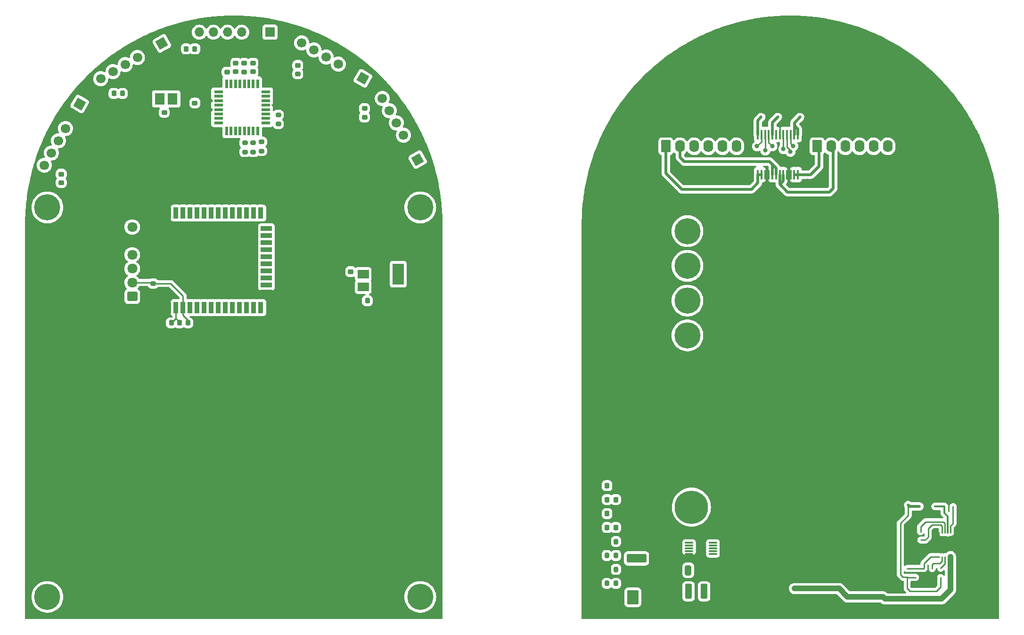
<source format=gbr>
%TF.GenerationSoftware,KiCad,Pcbnew,7.0.10-unknown-202401012134~036241c819~ubuntu22.04.1*%
%TF.CreationDate,2024-01-11T20:57:47+01:00*%
%TF.ProjectId,main_board,6d61696e-5f62-46f6-9172-642e6b696361,rev?*%
%TF.SameCoordinates,Original*%
%TF.FileFunction,Copper,L1,Top*%
%TF.FilePolarity,Positive*%
%FSLAX46Y46*%
G04 Gerber Fmt 4.6, Leading zero omitted, Abs format (unit mm)*
G04 Created by KiCad (PCBNEW 7.0.10-unknown-202401012134~036241c819~ubuntu22.04.1) date 2024-01-11 20:57:47*
%MOMM*%
%LPD*%
G01*
G04 APERTURE LIST*
G04 Aperture macros list*
%AMRoundRect*
0 Rectangle with rounded corners*
0 $1 Rounding radius*
0 $2 $3 $4 $5 $6 $7 $8 $9 X,Y pos of 4 corners*
0 Add a 4 corners polygon primitive as box body*
4,1,4,$2,$3,$4,$5,$6,$7,$8,$9,$2,$3,0*
0 Add four circle primitives for the rounded corners*
1,1,$1+$1,$2,$3*
1,1,$1+$1,$4,$5*
1,1,$1+$1,$6,$7*
1,1,$1+$1,$8,$9*
0 Add four rect primitives between the rounded corners*
20,1,$1+$1,$2,$3,$4,$5,0*
20,1,$1+$1,$4,$5,$6,$7,0*
20,1,$1+$1,$6,$7,$8,$9,0*
20,1,$1+$1,$8,$9,$2,$3,0*%
%AMHorizOval*
0 Thick line with rounded ends*
0 $1 width*
0 $2 $3 position (X,Y) of the first rounded end (center of the circle)*
0 $4 $5 position (X,Y) of the second rounded end (center of the circle)*
0 Add line between two ends*
20,1,$1,$2,$3,$4,$5,0*
0 Add two circle primitives to create the rounded ends*
1,1,$1,$2,$3*
1,1,$1,$4,$5*%
%AMRotRect*
0 Rectangle, with rotation*
0 The origin of the aperture is its center*
0 $1 length*
0 $2 width*
0 $3 Rotation angle, in degrees counterclockwise*
0 Add horizontal line*
21,1,$1,$2,0,0,$3*%
G04 Aperture macros list end*
%TA.AperFunction,ComponentPad*%
%ADD10C,4.700000*%
%TD*%
%TA.AperFunction,SMDPad,CuDef*%
%ADD11RoundRect,0.075000X-0.650000X-0.075000X0.650000X-0.075000X0.650000X0.075000X-0.650000X0.075000X0*%
%TD*%
%TA.AperFunction,SMDPad,CuDef*%
%ADD12R,1.680000X1.880000*%
%TD*%
%TA.AperFunction,SMDPad,CuDef*%
%ADD13RoundRect,0.200000X-0.200000X-0.275000X0.200000X-0.275000X0.200000X0.275000X-0.200000X0.275000X0*%
%TD*%
%TA.AperFunction,SMDPad,CuDef*%
%ADD14RoundRect,0.250000X-0.375000X-1.075000X0.375000X-1.075000X0.375000X1.075000X-0.375000X1.075000X0*%
%TD*%
%TA.AperFunction,ComponentPad*%
%ADD15RoundRect,1.500000X-1.500000X-1.500000X1.500000X-1.500000X1.500000X1.500000X-1.500000X1.500000X0*%
%TD*%
%TA.AperFunction,ComponentPad*%
%ADD16C,6.000000*%
%TD*%
%TA.AperFunction,SMDPad,CuDef*%
%ADD17RoundRect,0.250000X-1.500000X-0.550000X1.500000X-0.550000X1.500000X0.550000X-1.500000X0.550000X0*%
%TD*%
%TA.AperFunction,SMDPad,CuDef*%
%ADD18RoundRect,0.250000X-0.787500X-1.025000X0.787500X-1.025000X0.787500X1.025000X-0.787500X1.025000X0*%
%TD*%
%TA.AperFunction,SMDPad,CuDef*%
%ADD19RoundRect,0.250000X-0.325000X-0.650000X0.325000X-0.650000X0.325000X0.650000X-0.325000X0.650000X0*%
%TD*%
%TA.AperFunction,SMDPad,CuDef*%
%ADD20RoundRect,0.225000X-0.225000X-0.250000X0.225000X-0.250000X0.225000X0.250000X-0.225000X0.250000X0*%
%TD*%
%TA.AperFunction,SMDPad,CuDef*%
%ADD21RoundRect,0.200000X-0.275000X0.200000X-0.275000X-0.200000X0.275000X-0.200000X0.275000X0.200000X0*%
%TD*%
%TA.AperFunction,SMDPad,CuDef*%
%ADD22R,0.900000X2.000000*%
%TD*%
%TA.AperFunction,SMDPad,CuDef*%
%ADD23R,2.000000X0.900000*%
%TD*%
%TA.AperFunction,SMDPad,CuDef*%
%ADD24R,5.000000X5.000000*%
%TD*%
%TA.AperFunction,ComponentPad*%
%ADD25RoundRect,0.250000X0.675000X-0.600000X0.675000X0.600000X-0.675000X0.600000X-0.675000X-0.600000X0*%
%TD*%
%TA.AperFunction,ComponentPad*%
%ADD26O,1.850000X1.700000*%
%TD*%
%TA.AperFunction,SMDPad,CuDef*%
%ADD27RoundRect,0.225000X0.225000X0.250000X-0.225000X0.250000X-0.225000X-0.250000X0.225000X-0.250000X0*%
%TD*%
%TA.AperFunction,SMDPad,CuDef*%
%ADD28RoundRect,0.225000X0.250000X-0.225000X0.250000X0.225000X-0.250000X0.225000X-0.250000X-0.225000X0*%
%TD*%
%TA.AperFunction,SMDPad,CuDef*%
%ADD29R,2.000000X1.500000*%
%TD*%
%TA.AperFunction,SMDPad,CuDef*%
%ADD30R,2.000000X3.800000*%
%TD*%
%TA.AperFunction,ComponentPad*%
%ADD31RotRect,1.700000X1.700000X150.000000*%
%TD*%
%TA.AperFunction,ComponentPad*%
%ADD32HorizOval,1.700000X0.000000X0.000000X0.000000X0.000000X0*%
%TD*%
%TA.AperFunction,ComponentPad*%
%ADD33RotRect,1.700000X1.700000X120.000000*%
%TD*%
%TA.AperFunction,ComponentPad*%
%ADD34HorizOval,1.700000X0.000000X0.000000X0.000000X0.000000X0*%
%TD*%
%TA.AperFunction,SMDPad,CuDef*%
%ADD35RoundRect,0.225000X-0.250000X0.225000X-0.250000X-0.225000X0.250000X-0.225000X0.250000X0.225000X0*%
%TD*%
%TA.AperFunction,SMDPad,CuDef*%
%ADD36R,1.600000X0.550000*%
%TD*%
%TA.AperFunction,SMDPad,CuDef*%
%ADD37R,0.550000X1.600000*%
%TD*%
%TA.AperFunction,SMDPad,CuDef*%
%ADD38RoundRect,0.200000X0.275000X-0.200000X0.275000X0.200000X-0.275000X0.200000X-0.275000X-0.200000X0*%
%TD*%
%TA.AperFunction,SMDPad,CuDef*%
%ADD39R,1.800000X2.100000*%
%TD*%
%TA.AperFunction,ComponentPad*%
%ADD40R,1.700000X1.700000*%
%TD*%
%TA.AperFunction,ComponentPad*%
%ADD41O,1.700000X1.700000*%
%TD*%
%TA.AperFunction,ComponentPad*%
%ADD42RotRect,1.700000X1.700000X60.000000*%
%TD*%
%TA.AperFunction,ComponentPad*%
%ADD43HorizOval,1.700000X0.000000X0.000000X0.000000X0.000000X0*%
%TD*%
%TA.AperFunction,ComponentPad*%
%ADD44HorizOval,1.700000X0.000000X0.000000X0.000000X0.000000X0*%
%TD*%
%TA.AperFunction,ComponentPad*%
%ADD45RotRect,1.700000X1.700000X30.000000*%
%TD*%
%TA.AperFunction,ComponentPad*%
%ADD46RoundRect,0.250000X-0.620000X-0.845000X0.620000X-0.845000X0.620000X0.845000X-0.620000X0.845000X0*%
%TD*%
%TA.AperFunction,ComponentPad*%
%ADD47O,1.740000X2.190000*%
%TD*%
%TA.AperFunction,SMDPad,CuDef*%
%ADD48R,0.450000X1.750000*%
%TD*%
%TA.AperFunction,ViaPad*%
%ADD49C,0.800000*%
%TD*%
%TA.AperFunction,Conductor*%
%ADD50C,0.250000*%
%TD*%
%TA.AperFunction,Conductor*%
%ADD51C,0.500000*%
%TD*%
%TA.AperFunction,Conductor*%
%ADD52C,1.000000*%
%TD*%
%TA.AperFunction,Conductor*%
%ADD53C,0.350000*%
%TD*%
G04 APERTURE END LIST*
D10*
%TO.P,H8,1*%
%TO.N,N/C*%
X204000000Y-109000000D03*
%TD*%
%TO.P,H7,1*%
%TO.N,N/C*%
X204000000Y-102750000D03*
%TD*%
%TO.P,H6,1*%
%TO.N,N/C*%
X204000000Y-96500000D03*
%TD*%
%TO.P,H5,1*%
%TO.N,N/C*%
X204000000Y-90250000D03*
%TD*%
D11*
%TO.P,U2,1,BST*%
%TO.N,Net-(U2-BST)*%
X204290000Y-146270000D03*
%TO.P,U2,2,SW*%
%TO.N,Net-(U2-SW)*%
X204290000Y-146770000D03*
%TO.P,U2,3,INTVCC*%
%TO.N,Net-(U2-INTVCC)*%
X204290000Y-147270000D03*
%TO.P,U2,4,RT*%
%TO.N,Net-(U2-RT)*%
X204290000Y-147770000D03*
%TO.P,U2,5,SYNC*%
%TO.N,GND*%
X204290000Y-148270000D03*
%TO.P,U2,6,FB*%
%TO.N,Net-(U2-FB)*%
X208590000Y-148270000D03*
%TO.P,U2,7,TR/SS*%
%TO.N,Net-(U2-TR{slash}SS)*%
X208590000Y-147770000D03*
%TO.P,U2,8,PG*%
%TO.N,Net-(U2-PG)*%
X208590000Y-147270000D03*
%TO.P,U2,9,VIN*%
%TO.N,VCC*%
X208590000Y-146770000D03*
%TO.P,U2,10,EN/UV*%
X208590000Y-146270000D03*
D12*
%TO.P,U2,11,GND*%
%TO.N,GND*%
X206440000Y-147270000D03*
%TD*%
D13*
%TO.P,R4,1,1*%
%TO.N,+6V*%
X189515000Y-153570000D03*
%TO.P,R4,2,2*%
%TO.N,Net-(U2-FB)*%
X191165000Y-153570000D03*
%TD*%
%TO.P,R3,1,1*%
%TO.N,GND*%
X189515000Y-151060000D03*
%TO.P,R3,2,2*%
%TO.N,Net-(U2-FB)*%
X191165000Y-151060000D03*
%TD*%
%TO.P,R2,1,1*%
%TO.N,+6V*%
X189515000Y-148550000D03*
%TO.P,R2,2,2*%
%TO.N,Net-(U2-PG)*%
X191165000Y-148550000D03*
%TD*%
%TO.P,R1,1,1*%
%TO.N,GND*%
X189515000Y-146040000D03*
%TO.P,R1,2,2*%
%TO.N,Net-(U2-RT)*%
X191165000Y-146040000D03*
%TD*%
D14*
%TO.P,L1,1,1*%
%TO.N,+6V*%
X204200000Y-155000000D03*
%TO.P,L1,2,2*%
%TO.N,Net-(U2-SW)*%
X207000000Y-155000000D03*
%TD*%
D15*
%TO.P,J9,1,Pin_1*%
%TO.N,GND*%
X197520000Y-139870000D03*
D16*
%TO.P,J9,2,Pin_2*%
%TO.N,VCC*%
X204720000Y-139870000D03*
%TD*%
D10*
%TO.P,H2,1*%
%TO.N,N/C*%
X156000000Y-156000000D03*
%TD*%
D17*
%TO.P,C7,1*%
%TO.N,VCC*%
X194870000Y-149070000D03*
%TO.P,C7,2*%
%TO.N,GND*%
X200270000Y-149070000D03*
%TD*%
D18*
%TO.P,C6,1*%
%TO.N,VCC*%
X194202500Y-156070000D03*
%TO.P,C6,2*%
%TO.N,GND*%
X200427500Y-156070000D03*
%TD*%
D19*
%TO.P,C5,1,1*%
%TO.N,+6V*%
X204145000Y-151220000D03*
%TO.P,C5,2,2*%
%TO.N,GND*%
X207095000Y-151220000D03*
%TD*%
D20*
%TO.P,C4,1,1*%
%TO.N,Net-(U2-FB)*%
X189565000Y-143530000D03*
%TO.P,C4,2,2*%
%TO.N,+6V*%
X191115000Y-143530000D03*
%TD*%
%TO.P,C3,1,1*%
%TO.N,Net-(U2-TR{slash}SS)*%
X189565000Y-141020000D03*
%TO.P,C3,2,2*%
%TO.N,GND*%
X191115000Y-141020000D03*
%TD*%
%TO.P,C2,1,1*%
%TO.N,Net-(U2-BST)*%
X189565000Y-138510000D03*
%TO.P,C2,2,2*%
%TO.N,Net-(U2-SW)*%
X191115000Y-138510000D03*
%TD*%
%TO.P,C1,1,1*%
%TO.N,Net-(U2-INTVCC)*%
X189565000Y-136000000D03*
%TO.P,C1,2,2*%
%TO.N,GND*%
X191115000Y-136000000D03*
%TD*%
D21*
%TO.P,R5,1*%
%TO.N,RTS*%
X108000000Y-99675000D03*
%TO.P,R5,2*%
%TO.N,GND*%
X108000000Y-101325000D03*
%TD*%
D22*
%TO.P,U4,1,GND*%
%TO.N,GND*%
X110840000Y-104000000D03*
%TO.P,U4,2,VDD*%
%TO.N,+3V3*%
X112110000Y-104000000D03*
%TO.P,U4,3,EN*%
%TO.N,RTS*%
X113380000Y-104000000D03*
%TO.P,U4,4,SENSOR_VP*%
%TO.N,unconnected-(U4-SENSOR_VP-Pad4)*%
X114650000Y-104000000D03*
%TO.P,U4,5,SENSOR_VN*%
%TO.N,unconnected-(U4-SENSOR_VN-Pad5)*%
X115920000Y-104000000D03*
%TO.P,U4,6,IO34*%
%TO.N,HALL_MOTORB_A*%
X117190000Y-104000000D03*
%TO.P,U4,7,IO35*%
%TO.N,HALL_MOTORB_B*%
X118460000Y-104000000D03*
%TO.P,U4,8,IO32*%
%TO.N,HALL_MOTORA_A*%
X119730000Y-104000000D03*
%TO.P,U4,9,IO33*%
%TO.N,HALL_MOTORA_B*%
X121000000Y-104000000D03*
%TO.P,U4,10,IO25*%
%TO.N,PWMA*%
X122270000Y-104000000D03*
%TO.P,U4,11,IO26*%
%TO.N,IN1B*%
X123540000Y-104000000D03*
%TO.P,U4,12,IO27*%
%TO.N,IN1A*%
X124810000Y-104000000D03*
%TO.P,U4,13,IO14*%
%TO.N,unconnected-(U4-IO14-Pad13)*%
X126080000Y-104000000D03*
%TO.P,U4,14,IO12*%
%TO.N,IN2A*%
X127350000Y-104000000D03*
D23*
%TO.P,U4,15,GND*%
%TO.N,GND*%
X128350000Y-101215000D03*
%TO.P,U4,16,IO13*%
%TO.N,PWMB*%
X128350000Y-99945000D03*
%TO.P,U4,17,SHD/SD2*%
%TO.N,unconnected-(U4-SHD{slash}SD2-Pad17)*%
X128350000Y-98675000D03*
%TO.P,U4,18,SWP/SD3*%
%TO.N,unconnected-(U4-SWP{slash}SD3-Pad18)*%
X128350000Y-97405000D03*
%TO.P,U4,19,SCS/CMD*%
%TO.N,unconnected-(U4-SCS{slash}CMD-Pad19)*%
X128350000Y-96135000D03*
%TO.P,U4,20,SCK/CLK*%
%TO.N,unconnected-(U4-SCK{slash}CLK-Pad20)*%
X128350000Y-94865000D03*
%TO.P,U4,21,SDO/SD0*%
%TO.N,unconnected-(U4-SDO{slash}SD0-Pad21)*%
X128350000Y-93595000D03*
%TO.P,U4,22,SDI/SD1*%
%TO.N,unconnected-(U4-SDI{slash}SD1-Pad22)*%
X128350000Y-92325000D03*
%TO.P,U4,23,IO15*%
%TO.N,unconnected-(U4-IO15-Pad23)*%
X128350000Y-91055000D03*
%TO.P,U4,24,IO2*%
%TO.N,unconnected-(U4-IO2-Pad24)*%
X128350000Y-89785000D03*
D22*
%TO.P,U4,25,IO0*%
%TO.N,CTS*%
X127350000Y-87000000D03*
%TO.P,U4,26,IO4*%
%TO.N,unconnected-(U4-IO4-Pad26)*%
X126080000Y-87000000D03*
%TO.P,U4,27,IO16*%
%TO.N,unconnected-(U4-IO16-Pad27)*%
X124810000Y-87000000D03*
%TO.P,U4,28,IO17*%
%TO.N,unconnected-(U4-IO17-Pad28)*%
X123540000Y-87000000D03*
%TO.P,U4,29,IO5*%
%TO.N,SS_ATMEL*%
X122270000Y-87000000D03*
%TO.P,U4,30,IO18*%
%TO.N,SCK_ATMEL*%
X121000000Y-87000000D03*
%TO.P,U4,31,IO19*%
%TO.N,MISO_ATMEL*%
X119730000Y-87000000D03*
%TO.P,U4,32,NC*%
%TO.N,unconnected-(U4-NC-Pad32)*%
X118460000Y-87000000D03*
%TO.P,U4,33,IO21*%
%TO.N,unconnected-(U4-IO21-Pad33)*%
X117190000Y-87000000D03*
%TO.P,U4,34,RXD0/IO3*%
%TO.N,RXD*%
X115920000Y-87000000D03*
%TO.P,U4,35,TXD0/IO1*%
%TO.N,TXD*%
X114650000Y-87000000D03*
%TO.P,U4,36,IO22*%
%TO.N,RESET_ATMEL*%
X113380000Y-87000000D03*
%TO.P,U4,37,IO23*%
%TO.N,MOSI_ATMEL*%
X112110000Y-87000000D03*
%TO.P,U4,38,GND*%
%TO.N,GND*%
X110840000Y-87000000D03*
D24*
%TO.P,U4,39,GND*%
X118340000Y-96500000D03*
%TD*%
D20*
%TO.P,C8,1*%
%TO.N,+3V3*%
X112725000Y-106750000D03*
%TO.P,C8,2*%
%TO.N,RTS*%
X114275000Y-106750000D03*
%TD*%
D25*
%TO.P,J1,1,Pin_1*%
%TO.N,CTS*%
X104250000Y-102000000D03*
D26*
%TO.P,J1,2,Pin_2*%
%TO.N,RTS*%
X104250000Y-99500000D03*
%TO.P,J1,3,Pin_3*%
%TO.N,TXD*%
X104250000Y-97000000D03*
%TO.P,J1,4,Pin_4*%
%TO.N,RXD*%
X104250000Y-94500000D03*
%TO.P,J1,5,Pin_5*%
%TO.N,GND*%
X104250000Y-92000000D03*
%TO.P,J1,6,Pin_6*%
%TO.N,+3V3*%
X104250000Y-89500000D03*
%TD*%
D27*
%TO.P,C9,1*%
%TO.N,+3V3*%
X111275000Y-106750000D03*
%TO.P,C9,2*%
%TO.N,GND*%
X109725000Y-106750000D03*
%TD*%
D20*
%TO.P,C13,1,1*%
%TO.N,+6V*%
X146500000Y-102750000D03*
%TO.P,C13,2,2*%
%TO.N,GND*%
X148050000Y-102750000D03*
%TD*%
D28*
%TO.P,C14,1,1*%
%TO.N,+3V3*%
X143500000Y-97525000D03*
%TO.P,C14,2,2*%
%TO.N,GND*%
X143500000Y-95975000D03*
%TD*%
D29*
%TO.P,U5,1,GND*%
%TO.N,GND*%
X145750000Y-95700000D03*
%TO.P,U5,2,VO*%
%TO.N,+3V3*%
X145750000Y-98000000D03*
D30*
X152050000Y-98000000D03*
D29*
%TO.P,U5,3,VI*%
%TO.N,+6V*%
X145750000Y-100300000D03*
%TD*%
D28*
%TO.P,R18,1*%
%TO.N,+3V3*%
X91500000Y-81550000D03*
%TO.P,R18,2*%
%TO.N,XSHUT5*%
X91500000Y-80000000D03*
%TD*%
D31*
%TO.P,J8,1,Pin_1*%
%TO.N,+3V3*%
X94810000Y-67400886D03*
D32*
%TO.P,J8,2,Pin_2*%
%TO.N,GND*%
X93540000Y-69600591D03*
%TO.P,J8,3,Pin_3*%
%TO.N,SCL*%
X92270000Y-71800295D03*
%TO.P,J8,4,Pin_4*%
%TO.N,SDA*%
X91000000Y-74000000D03*
%TO.P,J8,5,Pin_5*%
%TO.N,GPIO5*%
X89730000Y-76199704D03*
%TO.P,J8,6,Pin_6*%
%TO.N,XSHUT5*%
X88460000Y-78399409D03*
%TD*%
D33*
%TO.P,J7,1,Pin_1*%
%TO.N,+3V3*%
X109575762Y-56516166D03*
D34*
%TO.P,J7,2,Pin_2*%
%TO.N,GND*%
X107376057Y-57786166D03*
%TO.P,J7,3,Pin_3*%
%TO.N,SCL*%
X105176353Y-59056166D03*
%TO.P,J7,4,Pin_4*%
%TO.N,SDA*%
X102976648Y-60326166D03*
%TO.P,J7,5,Pin_5*%
%TO.N,GPIO4*%
X100776944Y-61596166D03*
%TO.P,J7,6,Pin_6*%
%TO.N,XSHUT4*%
X98577239Y-62866166D03*
%TD*%
D35*
%TO.P,R6,1*%
%TO.N,+3V3*%
X122850000Y-60050000D03*
%TO.P,R6,2*%
%TO.N,RESET_ATMEL*%
X122850000Y-61600000D03*
%TD*%
D36*
%TO.P,U1,1,PD3*%
%TO.N,XSHUT2*%
X119750000Y-65200000D03*
%TO.P,U1,2,PD4*%
%TO.N,XSHUT3*%
X119750000Y-66000000D03*
%TO.P,U1,3,GND*%
%TO.N,GND*%
X119750000Y-66800000D03*
%TO.P,U1,4,VCC*%
%TO.N,+3V3*%
X119750000Y-67600000D03*
%TO.P,U1,5,GND*%
%TO.N,GND*%
X119750000Y-68400000D03*
%TO.P,U1,6,VCC*%
%TO.N,+3V3*%
X119750000Y-69200000D03*
%TO.P,U1,7,XTAL1/PB6*%
%TO.N,unconnected-(U1-XTAL1{slash}PB6-Pad7)*%
X119750000Y-70000000D03*
%TO.P,U1,8,XTAL2/PB7*%
%TO.N,unconnected-(U1-XTAL2{slash}PB7-Pad8)*%
X119750000Y-70800000D03*
D37*
%TO.P,U1,9,PD5*%
%TO.N,XSHUT4*%
X121200000Y-72250000D03*
%TO.P,U1,10,PD6*%
%TO.N,XSHUT5*%
X122000000Y-72250000D03*
%TO.P,U1,11,PD7*%
%TO.N,unconnected-(U1-PD7-Pad11)*%
X122800000Y-72250000D03*
%TO.P,U1,12,PB0*%
%TO.N,unconnected-(U1-PB0-Pad12)*%
X123600000Y-72250000D03*
%TO.P,U1,13,PB1*%
%TO.N,unconnected-(U1-PB1-Pad13)*%
X124400000Y-72250000D03*
%TO.P,U1,14,PB2*%
%TO.N,SS_ATMEL*%
X125200000Y-72250000D03*
%TO.P,U1,15,PB3*%
%TO.N,MOSI_ATMEL*%
X126000000Y-72250000D03*
%TO.P,U1,16,PB4*%
%TO.N,MISO_ATMEL*%
X126800000Y-72250000D03*
D36*
%TO.P,U1,17,PB5*%
%TO.N,SCK_ATMEL*%
X128250000Y-70800000D03*
%TO.P,U1,18,AVCC*%
%TO.N,+3V3*%
X128250000Y-70000000D03*
%TO.P,U1,19,ADC6*%
%TO.N,unconnected-(U1-ADC6-Pad19)*%
X128250000Y-69200000D03*
%TO.P,U1,20,AREF*%
%TO.N,+3V3*%
X128250000Y-68400000D03*
%TO.P,U1,21,GND*%
%TO.N,GND*%
X128250000Y-67600000D03*
%TO.P,U1,22,ADC7*%
%TO.N,unconnected-(U1-ADC7-Pad22)*%
X128250000Y-66800000D03*
%TO.P,U1,23,PC0*%
%TO.N,unconnected-(U1-PC0-Pad23)*%
X128250000Y-66000000D03*
%TO.P,U1,24,PC1*%
%TO.N,unconnected-(U1-PC1-Pad24)*%
X128250000Y-65200000D03*
D37*
%TO.P,U1,25,PC2*%
%TO.N,unconnected-(U1-PC2-Pad25)*%
X126800000Y-63750000D03*
%TO.P,U1,26,PC3*%
%TO.N,unconnected-(U1-PC3-Pad26)*%
X126000000Y-63750000D03*
%TO.P,U1,27,PC4*%
%TO.N,SDA*%
X125200000Y-63750000D03*
%TO.P,U1,28,PC5*%
%TO.N,SCL*%
X124400000Y-63750000D03*
%TO.P,U1,29,~{RESET}/PC6*%
%TO.N,RESET_ATMEL*%
X123600000Y-63750000D03*
%TO.P,U1,30,PD0*%
%TO.N,RXD*%
X122800000Y-63750000D03*
%TO.P,U1,31,PD1*%
%TO.N,TXD*%
X122000000Y-63750000D03*
%TO.P,U1,32,PD2*%
%TO.N,XSHUT1*%
X121200000Y-63750000D03*
%TD*%
D38*
%TO.P,R11,1*%
%TO.N,+3V3*%
X126000000Y-76025000D03*
%TO.P,R11,2*%
%TO.N,MOSI_ATMEL*%
X126000000Y-74375000D03*
%TD*%
D28*
%TO.P,C10,1*%
%TO.N,GND*%
X110000000Y-70500000D03*
%TO.P,C10,2*%
%TO.N,Net-(C10-Pad2)*%
X110000000Y-68950000D03*
%TD*%
D35*
%TO.P,R7,1*%
%TO.N,+3V3*%
X124350000Y-60100000D03*
%TO.P,R7,2*%
%TO.N,SCL*%
X124350000Y-61650000D03*
%TD*%
D38*
%TO.P,R12,1*%
%TO.N,+3V3*%
X124500000Y-76025000D03*
%TO.P,R12,2*%
%TO.N,SS_ATMEL*%
X124500000Y-74375000D03*
%TD*%
D28*
%TO.P,C12,1*%
%TO.N,RESET_ATMEL*%
X121300000Y-61650000D03*
%TO.P,C12,2*%
%TO.N,GND*%
X121300000Y-60100000D03*
%TD*%
D20*
%TO.P,R17,1*%
%TO.N,+3V3*%
X100950000Y-65500000D03*
%TO.P,R17,2*%
%TO.N,XSHUT4*%
X102500000Y-65500000D03*
%TD*%
D38*
%TO.P,R10,1*%
%TO.N,+3V3*%
X127500000Y-75850000D03*
%TO.P,R10,2*%
%TO.N,MISO_ATMEL*%
X127500000Y-74200000D03*
%TD*%
D39*
%TO.P,Y1,1,1*%
%TO.N,Net-(C11-Pad2)*%
X111500000Y-66500000D03*
%TO.P,Y1,2,2*%
%TO.N,GND*%
X111500000Y-63600000D03*
%TO.P,Y1,3,3*%
X109200000Y-63600000D03*
%TO.P,Y1,4,4*%
%TO.N,Net-(C10-Pad2)*%
X109200000Y-66500000D03*
%TD*%
D28*
%TO.P,C11,1*%
%TO.N,GND*%
X115500000Y-68775000D03*
%TO.P,C11,2*%
%TO.N,Net-(C11-Pad2)*%
X115500000Y-67225000D03*
%TD*%
D35*
%TO.P,R8,1*%
%TO.N,+3V3*%
X125950000Y-60050000D03*
%TO.P,R8,2*%
%TO.N,SDA*%
X125950000Y-61600000D03*
%TD*%
D21*
%TO.P,R9,1*%
%TO.N,+3V3*%
X130500000Y-69350000D03*
%TO.P,R9,2*%
%TO.N,SCK_ATMEL*%
X130500000Y-71000000D03*
%TD*%
D40*
%TO.P,J6,1,Pin_1*%
%TO.N,+3V3*%
X129000000Y-54500000D03*
D41*
%TO.P,J6,2,Pin_2*%
%TO.N,GND*%
X126460000Y-54500000D03*
%TO.P,J6,3,Pin_3*%
%TO.N,SCL*%
X123920000Y-54500000D03*
%TO.P,J6,4,Pin_4*%
%TO.N,SDA*%
X121380000Y-54500000D03*
%TO.P,J6,5,Pin_5*%
%TO.N,GPIO3*%
X118840000Y-54500000D03*
%TO.P,J6,6,Pin_6*%
%TO.N,XSHUT3*%
X116300000Y-54500000D03*
%TD*%
D20*
%TO.P,R16,1*%
%TO.N,+3V3*%
X113950000Y-57500000D03*
%TO.P,R16,2*%
%TO.N,XSHUT3*%
X115500000Y-57500000D03*
%TD*%
D28*
%TO.P,R15,1*%
%TO.N,+3V3*%
X134000000Y-62000000D03*
%TO.P,R15,2*%
%TO.N,XSHUT2*%
X134000000Y-60450000D03*
%TD*%
D42*
%TO.P,J5,1,Pin_1*%
%TO.N,+3V3*%
X145699705Y-62770000D03*
D43*
%TO.P,J5,2,Pin_2*%
%TO.N,GND*%
X143500000Y-61500000D03*
%TO.P,J5,3,Pin_3*%
%TO.N,SCL*%
X141300296Y-60230000D03*
%TO.P,J5,4,Pin_4*%
%TO.N,SDA*%
X139100591Y-58960000D03*
%TO.P,J5,5,Pin_5*%
%TO.N,GPIO2*%
X136900887Y-57690000D03*
%TO.P,J5,6,Pin_6*%
%TO.N,XSHUT2*%
X134701182Y-56420000D03*
%TD*%
D28*
%TO.P,R14,1*%
%TO.N,+3V3*%
X146000000Y-69775000D03*
%TO.P,R14,2*%
%TO.N,XSHUT1*%
X146000000Y-68225000D03*
%TD*%
D44*
%TO.P,J4,6,Pin_6*%
%TO.N,XSHUT1*%
X149190000Y-66400886D03*
%TO.P,J4,5,Pin_5*%
%TO.N,GPIO1*%
X150460000Y-68600591D03*
%TO.P,J4,4,Pin_4*%
%TO.N,SDA*%
X151730000Y-70800295D03*
%TO.P,J4,3,Pin_3*%
%TO.N,SCL*%
X153000000Y-73000000D03*
%TO.P,J4,2,Pin_2*%
%TO.N,GND*%
X154270000Y-75199704D03*
D45*
%TO.P,J4,1,Pin_1*%
%TO.N,+3V3*%
X155540000Y-77399409D03*
%TD*%
D10*
%TO.P,H4,1*%
%TO.N,N/C*%
X89000000Y-86000000D03*
%TD*%
%TO.P,H3,1*%
%TO.N,N/C*%
X156000000Y-86000000D03*
%TD*%
%TO.P,H1,1*%
%TO.N,N/C*%
X89000000Y-156000000D03*
%TD*%
D46*
%TO.P,J2,1,Pin_1*%
%TO.N,MOTORA+*%
X200130000Y-75000000D03*
D47*
%TO.P,J2,2,Pin_2*%
%TO.N,MOTORA-*%
X202670000Y-75000000D03*
%TO.P,J2,3,Pin_3*%
%TO.N,HALL_MOTORA_A*%
X205210000Y-75000000D03*
%TO.P,J2,4,Pin_4*%
%TO.N,HALL_MOTORA_B*%
X207750000Y-75000000D03*
%TO.P,J2,5,Pin_5*%
%TO.N,HALL+*%
X210290000Y-75000000D03*
%TO.P,J2,6,Pin_6*%
%TO.N,HALL-*%
X212830000Y-75000000D03*
%TD*%
D46*
%TO.P,J3,1,Pin_1*%
%TO.N,MOTORB+*%
X227300000Y-75000000D03*
D47*
%TO.P,J3,2,Pin_2*%
%TO.N,MOTORB-*%
X229840000Y-75000000D03*
%TO.P,J3,3,Pin_3*%
%TO.N,HALL_MOTORB_A*%
X232380000Y-75000000D03*
%TO.P,J3,4,Pin_4*%
%TO.N,HALL_MOTORB_B*%
X234920000Y-75000000D03*
%TO.P,J3,5,Pin_5*%
%TO.N,HALL+*%
X237460000Y-75000000D03*
%TO.P,J3,6,Pin_6*%
%TO.N,HALL-*%
X240000000Y-75000000D03*
%TD*%
D48*
%TO.P,U3,1,AO1*%
%TO.N,MOTORA+*%
X216675000Y-80100000D03*
%TO.P,U3,2,AO1*%
X217325000Y-80100000D03*
%TO.P,U3,3,PGND1*%
%TO.N,GND*%
X217975000Y-80100000D03*
%TO.P,U3,4,PGND1*%
X218625000Y-80100000D03*
%TO.P,U3,5,AO2*%
%TO.N,MOTORA-*%
X219275000Y-80100000D03*
%TO.P,U3,6,AO2*%
X219925000Y-80100000D03*
%TO.P,U3,7,BO2*%
%TO.N,MOTORB-*%
X220575000Y-80100000D03*
%TO.P,U3,8,BO2*%
X221225000Y-80100000D03*
%TO.P,U3,9,PGND2*%
%TO.N,GND*%
X221875000Y-80100000D03*
%TO.P,U3,10,PGND2*%
X222525000Y-80100000D03*
%TO.P,U3,11,BO1*%
%TO.N,MOTORB+*%
X223175000Y-80100000D03*
%TO.P,U3,12,BO1*%
X223825000Y-80100000D03*
%TO.P,U3,13,VM2*%
%TO.N,+6V*%
X223825000Y-72900000D03*
%TO.P,U3,14,VM3*%
X223175000Y-72900000D03*
%TO.P,U3,15,PWMB*%
%TO.N,PWMB*%
X222525000Y-72900000D03*
%TO.P,U3,16,BIN2*%
%TO.N,IN2B*%
X221875000Y-72900000D03*
%TO.P,U3,17,BIN1*%
%TO.N,IN2A*%
X221225000Y-72900000D03*
%TO.P,U3,18,GND*%
%TO.N,GND*%
X220575000Y-72900000D03*
%TO.P,U3,19,STBY*%
%TO.N,unconnected-(U3-STBY-Pad19)*%
X219925000Y-72900000D03*
%TO.P,U3,20,VCC*%
%TO.N,+6V*%
X219275000Y-72900000D03*
%TO.P,U3,21,AIN1*%
%TO.N,IN1A*%
X218625000Y-72900000D03*
%TO.P,U3,22,AIN2*%
%TO.N,IN1B*%
X217975000Y-72900000D03*
%TO.P,U3,23,PWMA*%
%TO.N,PWMA*%
X217325000Y-72900000D03*
%TO.P,U3,24,VM1*%
%TO.N,+6V*%
X216675000Y-72900000D03*
%TD*%
D49*
%TO.N,GND*%
X252750000Y-148250000D03*
X248000000Y-153500000D03*
X221500000Y-146250000D03*
X240750000Y-151750000D03*
X235000000Y-148750000D03*
X248000000Y-146000000D03*
X237750000Y-148500000D03*
X238000000Y-151750000D03*
X246500000Y-153500000D03*
X248000000Y-147500000D03*
X252500000Y-145250000D03*
X241000000Y-148500000D03*
X231000000Y-152250000D03*
X244250000Y-147000000D03*
X214500000Y-146250000D03*
X231000000Y-149000000D03*
X234750000Y-152000000D03*
X244250000Y-143000000D03*
X222250000Y-78250000D03*
X225500000Y-81250000D03*
X220750000Y-71000000D03*
X204500000Y-81250000D03*
X222500000Y-84500000D03*
X222000000Y-70750000D03*
X218250000Y-82250000D03*
X222750000Y-82000000D03*
X204500000Y-79250000D03*
X215000000Y-81500000D03*
X229500000Y-84500000D03*
X228750000Y-81750000D03*
X215000000Y-79000000D03*
%TO.N,PWMA*%
X216500000Y-75000000D03*
%TO.N,IN1B*%
X218000000Y-75750000D03*
%TO.N,IN1A*%
X219250000Y-75000000D03*
%TO.N,IN2A*%
X221250000Y-75500000D03*
%TO.N,PWMB*%
X223000000Y-75000000D03*
%TO.N,IN2B*%
X222500000Y-76000000D03*
%TD*%
D50*
%TO.N,+3V3*%
X112725000Y-106530000D02*
X112110000Y-105915000D01*
X112110000Y-104000000D02*
X112110000Y-105915000D01*
X112725000Y-106750000D02*
X112725000Y-106530000D01*
X112110000Y-105915000D02*
X111275000Y-106750000D01*
%TO.N,RTS*%
X111175000Y-99675000D02*
X113380000Y-101880000D01*
X113380000Y-101880000D02*
X113380000Y-104000000D01*
X113380000Y-105380000D02*
X114275000Y-106275000D01*
X113380000Y-104000000D02*
X113380000Y-105380000D01*
X104250000Y-99500000D02*
X107825000Y-99500000D01*
X107825000Y-99500000D02*
X108000000Y-99675000D01*
X114275000Y-106275000D02*
X114275000Y-106750000D01*
X108000000Y-99675000D02*
X111175000Y-99675000D01*
%TO.N,+6V*%
X244000000Y-155000000D02*
X243482743Y-154482743D01*
X243482743Y-154482743D02*
X243482743Y-152445517D01*
X242250000Y-152000000D02*
X242250000Y-142750000D01*
X242250000Y-142750000D02*
X243675000Y-141325000D01*
X243482743Y-152445517D02*
X242695517Y-152445517D01*
X243537226Y-152500000D02*
X243482743Y-152445517D01*
X248750000Y-155000000D02*
X244000000Y-155000000D01*
D51*
X243925000Y-139750000D02*
X243675000Y-139500000D01*
D50*
X249500000Y-154250000D02*
X248750000Y-155000000D01*
X242695517Y-152445517D02*
X242250000Y-152000000D01*
X245000000Y-152500000D02*
X243537226Y-152500000D01*
D51*
X245700000Y-139750000D02*
X243925000Y-139750000D01*
D50*
X243675000Y-141325000D02*
X243675000Y-139500000D01*
X249500000Y-152500000D02*
X249500000Y-154250000D01*
%TO.N,Net-(U2-PG)*%
X250250000Y-150100000D02*
X249500000Y-150850000D01*
X250250000Y-148750000D02*
X250250000Y-150100000D01*
%TO.N,Net-(U2-RT)*%
X249750000Y-143250000D02*
X249750000Y-144450000D01*
X246730000Y-145770000D02*
X247250000Y-145250000D01*
X247250000Y-143750000D02*
X248000000Y-143000000D01*
X245940000Y-145770000D02*
X246730000Y-145770000D01*
X249500000Y-143000000D02*
X249750000Y-143250000D01*
X247250000Y-145250000D02*
X247250000Y-143750000D01*
X248000000Y-143000000D02*
X249500000Y-143000000D01*
D52*
%TO.N,VCC*%
X223250000Y-154500000D02*
X231250000Y-154500000D01*
X251250000Y-154750000D02*
X249637500Y-156362500D01*
X251250000Y-148750000D02*
X251250000Y-154750000D01*
X231250000Y-154500000D02*
X232750000Y-156000000D01*
X232750000Y-156000000D02*
X239137500Y-156000000D01*
X239137500Y-156000000D02*
X239500000Y-156362500D01*
X239500000Y-156362500D02*
X249637500Y-156362500D01*
D50*
%TO.N,Net-(U2-FB)*%
X247750000Y-148750000D02*
X246500000Y-150000000D01*
X243482743Y-150895517D02*
X246464483Y-150895517D01*
X249250000Y-148750000D02*
X247750000Y-148750000D01*
X246464483Y-150895517D02*
X246500000Y-150860000D01*
X246500000Y-150000000D02*
X246500000Y-150860000D01*
%TO.N,Net-(U2-TR{slash}SS)*%
X248250000Y-150000000D02*
X248001591Y-150248409D01*
X249750000Y-148750000D02*
X249750000Y-149542764D01*
X248001591Y-150248409D02*
X248001591Y-150915009D01*
X249750000Y-149542764D02*
X249292764Y-150000000D01*
X249292764Y-150000000D02*
X248250000Y-150000000D01*
D53*
%TO.N,Net-(U2-SW)*%
X248500000Y-139750000D02*
X250175000Y-139750000D01*
X250750000Y-141500000D02*
X250175000Y-140925000D01*
X250175000Y-139750000D02*
X250175000Y-140925000D01*
X250750000Y-144450000D02*
X250750000Y-141500000D01*
D50*
%TO.N,Net-(U2-BST)*%
X251725000Y-139750000D02*
X251725000Y-142775000D01*
X251250000Y-143250000D02*
X251250000Y-144450000D01*
X251725000Y-142775000D02*
X251250000Y-143250000D01*
%TO.N,GND*%
X249250000Y-144450000D02*
X248700000Y-145000000D01*
X248500000Y-145000000D02*
X248500000Y-145500000D01*
X248700000Y-145000000D02*
X248500000Y-145000000D01*
X248500000Y-145500000D02*
X248000000Y-146000000D01*
%TO.N,Net-(U2-INTVCC)*%
X246750000Y-142500000D02*
X245890000Y-143360000D01*
X250250000Y-142750000D02*
X250000000Y-142500000D01*
X250250000Y-144450000D02*
X250250000Y-142750000D01*
X245890000Y-143360000D02*
X245890000Y-144270000D01*
X250000000Y-142500000D02*
X246750000Y-142500000D01*
%TO.N,GND*%
X220575000Y-72900000D02*
X220575000Y-70825000D01*
X220575000Y-70825000D02*
X220500000Y-70750000D01*
D51*
%TO.N,+6V*%
X220250000Y-69750000D02*
X219275000Y-70725000D01*
X223200000Y-71250000D02*
X223200000Y-70800000D01*
X223200000Y-70800000D02*
X224250000Y-69750000D01*
X219275000Y-70725000D02*
X219275000Y-71575000D01*
X223825000Y-72900000D02*
X223825000Y-71875000D01*
X223825000Y-71875000D02*
X223200000Y-71250000D01*
X216650000Y-70350000D02*
X216650000Y-72900000D01*
X219275000Y-71575000D02*
X219275000Y-72900000D01*
X217250000Y-69750000D02*
X216650000Y-70350000D01*
X223200000Y-71250000D02*
X223200000Y-72900000D01*
%TO.N,MOTORA+*%
X215500000Y-82750000D02*
X216675000Y-81575000D01*
X200130000Y-79880000D02*
X203000000Y-82750000D01*
X200130000Y-75000000D02*
X200130000Y-79880000D01*
X203000000Y-82750000D02*
X215500000Y-82750000D01*
X216675000Y-81575000D02*
X216675000Y-80100000D01*
X216675000Y-80100000D02*
X217300000Y-80100000D01*
%TO.N,MOTORA-*%
X219300000Y-78300000D02*
X219900000Y-78900000D01*
X202670000Y-77000000D02*
X202670000Y-75000000D01*
X203420000Y-77750000D02*
X202670000Y-77000000D01*
X219300000Y-80100000D02*
X219300000Y-78300000D01*
X219900000Y-78900000D02*
X219900000Y-80100000D01*
X218750000Y-77750000D02*
X203420000Y-77750000D01*
X219300000Y-78300000D02*
X218750000Y-77750000D01*
%TO.N,MOTORB+*%
X226150000Y-80100000D02*
X227670000Y-78580000D01*
X227670000Y-78580000D02*
X227670000Y-75000000D01*
X223200000Y-80100000D02*
X226150000Y-80100000D01*
%TO.N,MOTORB-*%
X221200000Y-81250000D02*
X221200000Y-80100000D01*
X220600000Y-81850000D02*
X220600000Y-80100000D01*
X220600000Y-81850000D02*
X221200000Y-81250000D01*
X222000000Y-83250000D02*
X220600000Y-81850000D01*
X230210000Y-75000000D02*
X230210000Y-82540000D01*
X230210000Y-82540000D02*
X229500000Y-83250000D01*
X229500000Y-83250000D02*
X222000000Y-83250000D01*
D50*
%TO.N,PWMA*%
X217325000Y-74175000D02*
X216500000Y-75000000D01*
X217325000Y-72900000D02*
X217325000Y-74175000D01*
%TO.N,IN1B*%
X218000000Y-75750000D02*
X217975000Y-75725000D01*
X217975000Y-72900000D02*
X217975000Y-75725000D01*
%TO.N,IN1A*%
X218625000Y-72900000D02*
X218625000Y-74375000D01*
X218625000Y-74375000D02*
X219250000Y-75000000D01*
%TO.N,IN2A*%
X221250000Y-75500000D02*
X221225000Y-75475000D01*
X221225000Y-72900000D02*
X221225000Y-75475000D01*
%TO.N,PWMB*%
X222525000Y-72900000D02*
X222525000Y-74525000D01*
X222525000Y-74525000D02*
X223000000Y-75000000D01*
%TO.N,IN2B*%
X221875000Y-72900000D02*
X221875000Y-75125000D01*
X222500000Y-75750000D02*
X222500000Y-76000000D01*
X221875000Y-75125000D02*
X222500000Y-75750000D01*
%TD*%
%TA.AperFunction,Conductor*%
%TO.N,GND*%
G36*
X122832071Y-51505433D02*
G01*
X123388164Y-51514533D01*
X123389997Y-51514578D01*
X124049919Y-51535958D01*
X124051675Y-51536029D01*
X124607388Y-51563330D01*
X124609226Y-51563435D01*
X125268069Y-51606171D01*
X125269942Y-51606309D01*
X125824280Y-51651762D01*
X125826137Y-51651929D01*
X126483270Y-51715979D01*
X126485250Y-51716190D01*
X126599425Y-51729325D01*
X127037678Y-51779743D01*
X127039499Y-51779965D01*
X127694282Y-51865271D01*
X127696414Y-51865568D01*
X128246301Y-51947136D01*
X128247761Y-51947363D01*
X128899902Y-52053902D01*
X128902034Y-52054270D01*
X129448756Y-52153750D01*
X129450200Y-52154023D01*
X130098786Y-52281671D01*
X130100758Y-52282078D01*
X130643752Y-52399353D01*
X130645166Y-52399669D01*
X131289567Y-52548319D01*
X131291614Y-52548811D01*
X131830201Y-52683720D01*
X131831478Y-52684050D01*
X132470982Y-52853555D01*
X132473158Y-52854154D01*
X133006608Y-53006489D01*
X133007981Y-53006891D01*
X133642022Y-53197125D01*
X133644105Y-53197772D01*
X134171905Y-53367357D01*
X134173193Y-53367780D01*
X134801198Y-53578599D01*
X134803273Y-53579318D01*
X135324759Y-53765909D01*
X135326094Y-53766396D01*
X135947272Y-53997562D01*
X135949515Y-53998423D01*
X136464152Y-54201793D01*
X136465342Y-54202272D01*
X137079201Y-54453634D01*
X137081403Y-54454562D01*
X137588524Y-54674407D01*
X137589860Y-54674995D01*
X138144294Y-54923282D01*
X138195619Y-54946266D01*
X138197956Y-54947341D01*
X138696940Y-55183343D01*
X138698241Y-55183968D01*
X139295579Y-55475043D01*
X139297874Y-55476191D01*
X139788246Y-55728073D01*
X139789304Y-55728624D01*
X140377742Y-56039332D01*
X140379932Y-56040519D01*
X140861161Y-56307955D01*
X140862264Y-56308577D01*
X141258762Y-56534650D01*
X141440817Y-56638453D01*
X141443147Y-56639815D01*
X141849984Y-56883664D01*
X141914560Y-56922369D01*
X141915661Y-56923037D01*
X142483952Y-57271919D01*
X142486193Y-57273329D01*
X142947455Y-57570734D01*
X142948512Y-57571424D01*
X143485307Y-57925403D01*
X143505936Y-57939006D01*
X143508241Y-57940564D01*
X143958440Y-58252151D01*
X143959452Y-58252858D01*
X144505690Y-58639011D01*
X144507957Y-58640653D01*
X144946865Y-58966170D01*
X144947819Y-58966885D01*
X145482094Y-59371151D01*
X145484359Y-59372906D01*
X145911439Y-59711861D01*
X145912337Y-59712581D01*
X146434175Y-60134690D01*
X146436413Y-60136544D01*
X146851267Y-60488522D01*
X146851900Y-60489064D01*
X147139256Y-60737319D01*
X147360943Y-60928842D01*
X147363151Y-60930796D01*
X147764972Y-61294985D01*
X147765757Y-61295703D01*
X148021032Y-61531102D01*
X148261355Y-61752713D01*
X148263528Y-61754766D01*
X148652236Y-62130957D01*
X148652818Y-62131526D01*
X149134478Y-62605448D01*
X149136571Y-62607558D01*
X149511535Y-62994998D01*
X149512061Y-62995545D01*
X149582114Y-63069087D01*
X149979433Y-63486194D01*
X149981526Y-63488447D01*
X150342059Y-63886234D01*
X150342688Y-63886933D01*
X150642520Y-64222835D01*
X150757824Y-64352011D01*
X150795269Y-64393960D01*
X150797304Y-64396299D01*
X151143249Y-64804043D01*
X151143689Y-64804565D01*
X151344892Y-65045227D01*
X151581142Y-65327810D01*
X151583111Y-65330228D01*
X151914066Y-65747227D01*
X151914514Y-65747797D01*
X152336162Y-66286682D01*
X152338102Y-66289227D01*
X152653494Y-66714483D01*
X152653978Y-66715140D01*
X153059675Y-67269749D01*
X153061554Y-67272391D01*
X153361005Y-67705055D01*
X153361444Y-67705692D01*
X153750714Y-68275701D01*
X153752530Y-68278437D01*
X154036071Y-68718196D01*
X154036465Y-68718813D01*
X154408705Y-69303693D01*
X154410453Y-69306522D01*
X154516653Y-69483705D01*
X154602097Y-69626260D01*
X154677261Y-69751662D01*
X154677558Y-69752160D01*
X155023470Y-70336632D01*
X155032915Y-70352591D01*
X155034581Y-70355497D01*
X155284578Y-70805345D01*
X155284874Y-70805881D01*
X155352398Y-70928894D01*
X155622622Y-71421186D01*
X155624221Y-71424197D01*
X155712050Y-71595184D01*
X155857233Y-71877832D01*
X156039580Y-72237144D01*
X156177262Y-72508447D01*
X156178781Y-72511546D01*
X156394203Y-72967018D01*
X156394443Y-72967529D01*
X156696235Y-73613207D01*
X156697669Y-73616392D01*
X156895321Y-74072320D01*
X156895528Y-74072800D01*
X157178965Y-74734240D01*
X157180311Y-74737509D01*
X157360029Y-75192294D01*
X157360205Y-75192742D01*
X157624970Y-75870422D01*
X157626223Y-75873772D01*
X157787653Y-76324937D01*
X157787801Y-76325351D01*
X158033759Y-77020513D01*
X158034916Y-77023941D01*
X158177921Y-77469015D01*
X158178042Y-77469394D01*
X158404905Y-78183307D01*
X158405962Y-78186811D01*
X158530520Y-78622992D01*
X158533862Y-78634822D01*
X158738004Y-79357540D01*
X158738957Y-79361117D01*
X158844713Y-79783311D01*
X158957554Y-80238685D01*
X159032737Y-80542089D01*
X159033582Y-80545736D01*
X159120339Y-80947429D01*
X159120396Y-80947695D01*
X159288738Y-81735496D01*
X159289473Y-81739210D01*
X159357213Y-82111498D01*
X159357254Y-82111724D01*
X159505778Y-82936679D01*
X159506398Y-82940456D01*
X159554966Y-83267871D01*
X159554993Y-83268058D01*
X159683602Y-84144233D01*
X159684104Y-84148069D01*
X159713452Y-84403173D01*
X159713446Y-84403205D01*
X159713469Y-84403318D01*
X159822041Y-85357009D01*
X159822422Y-85360901D01*
X159832433Y-85482986D01*
X159832437Y-85483092D01*
X159832442Y-85483092D01*
X159920694Y-86570660D01*
X159920954Y-86574667D01*
X159979736Y-87783690D01*
X159979866Y-87787704D01*
X159999484Y-88999012D01*
X159999500Y-89001020D01*
X159999500Y-159875500D01*
X159979815Y-159942539D01*
X159927011Y-159988294D01*
X159875500Y-159999500D01*
X85124500Y-159999500D01*
X85057461Y-159979815D01*
X85011706Y-159927011D01*
X85000500Y-159875500D01*
X85000500Y-156000003D01*
X86144669Y-156000003D01*
X86163976Y-156331484D01*
X86163977Y-156331495D01*
X86221631Y-156658467D01*
X86221634Y-156658481D01*
X86316866Y-156976580D01*
X86448379Y-157281461D01*
X86448385Y-157281474D01*
X86614406Y-157569031D01*
X86812678Y-157835356D01*
X86812683Y-157835362D01*
X86812690Y-157835371D01*
X87040553Y-158076893D01*
X87224689Y-158231400D01*
X87294912Y-158290325D01*
X87294920Y-158290331D01*
X87572330Y-158472787D01*
X87572334Y-158472789D01*
X87869061Y-158621811D01*
X88181082Y-158735377D01*
X88181088Y-158735378D01*
X88181090Y-158735379D01*
X88504161Y-158811949D01*
X88504168Y-158811950D01*
X88504177Y-158811952D01*
X88833977Y-158850500D01*
X88833984Y-158850500D01*
X89166016Y-158850500D01*
X89166023Y-158850500D01*
X89495823Y-158811952D01*
X89495832Y-158811949D01*
X89495838Y-158811949D01*
X89756445Y-158750183D01*
X89818918Y-158735377D01*
X90130939Y-158621811D01*
X90427666Y-158472789D01*
X90705085Y-158290327D01*
X90959447Y-158076893D01*
X91187310Y-157835371D01*
X91385594Y-157569030D01*
X91551617Y-157281470D01*
X91683133Y-156976581D01*
X91778365Y-156658485D01*
X91836024Y-156331484D01*
X91855331Y-156000003D01*
X153144669Y-156000003D01*
X153163976Y-156331484D01*
X153163977Y-156331495D01*
X153221631Y-156658467D01*
X153221634Y-156658481D01*
X153316866Y-156976580D01*
X153448379Y-157281461D01*
X153448385Y-157281474D01*
X153614406Y-157569031D01*
X153812678Y-157835356D01*
X153812683Y-157835362D01*
X153812690Y-157835371D01*
X154040553Y-158076893D01*
X154224689Y-158231400D01*
X154294912Y-158290325D01*
X154294920Y-158290331D01*
X154572330Y-158472787D01*
X154572334Y-158472789D01*
X154869061Y-158621811D01*
X155181082Y-158735377D01*
X155181088Y-158735378D01*
X155181090Y-158735379D01*
X155504161Y-158811949D01*
X155504168Y-158811950D01*
X155504177Y-158811952D01*
X155833977Y-158850500D01*
X155833984Y-158850500D01*
X156166016Y-158850500D01*
X156166023Y-158850500D01*
X156495823Y-158811952D01*
X156495832Y-158811949D01*
X156495838Y-158811949D01*
X156756445Y-158750183D01*
X156818918Y-158735377D01*
X157130939Y-158621811D01*
X157427666Y-158472789D01*
X157705085Y-158290327D01*
X157959447Y-158076893D01*
X158187310Y-157835371D01*
X158385594Y-157569030D01*
X158551617Y-157281470D01*
X158683133Y-156976581D01*
X158778365Y-156658485D01*
X158836024Y-156331484D01*
X158855331Y-156000000D01*
X158836024Y-155668516D01*
X158778365Y-155341515D01*
X158683133Y-155023419D01*
X158551617Y-154718530D01*
X158385594Y-154430970D01*
X158385593Y-154430968D01*
X158187321Y-154164643D01*
X158187314Y-154164635D01*
X158187310Y-154164629D01*
X157959447Y-153923107D01*
X157797153Y-153786926D01*
X157705087Y-153709674D01*
X157705079Y-153709668D01*
X157427669Y-153527212D01*
X157130946Y-153378192D01*
X157130940Y-153378189D01*
X156818930Y-153264627D01*
X156818909Y-153264620D01*
X156495838Y-153188050D01*
X156495823Y-153188048D01*
X156166023Y-153149500D01*
X155833977Y-153149500D01*
X155545402Y-153183229D01*
X155504176Y-153188048D01*
X155504161Y-153188050D01*
X155181090Y-153264620D01*
X155181069Y-153264627D01*
X154869059Y-153378189D01*
X154869053Y-153378192D01*
X154572330Y-153527212D01*
X154294920Y-153709668D01*
X154294912Y-153709674D01*
X154088936Y-153882508D01*
X154040553Y-153923107D01*
X153812690Y-154164629D01*
X153812687Y-154164632D01*
X153812685Y-154164635D01*
X153812678Y-154164643D01*
X153614406Y-154430968D01*
X153448385Y-154718525D01*
X153448379Y-154718538D01*
X153316866Y-155023419D01*
X153221634Y-155341518D01*
X153221631Y-155341532D01*
X153163977Y-155668504D01*
X153163976Y-155668515D01*
X153144669Y-155999996D01*
X153144669Y-156000003D01*
X91855331Y-156000003D01*
X91855331Y-156000000D01*
X91836024Y-155668516D01*
X91778365Y-155341515D01*
X91683133Y-155023419D01*
X91551617Y-154718530D01*
X91385594Y-154430970D01*
X91385593Y-154430968D01*
X91187321Y-154164643D01*
X91187314Y-154164635D01*
X91187310Y-154164629D01*
X90959447Y-153923107D01*
X90797153Y-153786926D01*
X90705087Y-153709674D01*
X90705079Y-153709668D01*
X90427669Y-153527212D01*
X90130946Y-153378192D01*
X90130940Y-153378189D01*
X89818930Y-153264627D01*
X89818909Y-153264620D01*
X89495838Y-153188050D01*
X89495823Y-153188048D01*
X89166023Y-153149500D01*
X88833977Y-153149500D01*
X88545402Y-153183229D01*
X88504176Y-153188048D01*
X88504161Y-153188050D01*
X88181090Y-153264620D01*
X88181069Y-153264627D01*
X87869059Y-153378189D01*
X87869053Y-153378192D01*
X87572330Y-153527212D01*
X87294920Y-153709668D01*
X87294912Y-153709674D01*
X87088936Y-153882508D01*
X87040553Y-153923107D01*
X86812690Y-154164629D01*
X86812687Y-154164632D01*
X86812685Y-154164635D01*
X86812678Y-154164643D01*
X86614406Y-154430968D01*
X86448385Y-154718525D01*
X86448379Y-154718538D01*
X86316866Y-155023419D01*
X86221634Y-155341518D01*
X86221631Y-155341532D01*
X86163977Y-155668504D01*
X86163976Y-155668515D01*
X86144669Y-155999996D01*
X86144669Y-156000003D01*
X85000500Y-156000003D01*
X85000500Y-99500000D01*
X102819341Y-99500000D01*
X102839936Y-99735403D01*
X102839938Y-99735413D01*
X102901094Y-99963655D01*
X102901096Y-99963659D01*
X102901097Y-99963663D01*
X102921531Y-100007483D01*
X103000964Y-100177828D01*
X103000965Y-100177830D01*
X103136505Y-100371402D01*
X103283704Y-100518601D01*
X103317189Y-100579924D01*
X103312205Y-100649616D01*
X103270333Y-100705549D01*
X103261120Y-100711820D01*
X103106347Y-100807285D01*
X103106343Y-100807288D01*
X102982289Y-100931342D01*
X102890187Y-101080663D01*
X102890186Y-101080666D01*
X102835001Y-101247203D01*
X102835001Y-101247204D01*
X102835000Y-101247204D01*
X102824500Y-101349983D01*
X102824500Y-102650001D01*
X102824501Y-102650018D01*
X102835000Y-102752796D01*
X102835001Y-102752799D01*
X102881299Y-102892516D01*
X102890186Y-102919334D01*
X102982288Y-103068656D01*
X103106344Y-103192712D01*
X103255666Y-103284814D01*
X103422203Y-103339999D01*
X103524991Y-103350500D01*
X104975008Y-103350499D01*
X105077797Y-103339999D01*
X105244334Y-103284814D01*
X105393656Y-103192712D01*
X105517712Y-103068656D01*
X105609814Y-102919334D01*
X105664999Y-102752797D01*
X105675500Y-102650009D01*
X105675499Y-101349992D01*
X105664999Y-101247203D01*
X105609814Y-101080666D01*
X105517712Y-100931344D01*
X105393656Y-100807288D01*
X105304901Y-100752544D01*
X105238879Y-100711821D01*
X105192155Y-100659873D01*
X105180932Y-100590910D01*
X105208776Y-100526828D01*
X105216295Y-100518601D01*
X105232414Y-100502482D01*
X105363495Y-100371401D01*
X105498652Y-100178377D01*
X105553229Y-100134752D01*
X105600227Y-100125500D01*
X106987946Y-100125500D01*
X107054985Y-100145185D01*
X107094061Y-100185347D01*
X107169528Y-100310185D01*
X107169530Y-100310188D01*
X107289811Y-100430469D01*
X107289813Y-100430470D01*
X107289815Y-100430472D01*
X107435394Y-100518478D01*
X107597804Y-100569086D01*
X107668384Y-100575500D01*
X107668387Y-100575500D01*
X108331613Y-100575500D01*
X108331616Y-100575500D01*
X108402196Y-100569086D01*
X108564606Y-100518478D01*
X108710185Y-100430472D01*
X108746566Y-100394091D01*
X108803839Y-100336819D01*
X108865162Y-100303334D01*
X108891520Y-100300500D01*
X110864548Y-100300500D01*
X110931587Y-100320185D01*
X110952229Y-100336819D01*
X112718181Y-102102771D01*
X112751666Y-102164094D01*
X112754500Y-102190452D01*
X112754500Y-102377218D01*
X112734815Y-102444257D01*
X112682011Y-102490012D01*
X112617250Y-102500508D01*
X112613975Y-102500156D01*
X112607873Y-102499500D01*
X112607870Y-102499500D01*
X111612129Y-102499500D01*
X111612123Y-102499501D01*
X111552516Y-102505908D01*
X111417671Y-102556202D01*
X111417664Y-102556206D01*
X111302455Y-102642452D01*
X111302452Y-102642455D01*
X111216206Y-102757664D01*
X111216202Y-102757671D01*
X111165908Y-102892517D01*
X111159501Y-102952116D01*
X111159501Y-102952123D01*
X111159500Y-102952135D01*
X111159500Y-105047870D01*
X111159501Y-105047876D01*
X111165908Y-105107483D01*
X111216202Y-105242328D01*
X111216206Y-105242335D01*
X111302452Y-105357544D01*
X111302455Y-105357547D01*
X111417663Y-105443792D01*
X111417665Y-105443793D01*
X111417669Y-105443796D01*
X111417673Y-105443797D01*
X111419924Y-105445027D01*
X111421746Y-105446849D01*
X111424769Y-105449112D01*
X111424443Y-105449546D01*
X111469331Y-105494431D01*
X111484500Y-105553861D01*
X111484500Y-105604545D01*
X111464815Y-105671584D01*
X111448181Y-105692226D01*
X111402226Y-105738181D01*
X111340903Y-105771666D01*
X111314545Y-105774500D01*
X111001663Y-105774500D01*
X111001644Y-105774501D01*
X110902292Y-105784650D01*
X110902289Y-105784651D01*
X110741305Y-105837996D01*
X110741294Y-105838001D01*
X110596959Y-105927029D01*
X110596955Y-105927032D01*
X110477032Y-106046955D01*
X110477029Y-106046959D01*
X110388001Y-106191294D01*
X110387996Y-106191305D01*
X110334651Y-106352290D01*
X110324500Y-106451647D01*
X110324500Y-107048337D01*
X110324501Y-107048355D01*
X110334650Y-107147707D01*
X110334651Y-107147710D01*
X110387996Y-107308694D01*
X110388001Y-107308705D01*
X110477029Y-107453040D01*
X110477032Y-107453044D01*
X110596955Y-107572967D01*
X110596959Y-107572970D01*
X110741294Y-107661998D01*
X110741297Y-107661999D01*
X110741303Y-107662003D01*
X110902292Y-107715349D01*
X111001655Y-107725500D01*
X111548344Y-107725499D01*
X111548352Y-107725498D01*
X111548355Y-107725498D01*
X111602760Y-107719940D01*
X111647708Y-107715349D01*
X111808697Y-107662003D01*
X111826136Y-107651245D01*
X111934903Y-107584158D01*
X112002295Y-107565717D01*
X112065097Y-107584158D01*
X112191294Y-107661998D01*
X112191297Y-107661999D01*
X112191303Y-107662003D01*
X112352292Y-107715349D01*
X112451655Y-107725500D01*
X112998344Y-107725499D01*
X112998352Y-107725498D01*
X112998355Y-107725498D01*
X113052760Y-107719940D01*
X113097708Y-107715349D01*
X113258697Y-107662003D01*
X113403044Y-107572968D01*
X113412319Y-107563693D01*
X113473642Y-107530208D01*
X113543334Y-107535192D01*
X113587681Y-107563693D01*
X113596955Y-107572967D01*
X113596959Y-107572970D01*
X113741294Y-107661998D01*
X113741297Y-107661999D01*
X113741303Y-107662003D01*
X113902292Y-107715349D01*
X114001655Y-107725500D01*
X114548344Y-107725499D01*
X114548352Y-107725498D01*
X114548355Y-107725498D01*
X114602760Y-107719940D01*
X114647708Y-107715349D01*
X114808697Y-107662003D01*
X114953044Y-107572968D01*
X115072968Y-107453044D01*
X115162003Y-107308697D01*
X115215349Y-107147708D01*
X115225500Y-107048345D01*
X115225499Y-106451656D01*
X115215349Y-106352292D01*
X115162003Y-106191303D01*
X115161999Y-106191297D01*
X115161998Y-106191294D01*
X115072970Y-106046959D01*
X115072967Y-106046955D01*
X114953044Y-105927032D01*
X114953040Y-105927029D01*
X114808700Y-105837998D01*
X114707807Y-105804565D01*
X114659131Y-105774540D01*
X114596771Y-105712180D01*
X114563286Y-105650857D01*
X114568270Y-105581165D01*
X114610142Y-105525232D01*
X114675606Y-105500815D01*
X114684452Y-105500499D01*
X115147871Y-105500499D01*
X115147872Y-105500499D01*
X115207483Y-105494091D01*
X115241667Y-105481340D01*
X115311358Y-105476357D01*
X115328327Y-105481338D01*
X115362517Y-105494091D01*
X115422127Y-105500500D01*
X116417872Y-105500499D01*
X116477483Y-105494091D01*
X116511667Y-105481340D01*
X116581358Y-105476357D01*
X116598327Y-105481338D01*
X116632517Y-105494091D01*
X116692127Y-105500500D01*
X117687872Y-105500499D01*
X117747483Y-105494091D01*
X117781667Y-105481340D01*
X117851358Y-105476357D01*
X117868327Y-105481338D01*
X117902517Y-105494091D01*
X117962127Y-105500500D01*
X118957872Y-105500499D01*
X119017483Y-105494091D01*
X119051667Y-105481340D01*
X119121358Y-105476357D01*
X119138327Y-105481338D01*
X119172517Y-105494091D01*
X119232127Y-105500500D01*
X120227872Y-105500499D01*
X120287483Y-105494091D01*
X120321667Y-105481340D01*
X120391358Y-105476357D01*
X120408327Y-105481338D01*
X120442517Y-105494091D01*
X120502127Y-105500500D01*
X121497872Y-105500499D01*
X121557483Y-105494091D01*
X121591667Y-105481340D01*
X121661358Y-105476357D01*
X121678327Y-105481338D01*
X121712517Y-105494091D01*
X121772127Y-105500500D01*
X122767872Y-105500499D01*
X122827483Y-105494091D01*
X122861667Y-105481340D01*
X122931358Y-105476357D01*
X122948327Y-105481338D01*
X122982517Y-105494091D01*
X123042127Y-105500500D01*
X124037872Y-105500499D01*
X124097483Y-105494091D01*
X124131667Y-105481340D01*
X124201358Y-105476357D01*
X124218327Y-105481338D01*
X124252517Y-105494091D01*
X124312127Y-105500500D01*
X125307872Y-105500499D01*
X125367483Y-105494091D01*
X125401667Y-105481340D01*
X125471358Y-105476357D01*
X125488327Y-105481338D01*
X125522517Y-105494091D01*
X125582127Y-105500500D01*
X126577872Y-105500499D01*
X126637483Y-105494091D01*
X126671667Y-105481340D01*
X126741358Y-105476357D01*
X126758327Y-105481338D01*
X126792517Y-105494091D01*
X126852127Y-105500500D01*
X127847872Y-105500499D01*
X127907483Y-105494091D01*
X128042331Y-105443796D01*
X128157546Y-105357546D01*
X128243796Y-105242331D01*
X128294091Y-105107483D01*
X128300500Y-105047873D01*
X128300499Y-102952128D01*
X128294091Y-102892517D01*
X128243796Y-102757669D01*
X128243795Y-102757668D01*
X128243793Y-102757664D01*
X128157547Y-102642455D01*
X128157544Y-102642452D01*
X128042335Y-102556206D01*
X128042328Y-102556202D01*
X127907482Y-102505908D01*
X127907483Y-102505908D01*
X127847883Y-102499501D01*
X127847881Y-102499500D01*
X127847873Y-102499500D01*
X127847864Y-102499500D01*
X126852129Y-102499500D01*
X126852123Y-102499501D01*
X126792518Y-102505908D01*
X126758331Y-102518659D01*
X126688639Y-102523642D01*
X126671669Y-102518659D01*
X126637480Y-102505908D01*
X126637482Y-102505908D01*
X126577883Y-102499501D01*
X126577881Y-102499500D01*
X126577873Y-102499500D01*
X126577864Y-102499500D01*
X125582129Y-102499500D01*
X125582123Y-102499501D01*
X125522518Y-102505908D01*
X125488331Y-102518659D01*
X125418639Y-102523642D01*
X125401669Y-102518659D01*
X125367480Y-102505908D01*
X125367482Y-102505908D01*
X125307883Y-102499501D01*
X125307881Y-102499500D01*
X125307873Y-102499500D01*
X125307864Y-102499500D01*
X124312129Y-102499500D01*
X124312123Y-102499501D01*
X124252518Y-102505908D01*
X124218331Y-102518659D01*
X124148639Y-102523642D01*
X124131669Y-102518659D01*
X124097480Y-102505908D01*
X124097482Y-102505908D01*
X124037883Y-102499501D01*
X124037881Y-102499500D01*
X124037873Y-102499500D01*
X124037864Y-102499500D01*
X123042129Y-102499500D01*
X123042123Y-102499501D01*
X122982518Y-102505908D01*
X122948331Y-102518659D01*
X122878639Y-102523642D01*
X122861669Y-102518659D01*
X122827480Y-102505908D01*
X122827482Y-102505908D01*
X122767883Y-102499501D01*
X122767881Y-102499500D01*
X122767873Y-102499500D01*
X122767864Y-102499500D01*
X121772129Y-102499500D01*
X121772123Y-102499501D01*
X121712518Y-102505908D01*
X121678331Y-102518659D01*
X121608639Y-102523642D01*
X121591669Y-102518659D01*
X121557480Y-102505908D01*
X121557482Y-102505908D01*
X121497883Y-102499501D01*
X121497881Y-102499500D01*
X121497873Y-102499500D01*
X121497864Y-102499500D01*
X120502129Y-102499500D01*
X120502123Y-102499501D01*
X120442518Y-102505908D01*
X120408331Y-102518659D01*
X120338639Y-102523642D01*
X120321669Y-102518659D01*
X120287480Y-102505908D01*
X120287482Y-102505908D01*
X120227883Y-102499501D01*
X120227881Y-102499500D01*
X120227873Y-102499500D01*
X120227864Y-102499500D01*
X119232129Y-102499500D01*
X119232123Y-102499501D01*
X119172518Y-102505908D01*
X119138331Y-102518659D01*
X119068639Y-102523642D01*
X119051669Y-102518659D01*
X119017480Y-102505908D01*
X119017482Y-102505908D01*
X118957883Y-102499501D01*
X118957881Y-102499500D01*
X118957873Y-102499500D01*
X118957864Y-102499500D01*
X117962129Y-102499500D01*
X117962123Y-102499501D01*
X117902518Y-102505908D01*
X117868331Y-102518659D01*
X117798639Y-102523642D01*
X117781669Y-102518659D01*
X117747480Y-102505908D01*
X117747482Y-102505908D01*
X117687883Y-102499501D01*
X117687881Y-102499500D01*
X117687873Y-102499500D01*
X117687864Y-102499500D01*
X116692129Y-102499500D01*
X116692123Y-102499501D01*
X116632518Y-102505908D01*
X116598331Y-102518659D01*
X116528639Y-102523642D01*
X116511669Y-102518659D01*
X116477480Y-102505908D01*
X116477482Y-102505908D01*
X116417883Y-102499501D01*
X116417881Y-102499500D01*
X116417873Y-102499500D01*
X116417864Y-102499500D01*
X115422129Y-102499500D01*
X115422123Y-102499501D01*
X115362518Y-102505908D01*
X115328331Y-102518659D01*
X115258639Y-102523642D01*
X115241669Y-102518659D01*
X115207480Y-102505908D01*
X115207482Y-102505908D01*
X115147883Y-102499501D01*
X115147881Y-102499500D01*
X115147873Y-102499500D01*
X115147864Y-102499500D01*
X114152129Y-102499500D01*
X114152108Y-102499502D01*
X114142747Y-102500508D01*
X114073988Y-102488098D01*
X114022854Y-102440485D01*
X114005500Y-102377218D01*
X114005500Y-101962742D01*
X114007224Y-101947122D01*
X114006939Y-101947096D01*
X114007671Y-101939340D01*
X114007673Y-101939333D01*
X114005561Y-101872126D01*
X114005500Y-101868231D01*
X114005500Y-101840654D01*
X114005500Y-101840650D01*
X114004996Y-101836665D01*
X114004080Y-101825021D01*
X114003049Y-101792205D01*
X114002709Y-101781373D01*
X113997122Y-101762144D01*
X113993174Y-101743084D01*
X113990663Y-101723204D01*
X113974588Y-101682604D01*
X113970804Y-101671552D01*
X113958618Y-101629609D01*
X113958616Y-101629606D01*
X113948423Y-101612371D01*
X113939861Y-101594894D01*
X113932487Y-101576269D01*
X113913764Y-101550500D01*
X113906811Y-101540930D01*
X113900405Y-101531177D01*
X113884971Y-101505080D01*
X113878172Y-101493583D01*
X113878165Y-101493574D01*
X113864006Y-101479415D01*
X113851368Y-101464619D01*
X113839594Y-101448413D01*
X113805940Y-101420572D01*
X113797299Y-101412709D01*
X112827460Y-100442870D01*
X126849500Y-100442870D01*
X126849501Y-100442876D01*
X126855908Y-100502483D01*
X126906202Y-100637328D01*
X126906206Y-100637335D01*
X126992452Y-100752544D01*
X126992455Y-100752547D01*
X127107664Y-100838793D01*
X127107671Y-100838797D01*
X127242517Y-100889091D01*
X127242516Y-100889091D01*
X127249444Y-100889835D01*
X127302127Y-100895500D01*
X129397872Y-100895499D01*
X129457483Y-100889091D01*
X129592331Y-100838796D01*
X129707546Y-100752546D01*
X129793796Y-100637331D01*
X129844091Y-100502483D01*
X129850500Y-100442873D01*
X129850499Y-99447128D01*
X129844091Y-99387517D01*
X129831340Y-99353332D01*
X129826357Y-99283642D01*
X129831340Y-99266669D01*
X129844091Y-99232483D01*
X129850500Y-99172873D01*
X129850499Y-98177128D01*
X129844091Y-98117517D01*
X129831340Y-98083332D01*
X129826357Y-98013642D01*
X129831340Y-97996669D01*
X129844091Y-97962483D01*
X129850500Y-97902873D01*
X129850500Y-97798337D01*
X142524500Y-97798337D01*
X142524501Y-97798355D01*
X142534650Y-97897707D01*
X142534651Y-97897710D01*
X142587996Y-98058694D01*
X142588001Y-98058705D01*
X142677029Y-98203040D01*
X142677032Y-98203044D01*
X142796955Y-98322967D01*
X142796959Y-98322970D01*
X142941294Y-98411998D01*
X142941297Y-98411999D01*
X142941303Y-98412003D01*
X143102292Y-98465349D01*
X143201655Y-98475500D01*
X143798344Y-98475499D01*
X143798352Y-98475498D01*
X143798355Y-98475498D01*
X143880948Y-98467061D01*
X143897708Y-98465349D01*
X144058697Y-98412003D01*
X144060394Y-98410956D01*
X144061717Y-98410594D01*
X144065245Y-98408949D01*
X144065525Y-98409551D01*
X144127782Y-98392509D01*
X144194447Y-98413424D01*
X144239223Y-98467061D01*
X144249500Y-98516488D01*
X144249500Y-98797869D01*
X144249501Y-98797876D01*
X144255908Y-98857483D01*
X144306202Y-98992328D01*
X144306203Y-98992330D01*
X144368606Y-99075689D01*
X144393023Y-99141153D01*
X144378172Y-99209426D01*
X144368606Y-99224309D01*
X144366519Y-99227099D01*
X144306203Y-99307669D01*
X144306202Y-99307671D01*
X144255908Y-99442517D01*
X144249501Y-99502116D01*
X144249501Y-99502123D01*
X144249500Y-99502135D01*
X144249500Y-101097870D01*
X144249501Y-101097876D01*
X144255908Y-101157483D01*
X144306202Y-101292328D01*
X144306206Y-101292335D01*
X144392452Y-101407544D01*
X144392455Y-101407547D01*
X144507664Y-101493793D01*
X144507671Y-101493797D01*
X144642517Y-101544091D01*
X144642516Y-101544091D01*
X144649444Y-101544835D01*
X144702127Y-101550500D01*
X146065490Y-101550499D01*
X146132528Y-101570184D01*
X146178283Y-101622987D01*
X146188227Y-101692146D01*
X146159202Y-101755702D01*
X146104494Y-101792205D01*
X145966303Y-101837997D01*
X145966294Y-101838001D01*
X145821959Y-101927029D01*
X145821955Y-101927032D01*
X145702032Y-102046955D01*
X145702029Y-102046959D01*
X145613001Y-102191294D01*
X145612996Y-102191305D01*
X145559651Y-102352290D01*
X145549500Y-102451647D01*
X145549500Y-103048337D01*
X145549501Y-103048355D01*
X145559650Y-103147707D01*
X145559651Y-103147710D01*
X145612996Y-103308694D01*
X145613001Y-103308705D01*
X145702029Y-103453040D01*
X145702032Y-103453044D01*
X145821955Y-103572967D01*
X145821959Y-103572970D01*
X145966294Y-103661998D01*
X145966297Y-103661999D01*
X145966303Y-103662003D01*
X146127292Y-103715349D01*
X146226655Y-103725500D01*
X146773344Y-103725499D01*
X146773352Y-103725498D01*
X146773355Y-103725498D01*
X146827760Y-103719940D01*
X146872708Y-103715349D01*
X147033697Y-103662003D01*
X147178044Y-103572968D01*
X147297968Y-103453044D01*
X147387003Y-103308697D01*
X147440349Y-103147708D01*
X147450500Y-103048345D01*
X147450499Y-102451656D01*
X147440349Y-102352292D01*
X147387003Y-102191303D01*
X147386999Y-102191297D01*
X147386998Y-102191294D01*
X147297970Y-102046959D01*
X147297967Y-102046955D01*
X147178044Y-101927032D01*
X147178040Y-101927029D01*
X147033705Y-101838001D01*
X147033699Y-101837998D01*
X147033697Y-101837997D01*
X146994538Y-101825021D01*
X146872704Y-101784649D01*
X146868754Y-101783804D01*
X146866550Y-101782610D01*
X146866281Y-101782521D01*
X146866296Y-101782472D01*
X146807319Y-101750524D01*
X146773630Y-101689313D01*
X146778382Y-101619605D01*
X146820067Y-101563532D01*
X146851375Y-101546369D01*
X146878632Y-101536203D01*
X146992331Y-101493796D01*
X147107546Y-101407546D01*
X147193796Y-101292331D01*
X147244091Y-101157483D01*
X147250500Y-101097873D01*
X147250499Y-99947870D01*
X150549500Y-99947870D01*
X150549501Y-99947876D01*
X150555908Y-100007483D01*
X150606202Y-100142328D01*
X150606206Y-100142335D01*
X150692452Y-100257544D01*
X150692455Y-100257547D01*
X150807664Y-100343793D01*
X150807671Y-100343797D01*
X150942517Y-100394091D01*
X150942516Y-100394091D01*
X150949444Y-100394835D01*
X151002127Y-100400500D01*
X153097872Y-100400499D01*
X153157483Y-100394091D01*
X153292331Y-100343796D01*
X153407546Y-100257546D01*
X153493796Y-100142331D01*
X153544091Y-100007483D01*
X153550500Y-99947873D01*
X153550499Y-96052128D01*
X153544091Y-95992517D01*
X153532524Y-95961505D01*
X153493797Y-95857671D01*
X153493793Y-95857664D01*
X153407547Y-95742455D01*
X153407544Y-95742452D01*
X153292335Y-95656206D01*
X153292328Y-95656202D01*
X153157482Y-95605908D01*
X153157483Y-95605908D01*
X153097883Y-95599501D01*
X153097881Y-95599500D01*
X153097873Y-95599500D01*
X153097864Y-95599500D01*
X151002129Y-95599500D01*
X151002123Y-95599501D01*
X150942516Y-95605908D01*
X150807671Y-95656202D01*
X150807664Y-95656206D01*
X150692455Y-95742452D01*
X150692452Y-95742455D01*
X150606206Y-95857664D01*
X150606202Y-95857671D01*
X150555908Y-95992517D01*
X150549501Y-96052116D01*
X150549501Y-96052123D01*
X150549500Y-96052135D01*
X150549500Y-99947870D01*
X147250499Y-99947870D01*
X147250499Y-99502128D01*
X147244091Y-99442517D01*
X147223577Y-99387517D01*
X147193797Y-99307671D01*
X147193796Y-99307669D01*
X147163101Y-99266666D01*
X147131393Y-99224310D01*
X147106977Y-99158847D01*
X147121828Y-99090574D01*
X147131394Y-99075689D01*
X147141781Y-99061814D01*
X147193796Y-98992331D01*
X147244091Y-98857483D01*
X147250500Y-98797873D01*
X147250499Y-97202128D01*
X147244091Y-97142517D01*
X147193796Y-97007669D01*
X147193795Y-97007668D01*
X147193793Y-97007664D01*
X147107547Y-96892455D01*
X147107544Y-96892452D01*
X146992335Y-96806206D01*
X146992328Y-96806202D01*
X146857482Y-96755908D01*
X146857483Y-96755908D01*
X146797883Y-96749501D01*
X146797881Y-96749500D01*
X146797873Y-96749500D01*
X146797864Y-96749500D01*
X144702129Y-96749500D01*
X144702123Y-96749501D01*
X144642516Y-96755908D01*
X144507671Y-96806202D01*
X144507665Y-96806205D01*
X144464748Y-96838333D01*
X144399284Y-96862749D01*
X144331011Y-96847897D01*
X144302758Y-96826746D01*
X144203044Y-96727032D01*
X144203040Y-96727029D01*
X144058705Y-96638001D01*
X144058699Y-96637998D01*
X144058697Y-96637997D01*
X144043225Y-96632870D01*
X143897709Y-96584651D01*
X143798346Y-96574500D01*
X143201662Y-96574500D01*
X143201644Y-96574501D01*
X143102292Y-96584650D01*
X143102289Y-96584651D01*
X142941305Y-96637996D01*
X142941294Y-96638001D01*
X142796959Y-96727029D01*
X142796955Y-96727032D01*
X142677032Y-96846955D01*
X142677029Y-96846959D01*
X142588001Y-96991294D01*
X142587996Y-96991305D01*
X142534651Y-97152290D01*
X142524500Y-97251647D01*
X142524500Y-97798337D01*
X129850500Y-97798337D01*
X129850499Y-96907128D01*
X129844091Y-96847517D01*
X129831340Y-96813332D01*
X129826357Y-96743642D01*
X129831340Y-96726669D01*
X129844091Y-96692483D01*
X129850500Y-96632873D01*
X129850499Y-95637128D01*
X129844091Y-95577517D01*
X129831340Y-95543332D01*
X129826357Y-95473642D01*
X129831340Y-95456669D01*
X129844091Y-95422483D01*
X129850500Y-95362873D01*
X129850499Y-94367128D01*
X129844091Y-94307517D01*
X129831340Y-94273332D01*
X129826357Y-94203642D01*
X129831340Y-94186669D01*
X129844091Y-94152483D01*
X129850500Y-94092873D01*
X129850499Y-93097128D01*
X129844091Y-93037517D01*
X129831340Y-93003332D01*
X129826357Y-92933642D01*
X129831340Y-92916669D01*
X129844091Y-92882483D01*
X129850500Y-92822873D01*
X129850499Y-91827128D01*
X129844091Y-91767517D01*
X129831340Y-91733332D01*
X129826357Y-91663642D01*
X129831340Y-91646669D01*
X129844091Y-91612483D01*
X129850500Y-91552873D01*
X129850499Y-90557128D01*
X129844091Y-90497517D01*
X129831340Y-90463332D01*
X129826357Y-90393642D01*
X129831340Y-90376669D01*
X129844091Y-90342483D01*
X129850500Y-90282873D01*
X129850499Y-89287128D01*
X129844091Y-89227517D01*
X129793796Y-89092669D01*
X129793795Y-89092668D01*
X129793793Y-89092664D01*
X129707547Y-88977455D01*
X129707544Y-88977452D01*
X129592335Y-88891206D01*
X129592328Y-88891202D01*
X129457482Y-88840908D01*
X129457483Y-88840908D01*
X129397883Y-88834501D01*
X129397881Y-88834500D01*
X129397873Y-88834500D01*
X129397864Y-88834500D01*
X127302129Y-88834500D01*
X127302123Y-88834501D01*
X127242516Y-88840908D01*
X127107671Y-88891202D01*
X127107664Y-88891206D01*
X126992455Y-88977452D01*
X126992452Y-88977455D01*
X126906206Y-89092664D01*
X126906202Y-89092671D01*
X126855908Y-89227517D01*
X126851922Y-89264596D01*
X126849501Y-89287123D01*
X126849500Y-89287135D01*
X126849500Y-90282870D01*
X126849501Y-90282876D01*
X126855908Y-90342481D01*
X126868659Y-90376669D01*
X126873642Y-90446361D01*
X126868659Y-90463331D01*
X126855908Y-90497518D01*
X126851503Y-90538494D01*
X126849501Y-90557123D01*
X126849500Y-90557135D01*
X126849500Y-91552870D01*
X126849501Y-91552876D01*
X126855908Y-91612481D01*
X126868659Y-91646669D01*
X126873642Y-91716361D01*
X126868659Y-91733331D01*
X126855908Y-91767518D01*
X126849501Y-91827116D01*
X126849501Y-91827123D01*
X126849500Y-91827135D01*
X126849500Y-92822870D01*
X126849501Y-92822876D01*
X126855908Y-92882481D01*
X126868659Y-92916669D01*
X126873642Y-92986361D01*
X126868659Y-93003331D01*
X126855908Y-93037518D01*
X126849501Y-93097116D01*
X126849501Y-93097123D01*
X126849500Y-93097135D01*
X126849500Y-94092870D01*
X126849501Y-94092876D01*
X126855908Y-94152481D01*
X126868659Y-94186669D01*
X126873642Y-94256361D01*
X126868659Y-94273331D01*
X126855908Y-94307518D01*
X126849501Y-94367116D01*
X126849501Y-94367123D01*
X126849500Y-94367135D01*
X126849500Y-95362870D01*
X126849501Y-95362876D01*
X126855908Y-95422481D01*
X126868659Y-95456669D01*
X126873642Y-95526361D01*
X126868659Y-95543331D01*
X126855908Y-95577518D01*
X126852856Y-95605909D01*
X126849501Y-95637123D01*
X126849500Y-95637135D01*
X126849500Y-96632870D01*
X126849501Y-96632876D01*
X126855908Y-96692481D01*
X126868659Y-96726669D01*
X126873642Y-96796361D01*
X126868659Y-96813331D01*
X126855908Y-96847518D01*
X126851077Y-96892455D01*
X126849501Y-96907123D01*
X126849500Y-96907135D01*
X126849500Y-97902870D01*
X126849501Y-97902876D01*
X126855908Y-97962481D01*
X126868659Y-97996669D01*
X126873642Y-98066361D01*
X126868659Y-98083331D01*
X126855908Y-98117518D01*
X126850788Y-98165145D01*
X126849501Y-98177123D01*
X126849500Y-98177135D01*
X126849500Y-99172870D01*
X126849501Y-99172876D01*
X126855908Y-99232481D01*
X126868659Y-99266669D01*
X126873642Y-99336361D01*
X126868659Y-99353331D01*
X126855908Y-99387518D01*
X126849501Y-99447116D01*
X126849501Y-99447123D01*
X126849500Y-99447135D01*
X126849500Y-100442870D01*
X112827460Y-100442870D01*
X111675803Y-99291212D01*
X111665980Y-99278950D01*
X111665759Y-99279134D01*
X111660786Y-99273122D01*
X111611776Y-99227099D01*
X111608977Y-99224386D01*
X111589477Y-99204885D01*
X111589471Y-99204880D01*
X111586286Y-99202409D01*
X111577434Y-99194848D01*
X111545582Y-99164938D01*
X111545580Y-99164936D01*
X111545577Y-99164935D01*
X111528029Y-99155288D01*
X111511763Y-99144604D01*
X111495932Y-99132324D01*
X111455849Y-99114978D01*
X111445363Y-99109841D01*
X111407094Y-99088803D01*
X111407092Y-99088802D01*
X111387693Y-99083822D01*
X111369281Y-99077518D01*
X111350898Y-99069562D01*
X111350892Y-99069560D01*
X111307760Y-99062729D01*
X111296322Y-99060361D01*
X111254020Y-99049500D01*
X111254019Y-99049500D01*
X111233984Y-99049500D01*
X111214586Y-99047973D01*
X111207162Y-99046797D01*
X111194805Y-99044840D01*
X111194804Y-99044840D01*
X111151325Y-99048950D01*
X111139656Y-99049500D01*
X108891520Y-99049500D01*
X108824481Y-99029815D01*
X108803839Y-99013181D01*
X108710188Y-98919530D01*
X108607550Y-98857483D01*
X108564606Y-98831522D01*
X108402196Y-98780914D01*
X108402194Y-98780913D01*
X108402192Y-98780913D01*
X108352778Y-98776423D01*
X108331616Y-98774500D01*
X107668384Y-98774500D01*
X107649145Y-98776248D01*
X107597807Y-98780913D01*
X107597804Y-98780914D01*
X107465410Y-98822169D01*
X107435391Y-98831523D01*
X107393881Y-98856617D01*
X107329732Y-98874500D01*
X105600227Y-98874500D01*
X105533188Y-98854815D01*
X105498652Y-98821623D01*
X105363494Y-98628597D01*
X105196403Y-98461506D01*
X105127734Y-98413424D01*
X105039401Y-98351573D01*
X104995778Y-98296999D01*
X104988584Y-98227500D01*
X105020106Y-98165145D01*
X105039398Y-98148428D01*
X105196401Y-98038495D01*
X105363495Y-97871401D01*
X105499035Y-97677830D01*
X105598903Y-97463663D01*
X105660063Y-97235408D01*
X105680659Y-97000000D01*
X105660063Y-96764592D01*
X105598903Y-96536337D01*
X105499035Y-96322171D01*
X105499034Y-96322169D01*
X105363494Y-96128597D01*
X105196403Y-95961506D01*
X105140187Y-95922144D01*
X105039401Y-95851573D01*
X104995778Y-95796999D01*
X104988584Y-95727500D01*
X105020106Y-95665145D01*
X105039398Y-95648428D01*
X105196401Y-95538495D01*
X105363495Y-95371401D01*
X105499035Y-95177830D01*
X105598903Y-94963663D01*
X105660063Y-94735408D01*
X105680659Y-94500000D01*
X105660063Y-94264592D01*
X105598903Y-94036337D01*
X105499035Y-93822171D01*
X105499034Y-93822169D01*
X105363494Y-93628597D01*
X105196402Y-93461505D01*
X105002830Y-93325965D01*
X105002828Y-93325964D01*
X104895746Y-93276031D01*
X104788663Y-93226097D01*
X104788659Y-93226096D01*
X104788655Y-93226094D01*
X104560413Y-93164938D01*
X104560403Y-93164936D01*
X104383967Y-93149500D01*
X104383966Y-93149500D01*
X104116034Y-93149500D01*
X104116033Y-93149500D01*
X103939596Y-93164936D01*
X103939586Y-93164938D01*
X103711344Y-93226094D01*
X103711335Y-93226098D01*
X103497171Y-93325964D01*
X103497169Y-93325965D01*
X103303597Y-93461505D01*
X103136506Y-93628597D01*
X103136501Y-93628604D01*
X103000967Y-93822165D01*
X103000965Y-93822169D01*
X102901098Y-94036335D01*
X102901094Y-94036344D01*
X102839938Y-94264586D01*
X102839936Y-94264596D01*
X102819341Y-94499999D01*
X102819341Y-94500000D01*
X102839936Y-94735403D01*
X102839938Y-94735413D01*
X102901094Y-94963655D01*
X102901096Y-94963659D01*
X102901097Y-94963663D01*
X102951031Y-95070746D01*
X103000964Y-95177828D01*
X103000965Y-95177830D01*
X103136505Y-95371402D01*
X103303597Y-95538494D01*
X103460595Y-95648425D01*
X103504220Y-95703002D01*
X103511414Y-95772500D01*
X103479891Y-95834855D01*
X103460595Y-95851575D01*
X103303597Y-95961505D01*
X103136506Y-96128597D01*
X103136501Y-96128604D01*
X103000967Y-96322165D01*
X103000965Y-96322169D01*
X102901098Y-96536335D01*
X102901094Y-96536344D01*
X102839938Y-96764586D01*
X102839936Y-96764596D01*
X102819341Y-96999999D01*
X102819341Y-97000000D01*
X102839936Y-97235403D01*
X102839938Y-97235413D01*
X102901094Y-97463655D01*
X102901096Y-97463659D01*
X102901097Y-97463663D01*
X102951031Y-97570746D01*
X103000964Y-97677828D01*
X103000965Y-97677830D01*
X103136505Y-97871402D01*
X103303597Y-98038494D01*
X103460595Y-98148425D01*
X103504220Y-98203002D01*
X103511414Y-98272500D01*
X103479891Y-98334855D01*
X103460595Y-98351575D01*
X103303597Y-98461505D01*
X103136506Y-98628597D01*
X103136501Y-98628604D01*
X103000967Y-98822165D01*
X103000965Y-98822169D01*
X102901098Y-99036335D01*
X102901094Y-99036344D01*
X102839938Y-99264586D01*
X102839936Y-99264596D01*
X102819341Y-99499999D01*
X102819341Y-99500000D01*
X85000500Y-99500000D01*
X85000500Y-89500000D01*
X102819341Y-89500000D01*
X102839936Y-89735403D01*
X102839938Y-89735413D01*
X102901094Y-89963655D01*
X102901096Y-89963659D01*
X102901097Y-89963663D01*
X102951031Y-90070746D01*
X103000964Y-90177828D01*
X103000965Y-90177830D01*
X103136505Y-90371402D01*
X103303597Y-90538494D01*
X103497169Y-90674034D01*
X103497171Y-90674035D01*
X103711337Y-90773903D01*
X103939592Y-90835063D01*
X104116032Y-90850499D01*
X104116033Y-90850500D01*
X104116034Y-90850500D01*
X104383967Y-90850500D01*
X104383967Y-90850499D01*
X104560408Y-90835063D01*
X104788663Y-90773903D01*
X105002829Y-90674035D01*
X105196401Y-90538495D01*
X105363495Y-90371401D01*
X105499035Y-90177830D01*
X105598903Y-89963663D01*
X105660063Y-89735408D01*
X105680659Y-89500000D01*
X105660063Y-89264592D01*
X105598903Y-89036337D01*
X105499035Y-88822171D01*
X105499034Y-88822169D01*
X105363494Y-88628597D01*
X105196402Y-88461505D01*
X105002830Y-88325965D01*
X105002828Y-88325964D01*
X104895746Y-88276031D01*
X104788663Y-88226097D01*
X104788659Y-88226096D01*
X104788655Y-88226094D01*
X104560413Y-88164938D01*
X104560403Y-88164936D01*
X104383967Y-88149500D01*
X104383966Y-88149500D01*
X104116034Y-88149500D01*
X104116033Y-88149500D01*
X103939596Y-88164936D01*
X103939586Y-88164938D01*
X103711344Y-88226094D01*
X103711335Y-88226098D01*
X103497171Y-88325964D01*
X103497169Y-88325965D01*
X103303597Y-88461505D01*
X103136506Y-88628597D01*
X103136501Y-88628604D01*
X103000967Y-88822165D01*
X103000965Y-88822169D01*
X102901098Y-89036335D01*
X102901094Y-89036344D01*
X102839938Y-89264586D01*
X102839936Y-89264596D01*
X102819341Y-89499999D01*
X102819341Y-89500000D01*
X85000500Y-89500000D01*
X85000500Y-89001020D01*
X85000516Y-88999012D01*
X85002921Y-88850499D01*
X85020133Y-87787675D01*
X85020263Y-87783690D01*
X85030700Y-87569030D01*
X85079047Y-86574629D01*
X85079302Y-86570697D01*
X85125612Y-86000003D01*
X86144669Y-86000003D01*
X86163976Y-86331484D01*
X86163977Y-86331495D01*
X86221631Y-86658467D01*
X86221634Y-86658481D01*
X86316866Y-86976580D01*
X86448379Y-87281461D01*
X86448385Y-87281474D01*
X86614406Y-87569031D01*
X86812678Y-87835356D01*
X86812683Y-87835362D01*
X86812690Y-87835371D01*
X87040553Y-88076893D01*
X87224689Y-88231400D01*
X87294912Y-88290325D01*
X87294920Y-88290331D01*
X87572330Y-88472787D01*
X87572334Y-88472789D01*
X87869061Y-88621811D01*
X88181082Y-88735377D01*
X88181088Y-88735378D01*
X88181090Y-88735379D01*
X88504161Y-88811949D01*
X88504168Y-88811950D01*
X88504177Y-88811952D01*
X88833977Y-88850500D01*
X88833984Y-88850500D01*
X89166016Y-88850500D01*
X89166023Y-88850500D01*
X89495823Y-88811952D01*
X89495832Y-88811949D01*
X89495838Y-88811949D01*
X89756445Y-88750183D01*
X89818918Y-88735377D01*
X90130939Y-88621811D01*
X90427666Y-88472789D01*
X90705085Y-88290327D01*
X90959447Y-88076893D01*
X90986829Y-88047870D01*
X111159500Y-88047870D01*
X111159501Y-88047876D01*
X111165908Y-88107483D01*
X111216202Y-88242328D01*
X111216206Y-88242335D01*
X111302452Y-88357544D01*
X111302455Y-88357547D01*
X111417664Y-88443793D01*
X111417671Y-88443797D01*
X111552517Y-88494091D01*
X111552516Y-88494091D01*
X111559444Y-88494835D01*
X111612127Y-88500500D01*
X112607872Y-88500499D01*
X112667483Y-88494091D01*
X112701667Y-88481340D01*
X112771358Y-88476357D01*
X112788327Y-88481338D01*
X112822517Y-88494091D01*
X112882127Y-88500500D01*
X113877872Y-88500499D01*
X113937483Y-88494091D01*
X113971667Y-88481340D01*
X114041358Y-88476357D01*
X114058327Y-88481338D01*
X114092517Y-88494091D01*
X114152127Y-88500500D01*
X115147872Y-88500499D01*
X115207483Y-88494091D01*
X115241667Y-88481340D01*
X115311358Y-88476357D01*
X115328327Y-88481338D01*
X115362517Y-88494091D01*
X115422127Y-88500500D01*
X116417872Y-88500499D01*
X116477483Y-88494091D01*
X116511667Y-88481340D01*
X116581358Y-88476357D01*
X116598327Y-88481338D01*
X116632517Y-88494091D01*
X116692127Y-88500500D01*
X117687872Y-88500499D01*
X117747483Y-88494091D01*
X117781667Y-88481340D01*
X117851358Y-88476357D01*
X117868327Y-88481338D01*
X117902517Y-88494091D01*
X117962127Y-88500500D01*
X118957872Y-88500499D01*
X119017483Y-88494091D01*
X119051667Y-88481340D01*
X119121358Y-88476357D01*
X119138327Y-88481338D01*
X119172517Y-88494091D01*
X119232127Y-88500500D01*
X120227872Y-88500499D01*
X120287483Y-88494091D01*
X120321667Y-88481340D01*
X120391358Y-88476357D01*
X120408327Y-88481338D01*
X120442517Y-88494091D01*
X120502127Y-88500500D01*
X121497872Y-88500499D01*
X121557483Y-88494091D01*
X121591667Y-88481340D01*
X121661358Y-88476357D01*
X121678327Y-88481338D01*
X121712517Y-88494091D01*
X121772127Y-88500500D01*
X122767872Y-88500499D01*
X122827483Y-88494091D01*
X122861667Y-88481340D01*
X122931358Y-88476357D01*
X122948327Y-88481338D01*
X122982517Y-88494091D01*
X123042127Y-88500500D01*
X124037872Y-88500499D01*
X124097483Y-88494091D01*
X124131667Y-88481340D01*
X124201358Y-88476357D01*
X124218327Y-88481338D01*
X124252517Y-88494091D01*
X124312127Y-88500500D01*
X125307872Y-88500499D01*
X125367483Y-88494091D01*
X125401667Y-88481340D01*
X125471358Y-88476357D01*
X125488327Y-88481338D01*
X125522517Y-88494091D01*
X125582127Y-88500500D01*
X126577872Y-88500499D01*
X126637483Y-88494091D01*
X126671667Y-88481340D01*
X126741358Y-88476357D01*
X126758327Y-88481338D01*
X126792517Y-88494091D01*
X126852127Y-88500500D01*
X127847872Y-88500499D01*
X127907483Y-88494091D01*
X128042331Y-88443796D01*
X128157546Y-88357546D01*
X128243796Y-88242331D01*
X128294091Y-88107483D01*
X128300500Y-88047873D01*
X128300499Y-86000003D01*
X153144669Y-86000003D01*
X153163976Y-86331484D01*
X153163977Y-86331495D01*
X153221631Y-86658467D01*
X153221634Y-86658481D01*
X153316866Y-86976580D01*
X153448379Y-87281461D01*
X153448385Y-87281474D01*
X153614406Y-87569031D01*
X153812678Y-87835356D01*
X153812683Y-87835362D01*
X153812690Y-87835371D01*
X154040553Y-88076893D01*
X154224689Y-88231400D01*
X154294912Y-88290325D01*
X154294920Y-88290331D01*
X154572330Y-88472787D01*
X154572334Y-88472789D01*
X154869061Y-88621811D01*
X155181082Y-88735377D01*
X155181088Y-88735378D01*
X155181090Y-88735379D01*
X155504161Y-88811949D01*
X155504168Y-88811950D01*
X155504177Y-88811952D01*
X155833977Y-88850500D01*
X155833984Y-88850500D01*
X156166016Y-88850500D01*
X156166023Y-88850500D01*
X156495823Y-88811952D01*
X156495832Y-88811949D01*
X156495838Y-88811949D01*
X156756445Y-88750183D01*
X156818918Y-88735377D01*
X157130939Y-88621811D01*
X157427666Y-88472789D01*
X157705085Y-88290327D01*
X157959447Y-88076893D01*
X158187310Y-87835371D01*
X158385594Y-87569030D01*
X158551617Y-87281470D01*
X158683133Y-86976581D01*
X158778365Y-86658485D01*
X158836024Y-86331484D01*
X158855331Y-86000000D01*
X158853382Y-85966545D01*
X158849071Y-85892516D01*
X158836024Y-85668516D01*
X158778365Y-85341515D01*
X158683133Y-85023419D01*
X158551617Y-84718530D01*
X158385594Y-84430970D01*
X158364900Y-84403173D01*
X158187321Y-84164643D01*
X158187314Y-84164635D01*
X158187310Y-84164629D01*
X157959447Y-83923107D01*
X157797153Y-83786926D01*
X157705087Y-83709674D01*
X157705079Y-83709668D01*
X157427669Y-83527212D01*
X157130946Y-83378192D01*
X157130940Y-83378189D01*
X156818930Y-83264627D01*
X156818909Y-83264620D01*
X156495838Y-83188050D01*
X156495823Y-83188048D01*
X156166023Y-83149500D01*
X155833977Y-83149500D01*
X155545402Y-83183229D01*
X155504176Y-83188048D01*
X155504161Y-83188050D01*
X155181090Y-83264620D01*
X155181069Y-83264627D01*
X154869059Y-83378189D01*
X154869053Y-83378192D01*
X154572330Y-83527212D01*
X154294920Y-83709668D01*
X154294912Y-83709674D01*
X154088936Y-83882508D01*
X154040553Y-83923107D01*
X153812690Y-84164629D01*
X153812687Y-84164632D01*
X153812685Y-84164635D01*
X153812678Y-84164643D01*
X153614406Y-84430968D01*
X153448385Y-84718525D01*
X153448379Y-84718538D01*
X153316866Y-85023419D01*
X153221634Y-85341518D01*
X153221631Y-85341532D01*
X153163977Y-85668504D01*
X153163976Y-85668515D01*
X153144669Y-85999996D01*
X153144669Y-86000003D01*
X128300499Y-86000003D01*
X128300499Y-85952128D01*
X128294091Y-85892517D01*
X128243796Y-85757669D01*
X128243795Y-85757668D01*
X128243793Y-85757664D01*
X128157547Y-85642455D01*
X128157544Y-85642452D01*
X128042335Y-85556206D01*
X128042328Y-85556202D01*
X127907482Y-85505908D01*
X127907483Y-85505908D01*
X127847883Y-85499501D01*
X127847881Y-85499500D01*
X127847873Y-85499500D01*
X127847864Y-85499500D01*
X126852129Y-85499500D01*
X126852123Y-85499501D01*
X126792518Y-85505908D01*
X126758331Y-85518659D01*
X126688639Y-85523642D01*
X126671669Y-85518659D01*
X126637480Y-85505908D01*
X126637482Y-85505908D01*
X126577883Y-85499501D01*
X126577881Y-85499500D01*
X126577873Y-85499500D01*
X126577864Y-85499500D01*
X125582129Y-85499500D01*
X125582123Y-85499501D01*
X125522518Y-85505908D01*
X125488331Y-85518659D01*
X125418639Y-85523642D01*
X125401669Y-85518659D01*
X125367480Y-85505908D01*
X125367482Y-85505908D01*
X125307883Y-85499501D01*
X125307881Y-85499500D01*
X125307873Y-85499500D01*
X125307864Y-85499500D01*
X124312129Y-85499500D01*
X124312123Y-85499501D01*
X124252518Y-85505908D01*
X124218331Y-85518659D01*
X124148639Y-85523642D01*
X124131669Y-85518659D01*
X124097480Y-85505908D01*
X124097482Y-85505908D01*
X124037883Y-85499501D01*
X124037881Y-85499500D01*
X124037873Y-85499500D01*
X124037864Y-85499500D01*
X123042129Y-85499500D01*
X123042123Y-85499501D01*
X122982518Y-85505908D01*
X122948331Y-85518659D01*
X122878639Y-85523642D01*
X122861669Y-85518659D01*
X122827480Y-85505908D01*
X122827482Y-85505908D01*
X122767883Y-85499501D01*
X122767881Y-85499500D01*
X122767873Y-85499500D01*
X122767864Y-85499500D01*
X121772129Y-85499500D01*
X121772123Y-85499501D01*
X121712518Y-85505908D01*
X121678331Y-85518659D01*
X121608639Y-85523642D01*
X121591669Y-85518659D01*
X121557480Y-85505908D01*
X121557482Y-85505908D01*
X121497883Y-85499501D01*
X121497881Y-85499500D01*
X121497873Y-85499500D01*
X121497864Y-85499500D01*
X120502129Y-85499500D01*
X120502123Y-85499501D01*
X120442518Y-85505908D01*
X120408331Y-85518659D01*
X120338639Y-85523642D01*
X120321669Y-85518659D01*
X120287480Y-85505908D01*
X120287482Y-85505908D01*
X120227883Y-85499501D01*
X120227881Y-85499500D01*
X120227873Y-85499500D01*
X120227864Y-85499500D01*
X119232129Y-85499500D01*
X119232123Y-85499501D01*
X119172518Y-85505908D01*
X119138331Y-85518659D01*
X119068639Y-85523642D01*
X119051669Y-85518659D01*
X119017480Y-85505908D01*
X119017482Y-85505908D01*
X118957883Y-85499501D01*
X118957881Y-85499500D01*
X118957873Y-85499500D01*
X118957864Y-85499500D01*
X117962129Y-85499500D01*
X117962123Y-85499501D01*
X117902518Y-85505908D01*
X117868331Y-85518659D01*
X117798639Y-85523642D01*
X117781669Y-85518659D01*
X117747480Y-85505908D01*
X117747482Y-85505908D01*
X117687883Y-85499501D01*
X117687881Y-85499500D01*
X117687873Y-85499500D01*
X117687864Y-85499500D01*
X116692129Y-85499500D01*
X116692123Y-85499501D01*
X116632518Y-85505908D01*
X116598331Y-85518659D01*
X116528639Y-85523642D01*
X116511669Y-85518659D01*
X116477480Y-85505908D01*
X116477482Y-85505908D01*
X116417883Y-85499501D01*
X116417881Y-85499500D01*
X116417873Y-85499500D01*
X116417864Y-85499500D01*
X115422129Y-85499500D01*
X115422123Y-85499501D01*
X115362518Y-85505908D01*
X115328331Y-85518659D01*
X115258639Y-85523642D01*
X115241669Y-85518659D01*
X115207480Y-85505908D01*
X115207482Y-85505908D01*
X115147883Y-85499501D01*
X115147881Y-85499500D01*
X115147873Y-85499500D01*
X115147864Y-85499500D01*
X114152129Y-85499500D01*
X114152123Y-85499501D01*
X114092518Y-85505908D01*
X114058331Y-85518659D01*
X113988639Y-85523642D01*
X113971669Y-85518659D01*
X113937480Y-85505908D01*
X113937482Y-85505908D01*
X113877883Y-85499501D01*
X113877881Y-85499500D01*
X113877873Y-85499500D01*
X113877864Y-85499500D01*
X112882129Y-85499500D01*
X112882123Y-85499501D01*
X112822518Y-85505908D01*
X112788331Y-85518659D01*
X112718639Y-85523642D01*
X112701669Y-85518659D01*
X112667480Y-85505908D01*
X112667482Y-85505908D01*
X112607883Y-85499501D01*
X112607881Y-85499500D01*
X112607873Y-85499500D01*
X112607864Y-85499500D01*
X111612129Y-85499500D01*
X111612123Y-85499501D01*
X111552516Y-85505908D01*
X111417671Y-85556202D01*
X111417664Y-85556206D01*
X111302455Y-85642452D01*
X111302452Y-85642455D01*
X111216206Y-85757664D01*
X111216202Y-85757671D01*
X111165908Y-85892517D01*
X111159501Y-85952116D01*
X111159501Y-85952123D01*
X111159500Y-85952135D01*
X111159500Y-88047870D01*
X90986829Y-88047870D01*
X91187310Y-87835371D01*
X91385594Y-87569030D01*
X91551617Y-87281470D01*
X91683133Y-86976581D01*
X91778365Y-86658485D01*
X91836024Y-86331484D01*
X91855331Y-86000000D01*
X91853382Y-85966545D01*
X91849071Y-85892516D01*
X91836024Y-85668516D01*
X91778365Y-85341515D01*
X91683133Y-85023419D01*
X91551617Y-84718530D01*
X91385594Y-84430970D01*
X91364900Y-84403173D01*
X91187321Y-84164643D01*
X91187314Y-84164635D01*
X91187310Y-84164629D01*
X90959447Y-83923107D01*
X90797153Y-83786926D01*
X90705087Y-83709674D01*
X90705079Y-83709668D01*
X90427669Y-83527212D01*
X90130946Y-83378192D01*
X90130940Y-83378189D01*
X89818930Y-83264627D01*
X89818909Y-83264620D01*
X89495838Y-83188050D01*
X89495823Y-83188048D01*
X89166023Y-83149500D01*
X88833977Y-83149500D01*
X88545402Y-83183229D01*
X88504176Y-83188048D01*
X88504161Y-83188050D01*
X88181090Y-83264620D01*
X88181069Y-83264627D01*
X87869059Y-83378189D01*
X87869053Y-83378192D01*
X87572330Y-83527212D01*
X87294920Y-83709668D01*
X87294912Y-83709674D01*
X87088936Y-83882508D01*
X87040553Y-83923107D01*
X86812690Y-84164629D01*
X86812687Y-84164632D01*
X86812685Y-84164635D01*
X86812678Y-84164643D01*
X86614406Y-84430968D01*
X86448385Y-84718525D01*
X86448379Y-84718538D01*
X86316866Y-85023419D01*
X86221634Y-85341518D01*
X86221631Y-85341532D01*
X86163977Y-85668504D01*
X86163976Y-85668515D01*
X86144669Y-85999996D01*
X86144669Y-86000003D01*
X85125612Y-86000003D01*
X85167557Y-85483092D01*
X85167572Y-85483093D01*
X85167565Y-85482993D01*
X85177579Y-85360866D01*
X85177953Y-85357045D01*
X85286530Y-84403311D01*
X85286587Y-84403178D01*
X85286546Y-84403174D01*
X85286608Y-84402631D01*
X85315901Y-84148006D01*
X85316386Y-84144306D01*
X85445046Y-83267783D01*
X85493611Y-82940389D01*
X85494207Y-82936757D01*
X85642849Y-82111148D01*
X85695218Y-81823337D01*
X90524500Y-81823337D01*
X90524501Y-81823355D01*
X90534650Y-81922707D01*
X90534651Y-81922710D01*
X90587996Y-82083694D01*
X90588001Y-82083705D01*
X90677029Y-82228040D01*
X90677032Y-82228044D01*
X90796955Y-82347967D01*
X90796959Y-82347970D01*
X90941294Y-82436998D01*
X90941297Y-82436999D01*
X90941303Y-82437003D01*
X91102292Y-82490349D01*
X91201655Y-82500500D01*
X91798344Y-82500499D01*
X91798352Y-82500498D01*
X91798355Y-82500498D01*
X91852760Y-82494940D01*
X91897708Y-82490349D01*
X92058697Y-82437003D01*
X92203044Y-82347968D01*
X92322968Y-82228044D01*
X92412003Y-82083697D01*
X92465349Y-81922708D01*
X92475500Y-81823345D01*
X92475499Y-81276656D01*
X92465349Y-81177292D01*
X92412003Y-81016303D01*
X92411999Y-81016297D01*
X92411998Y-81016294D01*
X92322970Y-80871959D01*
X92322967Y-80871955D01*
X92313693Y-80862681D01*
X92280208Y-80801358D01*
X92285192Y-80731666D01*
X92313693Y-80687319D01*
X92322968Y-80678044D01*
X92412003Y-80533697D01*
X92465349Y-80372708D01*
X92475500Y-80273345D01*
X92475499Y-79726656D01*
X92465349Y-79627292D01*
X92412003Y-79466303D01*
X92411999Y-79466297D01*
X92411998Y-79466294D01*
X92322970Y-79321959D01*
X92322967Y-79321955D01*
X92203044Y-79202032D01*
X92203040Y-79202029D01*
X92058705Y-79113001D01*
X92058699Y-79112998D01*
X92058697Y-79112997D01*
X91950786Y-79077239D01*
X91897709Y-79059651D01*
X91798346Y-79049500D01*
X91201662Y-79049500D01*
X91201644Y-79049501D01*
X91102292Y-79059650D01*
X91102289Y-79059651D01*
X90941305Y-79112996D01*
X90941294Y-79113001D01*
X90796959Y-79202029D01*
X90796955Y-79202032D01*
X90677032Y-79321955D01*
X90677029Y-79321959D01*
X90588001Y-79466294D01*
X90587996Y-79466305D01*
X90534651Y-79627290D01*
X90524500Y-79726647D01*
X90524500Y-80273337D01*
X90524501Y-80273355D01*
X90534650Y-80372707D01*
X90534651Y-80372710D01*
X90587996Y-80533694D01*
X90588001Y-80533705D01*
X90677029Y-80678040D01*
X90677032Y-80678044D01*
X90686307Y-80687319D01*
X90719792Y-80748642D01*
X90714808Y-80818334D01*
X90686307Y-80862681D01*
X90677032Y-80871955D01*
X90677029Y-80871959D01*
X90588001Y-81016294D01*
X90587996Y-81016305D01*
X90534651Y-81177290D01*
X90524500Y-81276647D01*
X90524500Y-81823337D01*
X85695218Y-81823337D01*
X85710546Y-81739099D01*
X85711236Y-81735612D01*
X85879666Y-80947398D01*
X85907542Y-80818334D01*
X85966435Y-80545652D01*
X85967238Y-80542187D01*
X86155351Y-79783051D01*
X86261052Y-79361075D01*
X86261982Y-79357582D01*
X86469487Y-78622964D01*
X86533326Y-78399409D01*
X87104341Y-78399409D01*
X87124936Y-78634812D01*
X87124938Y-78634822D01*
X87186094Y-78863064D01*
X87186096Y-78863068D01*
X87186097Y-78863072D01*
X87285965Y-79077239D01*
X87285967Y-79077243D01*
X87373344Y-79202029D01*
X87421505Y-79270810D01*
X87588599Y-79437904D01*
X87629144Y-79466294D01*
X87782165Y-79573441D01*
X87782167Y-79573442D01*
X87782170Y-79573444D01*
X87996337Y-79673312D01*
X88224592Y-79734472D01*
X88412918Y-79750948D01*
X88459999Y-79755068D01*
X88460000Y-79755068D01*
X88460001Y-79755068D01*
X88499234Y-79751635D01*
X88695408Y-79734472D01*
X88923663Y-79673312D01*
X89137830Y-79573444D01*
X89331401Y-79437904D01*
X89498495Y-79270810D01*
X89634035Y-79077239D01*
X89733903Y-78863072D01*
X89795063Y-78634817D01*
X89815659Y-78399409D01*
X89795063Y-78164001D01*
X89733903Y-77935746D01*
X89638168Y-77730443D01*
X89627676Y-77661365D01*
X89656196Y-77597581D01*
X89714672Y-77559342D01*
X89739737Y-77554511D01*
X89965408Y-77534767D01*
X90193663Y-77473607D01*
X90407830Y-77373739D01*
X90601401Y-77238199D01*
X90739278Y-77100322D01*
X153873373Y-77100322D01*
X153897241Y-77242248D01*
X153921499Y-77297085D01*
X154819369Y-78852237D01*
X154819371Y-78852241D01*
X154844865Y-78887156D01*
X154854725Y-78900659D01*
X154965704Y-78992292D01*
X154965706Y-78992294D01*
X155025533Y-79017913D01*
X155098007Y-79048948D01*
X155240912Y-79066035D01*
X155240913Y-79066035D01*
X155288221Y-79058079D01*
X155382841Y-79042167D01*
X155437669Y-79017913D01*
X156992829Y-78120039D01*
X157041250Y-78084684D01*
X157132884Y-77973704D01*
X157189539Y-77841402D01*
X157206626Y-77698497D01*
X157182758Y-77556568D01*
X157158504Y-77501740D01*
X157158502Y-77501736D01*
X157158500Y-77501732D01*
X156260630Y-75946580D01*
X156260628Y-75946576D01*
X156240911Y-75919574D01*
X156225275Y-75898159D01*
X156114295Y-75806525D01*
X156114293Y-75806523D01*
X155981994Y-75749870D01*
X155839087Y-75732782D01*
X155839086Y-75732782D01*
X155697160Y-75756650D01*
X155642323Y-75780908D01*
X154087171Y-76678778D01*
X154087167Y-76678780D01*
X154038751Y-76714133D01*
X154038747Y-76714137D01*
X153947116Y-76825113D01*
X153947114Y-76825115D01*
X153890461Y-76957414D01*
X153873373Y-77100321D01*
X153873373Y-77100322D01*
X90739278Y-77100322D01*
X90768495Y-77071105D01*
X90904035Y-76877534D01*
X91003903Y-76663367D01*
X91065063Y-76435112D01*
X91085659Y-76199704D01*
X91065063Y-75964296D01*
X91009425Y-75756650D01*
X91003905Y-75736048D01*
X91003902Y-75736039D01*
X90910339Y-75535394D01*
X90908167Y-75530737D01*
X90897676Y-75461662D01*
X90926196Y-75397878D01*
X90984672Y-75359638D01*
X91009737Y-75354807D01*
X91235408Y-75335063D01*
X91463663Y-75273903D01*
X91677830Y-75174035D01*
X91871401Y-75038495D01*
X92038495Y-74871401D01*
X92174035Y-74677830D01*
X92273903Y-74463663D01*
X92335063Y-74235408D01*
X92355659Y-74000000D01*
X92335063Y-73764592D01*
X92281534Y-73564815D01*
X92273905Y-73536344D01*
X92273904Y-73536343D01*
X92273903Y-73536337D01*
X92178168Y-73331034D01*
X92167676Y-73261956D01*
X92196196Y-73198172D01*
X92254672Y-73159933D01*
X92279737Y-73155102D01*
X92505408Y-73135358D01*
X92733663Y-73074198D01*
X92947830Y-72974330D01*
X93141401Y-72838790D01*
X93308495Y-72671696D01*
X93444035Y-72478125D01*
X93543903Y-72263958D01*
X93605063Y-72035703D01*
X93625659Y-71800295D01*
X93605063Y-71564887D01*
X93543903Y-71336632D01*
X93444223Y-71122870D01*
X118449500Y-71122870D01*
X118449501Y-71122876D01*
X118455908Y-71182483D01*
X118506202Y-71317328D01*
X118506206Y-71317335D01*
X118592452Y-71432544D01*
X118592455Y-71432547D01*
X118707664Y-71518793D01*
X118707671Y-71518797D01*
X118842517Y-71569091D01*
X118842516Y-71569091D01*
X118849444Y-71569835D01*
X118902127Y-71575500D01*
X120300500Y-71575499D01*
X120367539Y-71595184D01*
X120413294Y-71647987D01*
X120424500Y-71699499D01*
X120424500Y-73097870D01*
X120424501Y-73097876D01*
X120430908Y-73157483D01*
X120481202Y-73292328D01*
X120481206Y-73292335D01*
X120567452Y-73407544D01*
X120567455Y-73407547D01*
X120682664Y-73493793D01*
X120682671Y-73493797D01*
X120727618Y-73510561D01*
X120817517Y-73544091D01*
X120877127Y-73550500D01*
X121522872Y-73550499D01*
X121582483Y-73544091D01*
X121582486Y-73544089D01*
X121586744Y-73543632D01*
X121613254Y-73543632D01*
X121617514Y-73544089D01*
X121617517Y-73544091D01*
X121677127Y-73550500D01*
X122322872Y-73550499D01*
X122382483Y-73544091D01*
X122382486Y-73544089D01*
X122386744Y-73543632D01*
X122413254Y-73543632D01*
X122417514Y-73544089D01*
X122417517Y-73544091D01*
X122477127Y-73550500D01*
X123122872Y-73550499D01*
X123182483Y-73544091D01*
X123182486Y-73544089D01*
X123186744Y-73543632D01*
X123213254Y-73543632D01*
X123217514Y-73544089D01*
X123217517Y-73544091D01*
X123277127Y-73550500D01*
X123564117Y-73550499D01*
X123631155Y-73570183D01*
X123676910Y-73622987D01*
X123686854Y-73692146D01*
X123670233Y-73738649D01*
X123581522Y-73885393D01*
X123530913Y-74047807D01*
X123524500Y-74118386D01*
X123524500Y-74631613D01*
X123530913Y-74702192D01*
X123530913Y-74702194D01*
X123530914Y-74702196D01*
X123581522Y-74864606D01*
X123618516Y-74925802D01*
X123669530Y-75010188D01*
X123771661Y-75112319D01*
X123805146Y-75173642D01*
X123800162Y-75243334D01*
X123771661Y-75287681D01*
X123669531Y-75389810D01*
X123669530Y-75389811D01*
X123581522Y-75535393D01*
X123530913Y-75697807D01*
X123524500Y-75768386D01*
X123524500Y-76281613D01*
X123530913Y-76352192D01*
X123581522Y-76514606D01*
X123669530Y-76660188D01*
X123789811Y-76780469D01*
X123789813Y-76780470D01*
X123789815Y-76780472D01*
X123935394Y-76868478D01*
X124097804Y-76919086D01*
X124168384Y-76925500D01*
X124168387Y-76925500D01*
X124831613Y-76925500D01*
X124831616Y-76925500D01*
X124902196Y-76919086D01*
X125064606Y-76868478D01*
X125185853Y-76795180D01*
X125253404Y-76777346D01*
X125314145Y-76795180D01*
X125435394Y-76868478D01*
X125597804Y-76919086D01*
X125668384Y-76925500D01*
X125668387Y-76925500D01*
X126331613Y-76925500D01*
X126331616Y-76925500D01*
X126402196Y-76919086D01*
X126564606Y-76868478D01*
X126710185Y-76780472D01*
X126780560Y-76710096D01*
X126841881Y-76676613D01*
X126911573Y-76681597D01*
X126932385Y-76691659D01*
X126935394Y-76693478D01*
X127097804Y-76744086D01*
X127168384Y-76750500D01*
X127168387Y-76750500D01*
X127831613Y-76750500D01*
X127831616Y-76750500D01*
X127902196Y-76744086D01*
X128064606Y-76693478D01*
X128210185Y-76605472D01*
X128330472Y-76485185D01*
X128418478Y-76339606D01*
X128469086Y-76177196D01*
X128475500Y-76106616D01*
X128475500Y-75593384D01*
X128469086Y-75522804D01*
X128418478Y-75360394D01*
X128330472Y-75214815D01*
X128330470Y-75214813D01*
X128330469Y-75214811D01*
X128228339Y-75112681D01*
X128194854Y-75051358D01*
X128199838Y-74981666D01*
X128228339Y-74937319D01*
X128330468Y-74835189D01*
X128330469Y-74835188D01*
X128330472Y-74835185D01*
X128418478Y-74689606D01*
X128469086Y-74527196D01*
X128475500Y-74456616D01*
X128475500Y-73943384D01*
X128469086Y-73872804D01*
X128418478Y-73710394D01*
X128330472Y-73564815D01*
X128330470Y-73564813D01*
X128330469Y-73564811D01*
X128210188Y-73444530D01*
X128149009Y-73407546D01*
X128064606Y-73356522D01*
X127902196Y-73305914D01*
X127902194Y-73305913D01*
X127902192Y-73305913D01*
X127852778Y-73301423D01*
X127831616Y-73299500D01*
X127831613Y-73299500D01*
X127691868Y-73299500D01*
X127624829Y-73279815D01*
X127579074Y-73227011D01*
X127568579Y-73162244D01*
X127575499Y-73097881D01*
X127575500Y-73097873D01*
X127575499Y-71699498D01*
X127595184Y-71632460D01*
X127647987Y-71586705D01*
X127699499Y-71575499D01*
X129097871Y-71575499D01*
X129097872Y-71575499D01*
X129157483Y-71569091D01*
X129292331Y-71518796D01*
X129394592Y-71442243D01*
X129460054Y-71417826D01*
X129528328Y-71432677D01*
X129577733Y-71482082D01*
X129581250Y-71489156D01*
X129581521Y-71489605D01*
X129581522Y-71489606D01*
X129645346Y-71595184D01*
X129669530Y-71635188D01*
X129789811Y-71755469D01*
X129789813Y-71755470D01*
X129789815Y-71755472D01*
X129935394Y-71843478D01*
X130097804Y-71894086D01*
X130168384Y-71900500D01*
X130168387Y-71900500D01*
X130831613Y-71900500D01*
X130831616Y-71900500D01*
X130902196Y-71894086D01*
X131064606Y-71843478D01*
X131210185Y-71755472D01*
X131330472Y-71635185D01*
X131418478Y-71489606D01*
X131469086Y-71327196D01*
X131475500Y-71256616D01*
X131475500Y-70743384D01*
X131469086Y-70672804D01*
X131418478Y-70510394D01*
X131330472Y-70364815D01*
X131330470Y-70364813D01*
X131330469Y-70364811D01*
X131228339Y-70262681D01*
X131194854Y-70201358D01*
X131199838Y-70131666D01*
X131228339Y-70087319D01*
X131267321Y-70048337D01*
X145024500Y-70048337D01*
X145024501Y-70048355D01*
X145034650Y-70147707D01*
X145034651Y-70147710D01*
X145087996Y-70308694D01*
X145088001Y-70308705D01*
X145177029Y-70453040D01*
X145177032Y-70453044D01*
X145296955Y-70572967D01*
X145296959Y-70572970D01*
X145441294Y-70661998D01*
X145441297Y-70661999D01*
X145441303Y-70662003D01*
X145602292Y-70715349D01*
X145701655Y-70725500D01*
X146298344Y-70725499D01*
X146298352Y-70725498D01*
X146298355Y-70725498D01*
X146352760Y-70719940D01*
X146397708Y-70715349D01*
X146558697Y-70662003D01*
X146703044Y-70572968D01*
X146822968Y-70453044D01*
X146912003Y-70308697D01*
X146965349Y-70147708D01*
X146975500Y-70048345D01*
X146975499Y-69501656D01*
X146973664Y-69483697D01*
X146965349Y-69402292D01*
X146965348Y-69402289D01*
X146912003Y-69241303D01*
X146911999Y-69241297D01*
X146911998Y-69241294D01*
X146822970Y-69096959D01*
X146822967Y-69096955D01*
X146813693Y-69087681D01*
X146780208Y-69026358D01*
X146785192Y-68956666D01*
X146813693Y-68912319D01*
X146822968Y-68903044D01*
X146912003Y-68758697D01*
X146965349Y-68597708D01*
X146975500Y-68498345D01*
X146975499Y-67951656D01*
X146972547Y-67922762D01*
X146965349Y-67852292D01*
X146965348Y-67852289D01*
X146937237Y-67767455D01*
X146912003Y-67691303D01*
X146911999Y-67691297D01*
X146911998Y-67691294D01*
X146822970Y-67546959D01*
X146822967Y-67546955D01*
X146703044Y-67427032D01*
X146703040Y-67427029D01*
X146558705Y-67338001D01*
X146558699Y-67337998D01*
X146558697Y-67337997D01*
X146558694Y-67337996D01*
X146397709Y-67284651D01*
X146298346Y-67274500D01*
X145701662Y-67274500D01*
X145701644Y-67274501D01*
X145602292Y-67284650D01*
X145602289Y-67284651D01*
X145441305Y-67337996D01*
X145441294Y-67338001D01*
X145296959Y-67427029D01*
X145296955Y-67427032D01*
X145177032Y-67546955D01*
X145177029Y-67546959D01*
X145088001Y-67691294D01*
X145087996Y-67691305D01*
X145034651Y-67852290D01*
X145024500Y-67951647D01*
X145024500Y-68498337D01*
X145024501Y-68498355D01*
X145034650Y-68597707D01*
X145034651Y-68597710D01*
X145087996Y-68758694D01*
X145088001Y-68758705D01*
X145177029Y-68903040D01*
X145177032Y-68903044D01*
X145186307Y-68912319D01*
X145219792Y-68973642D01*
X145214808Y-69043334D01*
X145186307Y-69087681D01*
X145177032Y-69096955D01*
X145177029Y-69096959D01*
X145088001Y-69241294D01*
X145087996Y-69241305D01*
X145034651Y-69402290D01*
X145024500Y-69501647D01*
X145024500Y-70048337D01*
X131267321Y-70048337D01*
X131330468Y-69985189D01*
X131330469Y-69985188D01*
X131330472Y-69985185D01*
X131418478Y-69839606D01*
X131469086Y-69677196D01*
X131475500Y-69606616D01*
X131475500Y-69093384D01*
X131469086Y-69022804D01*
X131418478Y-68860394D01*
X131330472Y-68714815D01*
X131330470Y-68714813D01*
X131330469Y-68714811D01*
X131210188Y-68594530D01*
X131165402Y-68567456D01*
X131064606Y-68506522D01*
X130902196Y-68455914D01*
X130902194Y-68455913D01*
X130902192Y-68455913D01*
X130852778Y-68451423D01*
X130831616Y-68449500D01*
X130168384Y-68449500D01*
X130149145Y-68451248D01*
X130097807Y-68455913D01*
X129935393Y-68506522D01*
X129789813Y-68594529D01*
X129762179Y-68622163D01*
X129700855Y-68655647D01*
X129631164Y-68650661D01*
X129575231Y-68608789D01*
X129550815Y-68543324D01*
X129550499Y-68534499D01*
X129550499Y-68077128D01*
X129544091Y-68017517D01*
X129541157Y-68009651D01*
X129493797Y-67882671D01*
X129493793Y-67882664D01*
X129426169Y-67792331D01*
X129407546Y-67767454D01*
X129316457Y-67699265D01*
X129274588Y-67643333D01*
X129269604Y-67573641D01*
X129303089Y-67512318D01*
X129316452Y-67500738D01*
X129407546Y-67432546D01*
X129493796Y-67317331D01*
X129544091Y-67182483D01*
X129550500Y-67122873D01*
X129550499Y-66477128D01*
X129544091Y-66417517D01*
X129544089Y-66417513D01*
X129543632Y-66413255D01*
X129543632Y-66400886D01*
X147834341Y-66400886D01*
X147854936Y-66636289D01*
X147854938Y-66636299D01*
X147916094Y-66864541D01*
X147916096Y-66864545D01*
X147916097Y-66864549D01*
X148011831Y-67069851D01*
X148015965Y-67078716D01*
X148015967Y-67078720D01*
X148113152Y-67217513D01*
X148151505Y-67272287D01*
X148318599Y-67439381D01*
X148402797Y-67498337D01*
X148512165Y-67574918D01*
X148512167Y-67574919D01*
X148512170Y-67574921D01*
X148726337Y-67674789D01*
X148954592Y-67735949D01*
X149180258Y-67755692D01*
X149245326Y-67781144D01*
X149286305Y-67837735D01*
X149290183Y-67907497D01*
X149281832Y-67931625D01*
X149186098Y-68136926D01*
X149186094Y-68136935D01*
X149124938Y-68365177D01*
X149124936Y-68365187D01*
X149104341Y-68600590D01*
X149104341Y-68600591D01*
X149124936Y-68835994D01*
X149124938Y-68836004D01*
X149186094Y-69064246D01*
X149186096Y-69064250D01*
X149186097Y-69064254D01*
X149281831Y-69269555D01*
X149285965Y-69278421D01*
X149285967Y-69278425D01*
X149372698Y-69402289D01*
X149421505Y-69471992D01*
X149588599Y-69639086D01*
X149642927Y-69677127D01*
X149782165Y-69774623D01*
X149782167Y-69774624D01*
X149782170Y-69774626D01*
X149996337Y-69874494D01*
X150224592Y-69935654D01*
X150450257Y-69955397D01*
X150515325Y-69980849D01*
X150556304Y-70037440D01*
X150560182Y-70107202D01*
X150551831Y-70131330D01*
X150456098Y-70336630D01*
X150456094Y-70336639D01*
X150394938Y-70564881D01*
X150394936Y-70564891D01*
X150374341Y-70800294D01*
X150374341Y-70800295D01*
X150394936Y-71035698D01*
X150394938Y-71035708D01*
X150456094Y-71263950D01*
X150456096Y-71263954D01*
X150456097Y-71263958D01*
X150489985Y-71336630D01*
X150555965Y-71478125D01*
X150555967Y-71478129D01*
X150655125Y-71619740D01*
X150691505Y-71671696D01*
X150858599Y-71838790D01*
X150915024Y-71878299D01*
X151052165Y-71974327D01*
X151052167Y-71974328D01*
X151052170Y-71974330D01*
X151266337Y-72074198D01*
X151494592Y-72135358D01*
X151720258Y-72155101D01*
X151785326Y-72180553D01*
X151826305Y-72237144D01*
X151830183Y-72306906D01*
X151821832Y-72331034D01*
X151726098Y-72536335D01*
X151726094Y-72536344D01*
X151664938Y-72764586D01*
X151664936Y-72764596D01*
X151644341Y-72999999D01*
X151644341Y-73000000D01*
X151664936Y-73235403D01*
X151664938Y-73235413D01*
X151726094Y-73463655D01*
X151726096Y-73463659D01*
X151726097Y-73463663D01*
X151783556Y-73586884D01*
X151825965Y-73677830D01*
X151825967Y-73677834D01*
X151869367Y-73739815D01*
X151961505Y-73871401D01*
X152128599Y-74038495D01*
X152176906Y-74072320D01*
X152322165Y-74174032D01*
X152322167Y-74174033D01*
X152322170Y-74174035D01*
X152536337Y-74273903D01*
X152764592Y-74335063D01*
X152952918Y-74351539D01*
X152999999Y-74355659D01*
X153000000Y-74355659D01*
X153000001Y-74355659D01*
X153039234Y-74352226D01*
X153235408Y-74335063D01*
X153463663Y-74273903D01*
X153677830Y-74174035D01*
X153871401Y-74038495D01*
X154038495Y-73871401D01*
X154174035Y-73677830D01*
X154273903Y-73463663D01*
X154335063Y-73235408D01*
X154355659Y-73000000D01*
X154335063Y-72764592D01*
X154273903Y-72536337D01*
X154174035Y-72322171D01*
X154163347Y-72306906D01*
X154038494Y-72128597D01*
X153871402Y-71961506D01*
X153871395Y-71961501D01*
X153677834Y-71825967D01*
X153677830Y-71825965D01*
X153463663Y-71726097D01*
X153463659Y-71726096D01*
X153463655Y-71726094D01*
X153235413Y-71664938D01*
X153235403Y-71664936D01*
X153009742Y-71645193D01*
X152944674Y-71619740D01*
X152903695Y-71563149D01*
X152899817Y-71493387D01*
X152908165Y-71469266D01*
X153003903Y-71263958D01*
X153065063Y-71035703D01*
X153085659Y-70800295D01*
X153065063Y-70564887D01*
X153011455Y-70364815D01*
X153003905Y-70336639D01*
X153003904Y-70336638D01*
X153003903Y-70336632D01*
X152904035Y-70122466D01*
X152852143Y-70048355D01*
X152768494Y-69928892D01*
X152601402Y-69761801D01*
X152601395Y-69761796D01*
X152407834Y-69626262D01*
X152407830Y-69626260D01*
X152351515Y-69600000D01*
X152193663Y-69526392D01*
X152193659Y-69526391D01*
X152193655Y-69526389D01*
X151965413Y-69465233D01*
X151965403Y-69465231D01*
X151739742Y-69445488D01*
X151674674Y-69420035D01*
X151633695Y-69363444D01*
X151629817Y-69293682D01*
X151638164Y-69269565D01*
X151733903Y-69064254D01*
X151795063Y-68835999D01*
X151815659Y-68600591D01*
X151795063Y-68365183D01*
X151733903Y-68136928D01*
X151634035Y-67922762D01*
X151623382Y-67907547D01*
X151498494Y-67729188D01*
X151331402Y-67562097D01*
X151331395Y-67562092D01*
X151325615Y-67558045D01*
X151240370Y-67498355D01*
X151137834Y-67426558D01*
X151137830Y-67426556D01*
X150923663Y-67326688D01*
X150923659Y-67326687D01*
X150923655Y-67326685D01*
X150695413Y-67265529D01*
X150695403Y-67265527D01*
X150469742Y-67245784D01*
X150404674Y-67220331D01*
X150363695Y-67163740D01*
X150359817Y-67093978D01*
X150368165Y-67069857D01*
X150463903Y-66864549D01*
X150525063Y-66636294D01*
X150545659Y-66400886D01*
X150545581Y-66400000D01*
X150538834Y-66322873D01*
X150525063Y-66165478D01*
X150463903Y-65937223D01*
X150364035Y-65723057D01*
X150331876Y-65677128D01*
X150228494Y-65529483D01*
X150061402Y-65362392D01*
X150061395Y-65362387D01*
X149867834Y-65226853D01*
X149867830Y-65226851D01*
X149813780Y-65201647D01*
X149653663Y-65126983D01*
X149653659Y-65126982D01*
X149653655Y-65126980D01*
X149425413Y-65065824D01*
X149425403Y-65065822D01*
X149190001Y-65045227D01*
X149189999Y-65045227D01*
X148954596Y-65065822D01*
X148954586Y-65065824D01*
X148726344Y-65126980D01*
X148726335Y-65126984D01*
X148512171Y-65226850D01*
X148512169Y-65226851D01*
X148318597Y-65362391D01*
X148151505Y-65529483D01*
X148015965Y-65723055D01*
X148015964Y-65723057D01*
X147916098Y-65937221D01*
X147916094Y-65937230D01*
X147854938Y-66165472D01*
X147854936Y-66165482D01*
X147834341Y-66400885D01*
X147834341Y-66400886D01*
X129543632Y-66400886D01*
X129543632Y-66386745D01*
X129544089Y-66382486D01*
X129544091Y-66382483D01*
X129550500Y-66322873D01*
X129550499Y-65677128D01*
X129544091Y-65617517D01*
X129544089Y-65617513D01*
X129543632Y-65613255D01*
X129543632Y-65586745D01*
X129544089Y-65582486D01*
X129544091Y-65582483D01*
X129550500Y-65522873D01*
X129550499Y-64877128D01*
X129544091Y-64817517D01*
X129539285Y-64804632D01*
X129493797Y-64682671D01*
X129493793Y-64682664D01*
X129407547Y-64567455D01*
X129407544Y-64567452D01*
X129292335Y-64481206D01*
X129292328Y-64481202D01*
X129157482Y-64430908D01*
X129157483Y-64430908D01*
X129097883Y-64424501D01*
X129097881Y-64424500D01*
X129097873Y-64424500D01*
X129097865Y-64424500D01*
X127699499Y-64424500D01*
X127632460Y-64404815D01*
X127586705Y-64352011D01*
X127575499Y-64300500D01*
X127575499Y-63069087D01*
X144033078Y-63069087D01*
X144050166Y-63211994D01*
X144106819Y-63344293D01*
X144106821Y-63344295D01*
X144198453Y-63455273D01*
X144198457Y-63455277D01*
X144246869Y-63490628D01*
X144246874Y-63490631D01*
X145802035Y-64388502D01*
X145856864Y-64412758D01*
X145963310Y-64430659D01*
X145998792Y-64436626D01*
X145998792Y-64436625D01*
X145998793Y-64436626D01*
X146141698Y-64419539D01*
X146274000Y-64362884D01*
X146384980Y-64271250D01*
X146420336Y-64222831D01*
X147318207Y-62667670D01*
X147342463Y-62612841D01*
X147366331Y-62470912D01*
X147349244Y-62328007D01*
X147325841Y-62273355D01*
X147292590Y-62195706D01*
X147292588Y-62195704D01*
X147200956Y-62084726D01*
X147200952Y-62084722D01*
X147152540Y-62049371D01*
X147152532Y-62049366D01*
X146201342Y-61500198D01*
X145597375Y-61151498D01*
X145542546Y-61127242D01*
X145542543Y-61127241D01*
X145542542Y-61127241D01*
X145400617Y-61103373D01*
X145257710Y-61120461D01*
X145125411Y-61177114D01*
X145125409Y-61177116D01*
X145014431Y-61268748D01*
X145014427Y-61268752D01*
X144979076Y-61317164D01*
X144979071Y-61317172D01*
X144084762Y-62866165D01*
X144081203Y-62872330D01*
X144068018Y-62902135D01*
X144056946Y-62927162D01*
X144033078Y-63069086D01*
X144033078Y-63069087D01*
X127575499Y-63069087D01*
X127575499Y-62902129D01*
X127575498Y-62902123D01*
X127575497Y-62902116D01*
X127569091Y-62842517D01*
X127557276Y-62810840D01*
X127518797Y-62707671D01*
X127518793Y-62707664D01*
X127432547Y-62592455D01*
X127432544Y-62592452D01*
X127317335Y-62506206D01*
X127317328Y-62506202D01*
X127182482Y-62455908D01*
X127182483Y-62455908D01*
X127122883Y-62449501D01*
X127122881Y-62449500D01*
X127122873Y-62449500D01*
X127122865Y-62449500D01*
X126889388Y-62449500D01*
X126822349Y-62429815D01*
X126776594Y-62377011D01*
X126766650Y-62307853D01*
X126779162Y-62273337D01*
X133024500Y-62273337D01*
X133024501Y-62273355D01*
X133034650Y-62372707D01*
X133034651Y-62372710D01*
X133087996Y-62533694D01*
X133088001Y-62533705D01*
X133177029Y-62678040D01*
X133177032Y-62678044D01*
X133296955Y-62797967D01*
X133296959Y-62797970D01*
X133441294Y-62886998D01*
X133441297Y-62886999D01*
X133441303Y-62887003D01*
X133602292Y-62940349D01*
X133701655Y-62950500D01*
X134298344Y-62950499D01*
X134298352Y-62950498D01*
X134298355Y-62950498D01*
X134352760Y-62944940D01*
X134397708Y-62940349D01*
X134558697Y-62887003D01*
X134703044Y-62797968D01*
X134822968Y-62678044D01*
X134912003Y-62533697D01*
X134965349Y-62372708D01*
X134975500Y-62273345D01*
X134975499Y-61726656D01*
X134968815Y-61661227D01*
X134965349Y-61627292D01*
X134965348Y-61627289D01*
X134956328Y-61600068D01*
X134912003Y-61466303D01*
X134911999Y-61466297D01*
X134911998Y-61466294D01*
X134822970Y-61321959D01*
X134822967Y-61321955D01*
X134813693Y-61312681D01*
X134780208Y-61251358D01*
X134785192Y-61181666D01*
X134813693Y-61137319D01*
X134822968Y-61128044D01*
X134912003Y-60983697D01*
X134965349Y-60822708D01*
X134975500Y-60723345D01*
X134975499Y-60176656D01*
X134971567Y-60138168D01*
X134965349Y-60077292D01*
X134965348Y-60077289D01*
X134939238Y-59998493D01*
X134912003Y-59916303D01*
X134911999Y-59916297D01*
X134911998Y-59916294D01*
X134822970Y-59771959D01*
X134822967Y-59771955D01*
X134703044Y-59652032D01*
X134703040Y-59652029D01*
X134558705Y-59563001D01*
X134558699Y-59562998D01*
X134558697Y-59562997D01*
X134526020Y-59552169D01*
X134397709Y-59509651D01*
X134298346Y-59499500D01*
X133701662Y-59499500D01*
X133701644Y-59499501D01*
X133602292Y-59509650D01*
X133602289Y-59509651D01*
X133441305Y-59562996D01*
X133441294Y-59563001D01*
X133296959Y-59652029D01*
X133296955Y-59652032D01*
X133177032Y-59771955D01*
X133177029Y-59771959D01*
X133088001Y-59916294D01*
X133087996Y-59916305D01*
X133034651Y-60077290D01*
X133024500Y-60176647D01*
X133024500Y-60723337D01*
X133024501Y-60723355D01*
X133034650Y-60822707D01*
X133034651Y-60822710D01*
X133087996Y-60983694D01*
X133088001Y-60983705D01*
X133177029Y-61128040D01*
X133177032Y-61128044D01*
X133186307Y-61137319D01*
X133219792Y-61198642D01*
X133214808Y-61268334D01*
X133186307Y-61312681D01*
X133177032Y-61321955D01*
X133177029Y-61321959D01*
X133088001Y-61466294D01*
X133087996Y-61466305D01*
X133034651Y-61627290D01*
X133024500Y-61726647D01*
X133024500Y-62273337D01*
X126779162Y-62273337D01*
X126783850Y-62260403D01*
X126861998Y-62133705D01*
X126861997Y-62133705D01*
X126862003Y-62133697D01*
X126915349Y-61972708D01*
X126925500Y-61873345D01*
X126925499Y-61326656D01*
X126924529Y-61317164D01*
X126915349Y-61227292D01*
X126915348Y-61227289D01*
X126862003Y-61066303D01*
X126861999Y-61066297D01*
X126861998Y-61066294D01*
X126772970Y-60921959D01*
X126772967Y-60921955D01*
X126763693Y-60912681D01*
X126730208Y-60851358D01*
X126735192Y-60781666D01*
X126763693Y-60737319D01*
X126764044Y-60736968D01*
X126772968Y-60728044D01*
X126862003Y-60583697D01*
X126915349Y-60422708D01*
X126925500Y-60323345D01*
X126925499Y-59776656D01*
X126915349Y-59677292D01*
X126862003Y-59516303D01*
X126861999Y-59516297D01*
X126861998Y-59516294D01*
X126772970Y-59371959D01*
X126772967Y-59371955D01*
X126653044Y-59252032D01*
X126653040Y-59252029D01*
X126508705Y-59163001D01*
X126508699Y-59162998D01*
X126508697Y-59162997D01*
X126498596Y-59159650D01*
X126347709Y-59109651D01*
X126248346Y-59099500D01*
X125651662Y-59099500D01*
X125651644Y-59099501D01*
X125552292Y-59109650D01*
X125552289Y-59109651D01*
X125391305Y-59162996D01*
X125391294Y-59163001D01*
X125246959Y-59252029D01*
X125246955Y-59252032D01*
X125211382Y-59287605D01*
X125150059Y-59321090D01*
X125080367Y-59316104D01*
X125058605Y-59305462D01*
X124908699Y-59212998D01*
X124908694Y-59212996D01*
X124747709Y-59159651D01*
X124648346Y-59149500D01*
X124051662Y-59149500D01*
X124051644Y-59149501D01*
X123952292Y-59159650D01*
X123952289Y-59159651D01*
X123791305Y-59212996D01*
X123791296Y-59213000D01*
X123703243Y-59267312D01*
X123635851Y-59285752D01*
X123569187Y-59264829D01*
X123558845Y-59256335D01*
X123558707Y-59256510D01*
X123553040Y-59252029D01*
X123408705Y-59163001D01*
X123408699Y-59162998D01*
X123408697Y-59162997D01*
X123398596Y-59159650D01*
X123247709Y-59109651D01*
X123148346Y-59099500D01*
X122551662Y-59099500D01*
X122551644Y-59099501D01*
X122452292Y-59109650D01*
X122452289Y-59109651D01*
X122291305Y-59162996D01*
X122291294Y-59163001D01*
X122146959Y-59252029D01*
X122146955Y-59252032D01*
X122027032Y-59371955D01*
X122027029Y-59371959D01*
X121938001Y-59516294D01*
X121937996Y-59516305D01*
X121884651Y-59677290D01*
X121874500Y-59776647D01*
X121874500Y-60323337D01*
X121874501Y-60323355D01*
X121884650Y-60422707D01*
X121884651Y-60422710D01*
X121898800Y-60465408D01*
X121936858Y-60580259D01*
X121939260Y-60650086D01*
X121903528Y-60710128D01*
X121841008Y-60741321D01*
X121780149Y-60736968D01*
X121697711Y-60709651D01*
X121598346Y-60699500D01*
X121001662Y-60699500D01*
X121001644Y-60699501D01*
X120902292Y-60709650D01*
X120902289Y-60709651D01*
X120741305Y-60762996D01*
X120741294Y-60763001D01*
X120596959Y-60852029D01*
X120596955Y-60852032D01*
X120477032Y-60971955D01*
X120477029Y-60971959D01*
X120388001Y-61116294D01*
X120387996Y-61116305D01*
X120334651Y-61277290D01*
X120324500Y-61376647D01*
X120324500Y-61923337D01*
X120324501Y-61923355D01*
X120334650Y-62022707D01*
X120334651Y-62022710D01*
X120387996Y-62183694D01*
X120388001Y-62183705D01*
X120477029Y-62328040D01*
X120477032Y-62328044D01*
X120566767Y-62417779D01*
X120600252Y-62479102D01*
X120595268Y-62548794D01*
X120572094Y-62584851D01*
X120572768Y-62585355D01*
X120481206Y-62707664D01*
X120481202Y-62707671D01*
X120430908Y-62842517D01*
X120426126Y-62887003D01*
X120424501Y-62902123D01*
X120424500Y-62902135D01*
X120424500Y-64300500D01*
X120404815Y-64367539D01*
X120352011Y-64413294D01*
X120300500Y-64424500D01*
X118902129Y-64424500D01*
X118902123Y-64424501D01*
X118842516Y-64430908D01*
X118707671Y-64481202D01*
X118707664Y-64481206D01*
X118592455Y-64567452D01*
X118592452Y-64567455D01*
X118506206Y-64682664D01*
X118506202Y-64682671D01*
X118455910Y-64817513D01*
X118455909Y-64817517D01*
X118449500Y-64877127D01*
X118449500Y-64877134D01*
X118449500Y-64877135D01*
X118449500Y-65522870D01*
X118449501Y-65522879D01*
X118456367Y-65586751D01*
X118456367Y-65613257D01*
X118455909Y-65617516D01*
X118455909Y-65617517D01*
X118449500Y-65677127D01*
X118449500Y-65677129D01*
X118449500Y-65677133D01*
X118449500Y-66322870D01*
X118449501Y-66322876D01*
X118455908Y-66382483D01*
X118506202Y-66517328D01*
X118506206Y-66517335D01*
X118592452Y-66632544D01*
X118592455Y-66632547D01*
X118683540Y-66700734D01*
X118725411Y-66756668D01*
X118730395Y-66826359D01*
X118696909Y-66887682D01*
X118683540Y-66899266D01*
X118592455Y-66967452D01*
X118592452Y-66967455D01*
X118506206Y-67082664D01*
X118506202Y-67082671D01*
X118455910Y-67217513D01*
X118455909Y-67217517D01*
X118449500Y-67277127D01*
X118449500Y-67277134D01*
X118449500Y-67277135D01*
X118449500Y-67922870D01*
X118449501Y-67922876D01*
X118455908Y-67982483D01*
X118506202Y-68117328D01*
X118506206Y-68117335D01*
X118592452Y-68232544D01*
X118592455Y-68232547D01*
X118683540Y-68300734D01*
X118725411Y-68356668D01*
X118730395Y-68426359D01*
X118696909Y-68487682D01*
X118683540Y-68499266D01*
X118592455Y-68567452D01*
X118592452Y-68567455D01*
X118506206Y-68682664D01*
X118506202Y-68682671D01*
X118455910Y-68817513D01*
X118455909Y-68817517D01*
X118449500Y-68877127D01*
X118449500Y-68877133D01*
X118449500Y-68877135D01*
X118449500Y-69522870D01*
X118449501Y-69522879D01*
X118456367Y-69586751D01*
X118456367Y-69613257D01*
X118455909Y-69617516D01*
X118455909Y-69617517D01*
X118449500Y-69677127D01*
X118449500Y-69677129D01*
X118449500Y-69677133D01*
X118449500Y-70322870D01*
X118449501Y-70322879D01*
X118456367Y-70386751D01*
X118456367Y-70413257D01*
X118455909Y-70417516D01*
X118455909Y-70417517D01*
X118449500Y-70477127D01*
X118449500Y-70477129D01*
X118449500Y-70477133D01*
X118449500Y-71122870D01*
X93444223Y-71122870D01*
X93444035Y-71122466D01*
X93383284Y-71035703D01*
X93308494Y-70928892D01*
X93141402Y-70761801D01*
X93141395Y-70761796D01*
X92947834Y-70626262D01*
X92947830Y-70626260D01*
X92912855Y-70609951D01*
X92733663Y-70526392D01*
X92733659Y-70526391D01*
X92733655Y-70526389D01*
X92505413Y-70465233D01*
X92505403Y-70465231D01*
X92270001Y-70444636D01*
X92269999Y-70444636D01*
X92034596Y-70465231D01*
X92034586Y-70465233D01*
X91806344Y-70526389D01*
X91806335Y-70526393D01*
X91592171Y-70626259D01*
X91592169Y-70626260D01*
X91398597Y-70761800D01*
X91231505Y-70928892D01*
X91095965Y-71122464D01*
X91095964Y-71122466D01*
X90996098Y-71336630D01*
X90996094Y-71336639D01*
X90934938Y-71564881D01*
X90934936Y-71564891D01*
X90914341Y-71800294D01*
X90914341Y-71800295D01*
X90934936Y-72035698D01*
X90934938Y-72035708D01*
X90996094Y-72263950D01*
X90996096Y-72263954D01*
X90996097Y-72263958D01*
X91027375Y-72331034D01*
X91091831Y-72469260D01*
X91102323Y-72538338D01*
X91073803Y-72602122D01*
X91015327Y-72640361D01*
X90990257Y-72645193D01*
X90764596Y-72664936D01*
X90764586Y-72664938D01*
X90536344Y-72726094D01*
X90536335Y-72726098D01*
X90322171Y-72825964D01*
X90322169Y-72825965D01*
X90128597Y-72961505D01*
X89961505Y-73128597D01*
X89825965Y-73322169D01*
X89825964Y-73322171D01*
X89726098Y-73536335D01*
X89726094Y-73536344D01*
X89664938Y-73764586D01*
X89664936Y-73764596D01*
X89644341Y-73999999D01*
X89644341Y-74000000D01*
X89664936Y-74235403D01*
X89664938Y-74235413D01*
X89726094Y-74463655D01*
X89726096Y-74463659D01*
X89726097Y-74463663D01*
X89755723Y-74527196D01*
X89821831Y-74668964D01*
X89832323Y-74738042D01*
X89803803Y-74801826D01*
X89745327Y-74840065D01*
X89720257Y-74844897D01*
X89494596Y-74864640D01*
X89494586Y-74864642D01*
X89266344Y-74925798D01*
X89266335Y-74925802D01*
X89052171Y-75025668D01*
X89052169Y-75025669D01*
X88858597Y-75161209D01*
X88691505Y-75328301D01*
X88555965Y-75521873D01*
X88555964Y-75521875D01*
X88456098Y-75736039D01*
X88456094Y-75736048D01*
X88394938Y-75964290D01*
X88394936Y-75964300D01*
X88374341Y-76199703D01*
X88374341Y-76199704D01*
X88394936Y-76435107D01*
X88394938Y-76435117D01*
X88456094Y-76663359D01*
X88456096Y-76663363D01*
X88456097Y-76663367D01*
X88510703Y-76780469D01*
X88551831Y-76868669D01*
X88562323Y-76937747D01*
X88533803Y-77001531D01*
X88475327Y-77039770D01*
X88450257Y-77044602D01*
X88224596Y-77064345D01*
X88224586Y-77064347D01*
X87996344Y-77125503D01*
X87996335Y-77125507D01*
X87782171Y-77225373D01*
X87782169Y-77225374D01*
X87588597Y-77360914D01*
X87421505Y-77528006D01*
X87285965Y-77721578D01*
X87285964Y-77721580D01*
X87186098Y-77935744D01*
X87186094Y-77935753D01*
X87124938Y-78163995D01*
X87124936Y-78164005D01*
X87104341Y-78399408D01*
X87104341Y-78399409D01*
X86533326Y-78399409D01*
X86594065Y-78186712D01*
X86595062Y-78183406D01*
X86821983Y-77469309D01*
X86965114Y-77023845D01*
X86966198Y-77020631D01*
X87212243Y-76325225D01*
X87373816Y-75873661D01*
X87374987Y-75870531D01*
X87639918Y-75192423D01*
X87819721Y-74737424D01*
X87820996Y-74734328D01*
X88104614Y-74072467D01*
X88302376Y-73616285D01*
X88303714Y-73613315D01*
X88605772Y-72967066D01*
X88821260Y-72511457D01*
X88822691Y-72508537D01*
X89142823Y-71877720D01*
X89375822Y-71424110D01*
X89377329Y-71421273D01*
X89715279Y-70805601D01*
X89965480Y-70355384D01*
X89967009Y-70352719D01*
X90322587Y-69751914D01*
X90589588Y-69306451D01*
X90591247Y-69303766D01*
X90963851Y-68718314D01*
X91247514Y-68278366D01*
X91249235Y-68275774D01*
X91638785Y-67705355D01*
X91642510Y-67699973D01*
X93143373Y-67699973D01*
X93160461Y-67842880D01*
X93217114Y-67975179D01*
X93217116Y-67975181D01*
X93308748Y-68086159D01*
X93308752Y-68086163D01*
X93357164Y-68121514D01*
X93357172Y-68121519D01*
X93685818Y-68311262D01*
X94912330Y-69019388D01*
X94967159Y-69043644D01*
X95073605Y-69061545D01*
X95109087Y-69067512D01*
X95109087Y-69067511D01*
X95109088Y-69067512D01*
X95251993Y-69050425D01*
X95384295Y-68993770D01*
X95495275Y-68902136D01*
X95530631Y-68853717D01*
X96255693Y-67597870D01*
X107799500Y-67597870D01*
X107799501Y-67597876D01*
X107805908Y-67657483D01*
X107856202Y-67792328D01*
X107856206Y-67792335D01*
X107942452Y-67907544D01*
X107942455Y-67907547D01*
X108057664Y-67993793D01*
X108057671Y-67993797D01*
X108192517Y-68044091D01*
X108192516Y-68044091D01*
X108199444Y-68044835D01*
X108252127Y-68050500D01*
X109099127Y-68050499D01*
X109166165Y-68070183D01*
X109211920Y-68122987D01*
X109221864Y-68192146D01*
X109192839Y-68255702D01*
X109186810Y-68262177D01*
X109177033Y-68271953D01*
X109177029Y-68271959D01*
X109088001Y-68416294D01*
X109087996Y-68416305D01*
X109034651Y-68577290D01*
X109024500Y-68676647D01*
X109024500Y-69223337D01*
X109024501Y-69223355D01*
X109034650Y-69322707D01*
X109034651Y-69322710D01*
X109087996Y-69483694D01*
X109088001Y-69483705D01*
X109177029Y-69628040D01*
X109177032Y-69628044D01*
X109296955Y-69747967D01*
X109296959Y-69747970D01*
X109441294Y-69836998D01*
X109441297Y-69836999D01*
X109441303Y-69837003D01*
X109602292Y-69890349D01*
X109701655Y-69900500D01*
X110298344Y-69900499D01*
X110298352Y-69900498D01*
X110298355Y-69900498D01*
X110352760Y-69894940D01*
X110397708Y-69890349D01*
X110558697Y-69837003D01*
X110703044Y-69747968D01*
X110822968Y-69628044D01*
X110912003Y-69483697D01*
X110965349Y-69322708D01*
X110975500Y-69223345D01*
X110975499Y-68676656D01*
X110967434Y-68597708D01*
X110965349Y-68577292D01*
X110965348Y-68577289D01*
X110954093Y-68543324D01*
X110912003Y-68416303D01*
X110911999Y-68416297D01*
X110911998Y-68416294D01*
X110822970Y-68271959D01*
X110822967Y-68271955D01*
X110813192Y-68262180D01*
X110779707Y-68200857D01*
X110784691Y-68131165D01*
X110826563Y-68075232D01*
X110892027Y-68050815D01*
X110900850Y-68050499D01*
X112447872Y-68050499D01*
X112507483Y-68044091D01*
X112642331Y-67993796D01*
X112757546Y-67907546D01*
X112843796Y-67792331D01*
X112894091Y-67657483D01*
X112900500Y-67597873D01*
X112900500Y-67498337D01*
X114524500Y-67498337D01*
X114524501Y-67498355D01*
X114534650Y-67597707D01*
X114534651Y-67597710D01*
X114587996Y-67758694D01*
X114588001Y-67758705D01*
X114677029Y-67903040D01*
X114677032Y-67903044D01*
X114796955Y-68022967D01*
X114796959Y-68022970D01*
X114941294Y-68111998D01*
X114941297Y-68111999D01*
X114941303Y-68112003D01*
X115102292Y-68165349D01*
X115201655Y-68175500D01*
X115798344Y-68175499D01*
X115798352Y-68175498D01*
X115798355Y-68175498D01*
X115852760Y-68169940D01*
X115897708Y-68165349D01*
X116058697Y-68112003D01*
X116203044Y-68022968D01*
X116322968Y-67903044D01*
X116412003Y-67758697D01*
X116465349Y-67597708D01*
X116475500Y-67498345D01*
X116475499Y-66951656D01*
X116470147Y-66899267D01*
X116465349Y-66852292D01*
X116465348Y-66852289D01*
X116456833Y-66826592D01*
X116412003Y-66691303D01*
X116411999Y-66691297D01*
X116411998Y-66691294D01*
X116322970Y-66546959D01*
X116322967Y-66546955D01*
X116203044Y-66427032D01*
X116203040Y-66427029D01*
X116058705Y-66338001D01*
X116058699Y-66337998D01*
X116058697Y-66337997D01*
X116013339Y-66322967D01*
X115897709Y-66284651D01*
X115798346Y-66274500D01*
X115201662Y-66274500D01*
X115201644Y-66274501D01*
X115102292Y-66284650D01*
X115102289Y-66284651D01*
X114941305Y-66337996D01*
X114941294Y-66338001D01*
X114796959Y-66427029D01*
X114796955Y-66427032D01*
X114677032Y-66546955D01*
X114677029Y-66546959D01*
X114588001Y-66691294D01*
X114587996Y-66691305D01*
X114534651Y-66852290D01*
X114524500Y-66951647D01*
X114524500Y-67498337D01*
X112900500Y-67498337D01*
X112900499Y-65402128D01*
X112894091Y-65342517D01*
X112850950Y-65226851D01*
X112843797Y-65207671D01*
X112843793Y-65207664D01*
X112757547Y-65092455D01*
X112757544Y-65092452D01*
X112642335Y-65006206D01*
X112642328Y-65006202D01*
X112507482Y-64955908D01*
X112507483Y-64955908D01*
X112447883Y-64949501D01*
X112447881Y-64949500D01*
X112447873Y-64949500D01*
X112447864Y-64949500D01*
X110552129Y-64949500D01*
X110552123Y-64949501D01*
X110492515Y-64955909D01*
X110393332Y-64992901D01*
X110323640Y-64997885D01*
X110306668Y-64992901D01*
X110207485Y-64955909D01*
X110207483Y-64955908D01*
X110147883Y-64949501D01*
X110147881Y-64949500D01*
X110147873Y-64949500D01*
X110147864Y-64949500D01*
X108252129Y-64949500D01*
X108252123Y-64949501D01*
X108192516Y-64955908D01*
X108057671Y-65006202D01*
X108057664Y-65006206D01*
X107942455Y-65092452D01*
X107942452Y-65092455D01*
X107856206Y-65207664D01*
X107856202Y-65207671D01*
X107805908Y-65342517D01*
X107799501Y-65402116D01*
X107799501Y-65402123D01*
X107799500Y-65402135D01*
X107799500Y-67597870D01*
X96255693Y-67597870D01*
X96428502Y-67298556D01*
X96452758Y-67243727D01*
X96476626Y-67101798D01*
X96459539Y-66958893D01*
X96413889Y-66852289D01*
X96402885Y-66826592D01*
X96402883Y-66826590D01*
X96401157Y-66824500D01*
X96311250Y-66715611D01*
X96311247Y-66715608D01*
X96262835Y-66680257D01*
X96262827Y-66680252D01*
X95186259Y-66058697D01*
X94735301Y-65798337D01*
X99999500Y-65798337D01*
X99999501Y-65798355D01*
X100009650Y-65897707D01*
X100009651Y-65897710D01*
X100062996Y-66058694D01*
X100063001Y-66058705D01*
X100152029Y-66203040D01*
X100152032Y-66203044D01*
X100271955Y-66322967D01*
X100271959Y-66322970D01*
X100416294Y-66411998D01*
X100416297Y-66411999D01*
X100416303Y-66412003D01*
X100577292Y-66465349D01*
X100676655Y-66475500D01*
X101223344Y-66475499D01*
X101223352Y-66475498D01*
X101223355Y-66475498D01*
X101277760Y-66469940D01*
X101322708Y-66465349D01*
X101483697Y-66412003D01*
X101628044Y-66322968D01*
X101637319Y-66313693D01*
X101698642Y-66280208D01*
X101768334Y-66285192D01*
X101812681Y-66313693D01*
X101821955Y-66322967D01*
X101821959Y-66322970D01*
X101966294Y-66411998D01*
X101966297Y-66411999D01*
X101966303Y-66412003D01*
X102127292Y-66465349D01*
X102226655Y-66475500D01*
X102773344Y-66475499D01*
X102773352Y-66475498D01*
X102773355Y-66475498D01*
X102827760Y-66469940D01*
X102872708Y-66465349D01*
X103033697Y-66412003D01*
X103178044Y-66322968D01*
X103297968Y-66203044D01*
X103387003Y-66058697D01*
X103440349Y-65897708D01*
X103450500Y-65798345D01*
X103450499Y-65201656D01*
X103440349Y-65102292D01*
X103387003Y-64941303D01*
X103386999Y-64941297D01*
X103386998Y-64941294D01*
X103297970Y-64796959D01*
X103297967Y-64796955D01*
X103178044Y-64677032D01*
X103178040Y-64677029D01*
X103033705Y-64588001D01*
X103033699Y-64587998D01*
X103033697Y-64587997D01*
X102971696Y-64567452D01*
X102872709Y-64534651D01*
X102773346Y-64524500D01*
X102226662Y-64524500D01*
X102226644Y-64524501D01*
X102127292Y-64534650D01*
X102127289Y-64534651D01*
X101966305Y-64587996D01*
X101966294Y-64588001D01*
X101821959Y-64677029D01*
X101821955Y-64677032D01*
X101812681Y-64686307D01*
X101751358Y-64719792D01*
X101681666Y-64714808D01*
X101637319Y-64686307D01*
X101628044Y-64677032D01*
X101628040Y-64677029D01*
X101483705Y-64588001D01*
X101483699Y-64587998D01*
X101483697Y-64587997D01*
X101421696Y-64567452D01*
X101322709Y-64534651D01*
X101223346Y-64524500D01*
X100676662Y-64524500D01*
X100676644Y-64524501D01*
X100577292Y-64534650D01*
X100577289Y-64534651D01*
X100416305Y-64587996D01*
X100416294Y-64588001D01*
X100271959Y-64677029D01*
X100271955Y-64677032D01*
X100152032Y-64796955D01*
X100152029Y-64796959D01*
X100063001Y-64941294D01*
X100062996Y-64941305D01*
X100009651Y-65102290D01*
X99999500Y-65201647D01*
X99999500Y-65798337D01*
X94735301Y-65798337D01*
X94707670Y-65782384D01*
X94652841Y-65758128D01*
X94652838Y-65758127D01*
X94652837Y-65758127D01*
X94510912Y-65734259D01*
X94368005Y-65751347D01*
X94235706Y-65808000D01*
X94235704Y-65808002D01*
X94124726Y-65899634D01*
X94124722Y-65899638D01*
X94089371Y-65948050D01*
X94089366Y-65948058D01*
X93235483Y-67427032D01*
X93191498Y-67503216D01*
X93172147Y-67546959D01*
X93167241Y-67558048D01*
X93143373Y-67699972D01*
X93143373Y-67699973D01*
X91642510Y-67699973D01*
X91938517Y-67272288D01*
X91940275Y-67269816D01*
X92346337Y-66714708D01*
X92661954Y-66289149D01*
X92663773Y-66286764D01*
X93085812Y-65747379D01*
X93416963Y-65330132D01*
X93418790Y-65327890D01*
X93856603Y-64804214D01*
X94202772Y-64396207D01*
X94204636Y-64394066D01*
X94657429Y-63886800D01*
X94657818Y-63886368D01*
X95018515Y-63488399D01*
X95020520Y-63486241D01*
X95488275Y-62995191D01*
X95613146Y-62866166D01*
X97221580Y-62866166D01*
X97242175Y-63101569D01*
X97242177Y-63101579D01*
X97303333Y-63329821D01*
X97303335Y-63329825D01*
X97303336Y-63329829D01*
X97378320Y-63490633D01*
X97403204Y-63543996D01*
X97403206Y-63544000D01*
X97511520Y-63698687D01*
X97538744Y-63737567D01*
X97705838Y-63904661D01*
X97802623Y-63972431D01*
X97899404Y-64040198D01*
X97899406Y-64040199D01*
X97899409Y-64040201D01*
X98113576Y-64140069D01*
X98341831Y-64201229D01*
X98530157Y-64217705D01*
X98577238Y-64221825D01*
X98577239Y-64221825D01*
X98577240Y-64221825D01*
X98616473Y-64218392D01*
X98812647Y-64201229D01*
X99040902Y-64140069D01*
X99255069Y-64040201D01*
X99448640Y-63904661D01*
X99615734Y-63737567D01*
X99751274Y-63543996D01*
X99851142Y-63329829D01*
X99912302Y-63101574D01*
X99932045Y-62875907D01*
X99957497Y-62810840D01*
X100014088Y-62769861D01*
X100083850Y-62765983D01*
X100107974Y-62774332D01*
X100313281Y-62870069D01*
X100541536Y-62931229D01*
X100729862Y-62947705D01*
X100776943Y-62951825D01*
X100776944Y-62951825D01*
X100776945Y-62951825D01*
X100816178Y-62948392D01*
X101012352Y-62931229D01*
X101240607Y-62870069D01*
X101454774Y-62770201D01*
X101648345Y-62634661D01*
X101815439Y-62467567D01*
X101950979Y-62273996D01*
X102050847Y-62059829D01*
X102112007Y-61831574D01*
X102131750Y-61605907D01*
X102157202Y-61540840D01*
X102213793Y-61499861D01*
X102283555Y-61495983D01*
X102307676Y-61504331D01*
X102512985Y-61600069D01*
X102741240Y-61661229D01*
X102929566Y-61677705D01*
X102976647Y-61681825D01*
X102976648Y-61681825D01*
X102976649Y-61681825D01*
X103015882Y-61678392D01*
X103212056Y-61661229D01*
X103440311Y-61600069D01*
X103654478Y-61500201D01*
X103848049Y-61364661D01*
X104015143Y-61197567D01*
X104150683Y-61003996D01*
X104250551Y-60789829D01*
X104311711Y-60561574D01*
X104331454Y-60335907D01*
X104356906Y-60270840D01*
X104413497Y-60229861D01*
X104483259Y-60225983D01*
X104507383Y-60234332D01*
X104712690Y-60330069D01*
X104940945Y-60391229D01*
X105129271Y-60407705D01*
X105176352Y-60411825D01*
X105176353Y-60411825D01*
X105176354Y-60411825D01*
X105215587Y-60408392D01*
X105411761Y-60391229D01*
X105640016Y-60330069D01*
X105854183Y-60230201D01*
X106047754Y-60094661D01*
X106214848Y-59927567D01*
X106350388Y-59733996D01*
X106450256Y-59519829D01*
X106511416Y-59291574D01*
X106532012Y-59056166D01*
X106531994Y-59055965D01*
X106526320Y-58991103D01*
X106511416Y-58820758D01*
X106450256Y-58592503D01*
X106350388Y-58378337D01*
X106311619Y-58322968D01*
X106214847Y-58184763D01*
X106047755Y-58017672D01*
X106047748Y-58017667D01*
X106047392Y-58017418D01*
X105937634Y-57940564D01*
X105854187Y-57882133D01*
X105854183Y-57882131D01*
X105854181Y-57882130D01*
X105640016Y-57782263D01*
X105640012Y-57782262D01*
X105640008Y-57782260D01*
X105411766Y-57721104D01*
X105411756Y-57721102D01*
X105176354Y-57700507D01*
X105176352Y-57700507D01*
X104940949Y-57721102D01*
X104940939Y-57721104D01*
X104712697Y-57782260D01*
X104712688Y-57782264D01*
X104498524Y-57882130D01*
X104498522Y-57882131D01*
X104304950Y-58017671D01*
X104137858Y-58184763D01*
X104002318Y-58378335D01*
X104002317Y-58378337D01*
X103902451Y-58592501D01*
X103902447Y-58592510D01*
X103841291Y-58820752D01*
X103841289Y-58820762D01*
X103821546Y-59046423D01*
X103796093Y-59111491D01*
X103739502Y-59152470D01*
X103669740Y-59156348D01*
X103645613Y-59147997D01*
X103567325Y-59111491D01*
X103440311Y-59052263D01*
X103440307Y-59052262D01*
X103440303Y-59052260D01*
X103212061Y-58991104D01*
X103212051Y-58991102D01*
X102976649Y-58970507D01*
X102976647Y-58970507D01*
X102741244Y-58991102D01*
X102741234Y-58991104D01*
X102512992Y-59052260D01*
X102512983Y-59052264D01*
X102298819Y-59152130D01*
X102298817Y-59152131D01*
X102105245Y-59287671D01*
X101938153Y-59454763D01*
X101802613Y-59648335D01*
X101802612Y-59648337D01*
X101702746Y-59862501D01*
X101702742Y-59862510D01*
X101641586Y-60090752D01*
X101641584Y-60090762D01*
X101621841Y-60316423D01*
X101596388Y-60381491D01*
X101539797Y-60422470D01*
X101470035Y-60426348D01*
X101445910Y-60417997D01*
X101240607Y-60322263D01*
X101240603Y-60322262D01*
X101240599Y-60322260D01*
X101012357Y-60261104D01*
X101012347Y-60261102D01*
X100776945Y-60240507D01*
X100776943Y-60240507D01*
X100541540Y-60261102D01*
X100541530Y-60261104D01*
X100313288Y-60322260D01*
X100313279Y-60322264D01*
X100099115Y-60422130D01*
X100099113Y-60422131D01*
X99905541Y-60557671D01*
X99738449Y-60724763D01*
X99602909Y-60918335D01*
X99602908Y-60918337D01*
X99503042Y-61132501D01*
X99503038Y-61132510D01*
X99441882Y-61360752D01*
X99441880Y-61360762D01*
X99422137Y-61586423D01*
X99396684Y-61651491D01*
X99340093Y-61692470D01*
X99270331Y-61696348D01*
X99246204Y-61687997D01*
X99167916Y-61651491D01*
X99040902Y-61592263D01*
X99040898Y-61592262D01*
X99040894Y-61592260D01*
X98812652Y-61531104D01*
X98812642Y-61531102D01*
X98577240Y-61510507D01*
X98577238Y-61510507D01*
X98341835Y-61531102D01*
X98341825Y-61531104D01*
X98113583Y-61592260D01*
X98113574Y-61592264D01*
X97899410Y-61692130D01*
X97899408Y-61692131D01*
X97705836Y-61827671D01*
X97538744Y-61994763D01*
X97403204Y-62188335D01*
X97403203Y-62188337D01*
X97303337Y-62402501D01*
X97303333Y-62402510D01*
X97242177Y-62630752D01*
X97242175Y-62630762D01*
X97221580Y-62866165D01*
X97221580Y-62866166D01*
X95613146Y-62866166D01*
X95863508Y-62607475D01*
X95865434Y-62605533D01*
X96347547Y-62131167D01*
X96736554Y-61754686D01*
X96738558Y-61752793D01*
X97234551Y-61295417D01*
X97234775Y-61295213D01*
X97636914Y-60930736D01*
X97638986Y-60928902D01*
X98148408Y-60488796D01*
X98148518Y-60488703D01*
X98563666Y-60136476D01*
X98565746Y-60134753D01*
X99087860Y-59712420D01*
X99088418Y-59711973D01*
X99515705Y-59372854D01*
X99517836Y-59371203D01*
X100052405Y-58966715D01*
X100052952Y-58966305D01*
X100492143Y-58640578D01*
X100494221Y-58639073D01*
X101040723Y-58252733D01*
X101041347Y-58252298D01*
X101491848Y-57940502D01*
X101493973Y-57939066D01*
X102051729Y-57571264D01*
X102052368Y-57570847D01*
X102513885Y-57273278D01*
X102515961Y-57271972D01*
X103084524Y-56922922D01*
X103085244Y-56922486D01*
X103556927Y-56639770D01*
X103559102Y-56638498D01*
X104137943Y-56308458D01*
X104138690Y-56308037D01*
X104302362Y-56217079D01*
X107909135Y-56217079D01*
X107933003Y-56359005D01*
X107957261Y-56413842D01*
X108855131Y-57968994D01*
X108855133Y-57968998D01*
X108880627Y-58003913D01*
X108890487Y-58017416D01*
X109001466Y-58109049D01*
X109001468Y-58109051D01*
X109061295Y-58134670D01*
X109133769Y-58165705D01*
X109276674Y-58182792D01*
X109276675Y-58182792D01*
X109323983Y-58174836D01*
X109418603Y-58158924D01*
X109473431Y-58134670D01*
X110055976Y-57798337D01*
X112999500Y-57798337D01*
X112999501Y-57798355D01*
X113009650Y-57897707D01*
X113009651Y-57897710D01*
X113062996Y-58058694D01*
X113063001Y-58058705D01*
X113152029Y-58203040D01*
X113152032Y-58203044D01*
X113271955Y-58322967D01*
X113271959Y-58322970D01*
X113416294Y-58411998D01*
X113416297Y-58411999D01*
X113416303Y-58412003D01*
X113577292Y-58465349D01*
X113676655Y-58475500D01*
X114223344Y-58475499D01*
X114223352Y-58475498D01*
X114223355Y-58475498D01*
X114277760Y-58469940D01*
X114322708Y-58465349D01*
X114483697Y-58412003D01*
X114628044Y-58322968D01*
X114637319Y-58313693D01*
X114698642Y-58280208D01*
X114768334Y-58285192D01*
X114812681Y-58313693D01*
X114821955Y-58322967D01*
X114821959Y-58322970D01*
X114966294Y-58411998D01*
X114966297Y-58411999D01*
X114966303Y-58412003D01*
X115127292Y-58465349D01*
X115226655Y-58475500D01*
X115773344Y-58475499D01*
X115773352Y-58475498D01*
X115773355Y-58475498D01*
X115827760Y-58469940D01*
X115872708Y-58465349D01*
X116033697Y-58412003D01*
X116178044Y-58322968D01*
X116297968Y-58203044D01*
X116387003Y-58058697D01*
X116440349Y-57897708D01*
X116450500Y-57798345D01*
X116450499Y-57201656D01*
X116440349Y-57102292D01*
X116387003Y-56941303D01*
X116386999Y-56941297D01*
X116386998Y-56941294D01*
X116297970Y-56796959D01*
X116297967Y-56796955D01*
X116178044Y-56677032D01*
X116178040Y-56677029D01*
X116033705Y-56588001D01*
X116033699Y-56587998D01*
X116033697Y-56587997D01*
X116033694Y-56587996D01*
X115872709Y-56534651D01*
X115773346Y-56524500D01*
X115226662Y-56524500D01*
X115226644Y-56524501D01*
X115127292Y-56534650D01*
X115127289Y-56534651D01*
X114966305Y-56587996D01*
X114966294Y-56588001D01*
X114821959Y-56677029D01*
X114821955Y-56677032D01*
X114812681Y-56686307D01*
X114751358Y-56719792D01*
X114681666Y-56714808D01*
X114637319Y-56686307D01*
X114628044Y-56677032D01*
X114628040Y-56677029D01*
X114483705Y-56588001D01*
X114483699Y-56587998D01*
X114483697Y-56587997D01*
X114483694Y-56587996D01*
X114322709Y-56534651D01*
X114223346Y-56524500D01*
X113676662Y-56524500D01*
X113676644Y-56524501D01*
X113577292Y-56534650D01*
X113577289Y-56534651D01*
X113416305Y-56587996D01*
X113416294Y-56588001D01*
X113271959Y-56677029D01*
X113271955Y-56677032D01*
X113152032Y-56796955D01*
X113152029Y-56796959D01*
X113063001Y-56941294D01*
X113062996Y-56941305D01*
X113009651Y-57102290D01*
X112999500Y-57201647D01*
X112999500Y-57798337D01*
X110055976Y-57798337D01*
X111028591Y-57236796D01*
X111077012Y-57201441D01*
X111168646Y-57090461D01*
X111225301Y-56958159D01*
X111242388Y-56815254D01*
X111239311Y-56796959D01*
X111218520Y-56673326D01*
X111210594Y-56655408D01*
X111194266Y-56618497D01*
X111194264Y-56618493D01*
X111194262Y-56618489D01*
X111079664Y-56420000D01*
X133345523Y-56420000D01*
X133366118Y-56655403D01*
X133366120Y-56655413D01*
X133427276Y-56883655D01*
X133427278Y-56883659D01*
X133427279Y-56883663D01*
X133498899Y-57037252D01*
X133527147Y-57097830D01*
X133527149Y-57097834D01*
X133624451Y-57236794D01*
X133662687Y-57291401D01*
X133829781Y-57458495D01*
X133926566Y-57526265D01*
X134023347Y-57594032D01*
X134023349Y-57594033D01*
X134023352Y-57594035D01*
X134237519Y-57693903D01*
X134237525Y-57693904D01*
X134237526Y-57693905D01*
X134262166Y-57700507D01*
X134465774Y-57755063D01*
X134654100Y-57771539D01*
X134701181Y-57775659D01*
X134701182Y-57775659D01*
X134701183Y-57775659D01*
X134740416Y-57772226D01*
X134936590Y-57755063D01*
X135164845Y-57693903D01*
X135370149Y-57598167D01*
X135439224Y-57587676D01*
X135503008Y-57616196D01*
X135541248Y-57674672D01*
X135546080Y-57699742D01*
X135565823Y-57925403D01*
X135565825Y-57925413D01*
X135626981Y-58153655D01*
X135626983Y-58153659D01*
X135626984Y-58153663D01*
X135705933Y-58322970D01*
X135726852Y-58367830D01*
X135726854Y-58367834D01*
X135835168Y-58522521D01*
X135862392Y-58561401D01*
X136029486Y-58728495D01*
X136126271Y-58796265D01*
X136223052Y-58864032D01*
X136223054Y-58864033D01*
X136223057Y-58864035D01*
X136437224Y-58963903D01*
X136437230Y-58963904D01*
X136437231Y-58963905D01*
X136461871Y-58970507D01*
X136665479Y-59025063D01*
X136853805Y-59041539D01*
X136900886Y-59045659D01*
X136900887Y-59045659D01*
X136900888Y-59045659D01*
X136940121Y-59042226D01*
X137136295Y-59025063D01*
X137364550Y-58963903D01*
X137569855Y-58868167D01*
X137638928Y-58857676D01*
X137702712Y-58886195D01*
X137740952Y-58944672D01*
X137745784Y-58969742D01*
X137765527Y-59195403D01*
X137765529Y-59195413D01*
X137826685Y-59423655D01*
X137826687Y-59423659D01*
X137826688Y-59423663D01*
X137891660Y-59562996D01*
X137926556Y-59637830D01*
X137926558Y-59637834D01*
X138020471Y-59771955D01*
X138062096Y-59831401D01*
X138229190Y-59998495D01*
X138325975Y-60066265D01*
X138422756Y-60134032D01*
X138422758Y-60134033D01*
X138422761Y-60134035D01*
X138636928Y-60233903D01*
X138636934Y-60233904D01*
X138636935Y-60233905D01*
X138661575Y-60240507D01*
X138865183Y-60295063D01*
X139053509Y-60311539D01*
X139100590Y-60315659D01*
X139100591Y-60315659D01*
X139100592Y-60315659D01*
X139139825Y-60312226D01*
X139335999Y-60295063D01*
X139564254Y-60233903D01*
X139769558Y-60138167D01*
X139838633Y-60127676D01*
X139902417Y-60156196D01*
X139940657Y-60214672D01*
X139945489Y-60239742D01*
X139965232Y-60465403D01*
X139965234Y-60465413D01*
X140026390Y-60693655D01*
X140026392Y-60693659D01*
X140026393Y-60693663D01*
X140100242Y-60852032D01*
X140126261Y-60907830D01*
X140126263Y-60907834D01*
X140179389Y-60983705D01*
X140261801Y-61101401D01*
X140428895Y-61268495D01*
X140511966Y-61326662D01*
X140622461Y-61404032D01*
X140622463Y-61404033D01*
X140622466Y-61404035D01*
X140836633Y-61503903D01*
X140836639Y-61503904D01*
X140836640Y-61503905D01*
X140861280Y-61510507D01*
X141064888Y-61565063D01*
X141253214Y-61581539D01*
X141300295Y-61585659D01*
X141300296Y-61585659D01*
X141300297Y-61585659D01*
X141339530Y-61582226D01*
X141535704Y-61565063D01*
X141763959Y-61503903D01*
X141978126Y-61404035D01*
X142171697Y-61268495D01*
X142338791Y-61101401D01*
X142474331Y-60907830D01*
X142574199Y-60693663D01*
X142635359Y-60465408D01*
X142655955Y-60230000D01*
X142635359Y-59994592D01*
X142576961Y-59776644D01*
X142574201Y-59766344D01*
X142574200Y-59766343D01*
X142574199Y-59766337D01*
X142474331Y-59552171D01*
X142451680Y-59519821D01*
X142338790Y-59358597D01*
X142171698Y-59191506D01*
X142171691Y-59191501D01*
X141978130Y-59055967D01*
X141978126Y-59055965D01*
X141956025Y-59045659D01*
X141763959Y-58956097D01*
X141763955Y-58956096D01*
X141763951Y-58956094D01*
X141535709Y-58894938D01*
X141535699Y-58894936D01*
X141300297Y-58874341D01*
X141300295Y-58874341D01*
X141064892Y-58894936D01*
X141064882Y-58894938D01*
X140836640Y-58956094D01*
X140836633Y-58956096D01*
X140836633Y-58956097D01*
X140805731Y-58970507D01*
X140631330Y-59051832D01*
X140562252Y-59062324D01*
X140498468Y-59033804D01*
X140460229Y-58975328D01*
X140455398Y-58950262D01*
X140435654Y-58724592D01*
X140374494Y-58496337D01*
X140274626Y-58282171D01*
X140273252Y-58280208D01*
X140139085Y-58088597D01*
X139971993Y-57921506D01*
X139971986Y-57921501D01*
X139778425Y-57785967D01*
X139778421Y-57785965D01*
X139756320Y-57775659D01*
X139564254Y-57686097D01*
X139564250Y-57686096D01*
X139564246Y-57686094D01*
X139336004Y-57624938D01*
X139335994Y-57624936D01*
X139100592Y-57604341D01*
X139100590Y-57604341D01*
X138865187Y-57624936D01*
X138865177Y-57624938D01*
X138636935Y-57686094D01*
X138636926Y-57686098D01*
X138431626Y-57781831D01*
X138362548Y-57792323D01*
X138298764Y-57763803D01*
X138260525Y-57705327D01*
X138255693Y-57680256D01*
X138255204Y-57674672D01*
X138235950Y-57454592D01*
X138186997Y-57271894D01*
X138174792Y-57226344D01*
X138174791Y-57226343D01*
X138174790Y-57226337D01*
X138074922Y-57012171D01*
X138037104Y-56958160D01*
X137939381Y-56818597D01*
X137772289Y-56651506D01*
X137772282Y-56651501D01*
X137578721Y-56515967D01*
X137578717Y-56515965D01*
X137569854Y-56511832D01*
X137364550Y-56416097D01*
X137364546Y-56416096D01*
X137364542Y-56416094D01*
X137136300Y-56354938D01*
X137136290Y-56354936D01*
X136900888Y-56334341D01*
X136900886Y-56334341D01*
X136665483Y-56354936D01*
X136665473Y-56354938D01*
X136437231Y-56416094D01*
X136437222Y-56416098D01*
X136231921Y-56511832D01*
X136162843Y-56522324D01*
X136099059Y-56493804D01*
X136060820Y-56435328D01*
X136055989Y-56410262D01*
X136036245Y-56184592D01*
X135975085Y-55956337D01*
X135875217Y-55742171D01*
X135865765Y-55728671D01*
X135739676Y-55548597D01*
X135572584Y-55381506D01*
X135572577Y-55381501D01*
X135379016Y-55245967D01*
X135379012Y-55245965D01*
X135379010Y-55245964D01*
X135164845Y-55146097D01*
X135164841Y-55146096D01*
X135164837Y-55146094D01*
X134936595Y-55084938D01*
X134936585Y-55084936D01*
X134701183Y-55064341D01*
X134701181Y-55064341D01*
X134465778Y-55084936D01*
X134465768Y-55084938D01*
X134237526Y-55146094D01*
X134237517Y-55146098D01*
X134023353Y-55245964D01*
X134023351Y-55245965D01*
X133829779Y-55381505D01*
X133662687Y-55548597D01*
X133527147Y-55742169D01*
X133527146Y-55742171D01*
X133427280Y-55956335D01*
X133427276Y-55956344D01*
X133366120Y-56184586D01*
X133366118Y-56184596D01*
X133345523Y-56419999D01*
X133345523Y-56420000D01*
X111079664Y-56420000D01*
X110296392Y-55063337D01*
X110296390Y-55063333D01*
X110270724Y-55028183D01*
X110261037Y-55014916D01*
X110150057Y-54923282D01*
X110150055Y-54923280D01*
X110017756Y-54866627D01*
X109874849Y-54849539D01*
X109874848Y-54849539D01*
X109732922Y-54873407D01*
X109678085Y-54897665D01*
X108122933Y-55795535D01*
X108122929Y-55795537D01*
X108074513Y-55830890D01*
X108074509Y-55830894D01*
X107982878Y-55941870D01*
X107982876Y-55941872D01*
X107926223Y-56074171D01*
X107909135Y-56217078D01*
X107909135Y-56217079D01*
X104302362Y-56217079D01*
X104620145Y-56040476D01*
X104622177Y-56039374D01*
X105210866Y-55728534D01*
X105211601Y-55728151D01*
X105702201Y-55476152D01*
X105704341Y-55475081D01*
X106301882Y-55183907D01*
X106302958Y-55183390D01*
X106802127Y-54947301D01*
X106804287Y-54946307D01*
X107410282Y-54674931D01*
X107411329Y-54674470D01*
X107813783Y-54500000D01*
X114944341Y-54500000D01*
X114964936Y-54735403D01*
X114964938Y-54735413D01*
X115026094Y-54963655D01*
X115026096Y-54963659D01*
X115026097Y-54963663D01*
X115072574Y-55063333D01*
X115125965Y-55177830D01*
X115125967Y-55177834D01*
X115173675Y-55245967D01*
X115261505Y-55371401D01*
X115428599Y-55538495D01*
X115525384Y-55606265D01*
X115622165Y-55674032D01*
X115622167Y-55674033D01*
X115622170Y-55674035D01*
X115836337Y-55773903D01*
X116064592Y-55835063D01*
X116241034Y-55850500D01*
X116299999Y-55855659D01*
X116300000Y-55855659D01*
X116300001Y-55855659D01*
X116358966Y-55850500D01*
X116535408Y-55835063D01*
X116763663Y-55773903D01*
X116977830Y-55674035D01*
X117171401Y-55538495D01*
X117338495Y-55371401D01*
X117468425Y-55185842D01*
X117523002Y-55142217D01*
X117592500Y-55135023D01*
X117654855Y-55166546D01*
X117671575Y-55185842D01*
X117801500Y-55371395D01*
X117801505Y-55371401D01*
X117968599Y-55538495D01*
X118065384Y-55606265D01*
X118162165Y-55674032D01*
X118162167Y-55674033D01*
X118162170Y-55674035D01*
X118376337Y-55773903D01*
X118604592Y-55835063D01*
X118781034Y-55850500D01*
X118839999Y-55855659D01*
X118840000Y-55855659D01*
X118840001Y-55855659D01*
X118898966Y-55850500D01*
X119075408Y-55835063D01*
X119303663Y-55773903D01*
X119517830Y-55674035D01*
X119711401Y-55538495D01*
X119878495Y-55371401D01*
X120008425Y-55185842D01*
X120063002Y-55142217D01*
X120132500Y-55135023D01*
X120194855Y-55166546D01*
X120211575Y-55185842D01*
X120341500Y-55371395D01*
X120341505Y-55371401D01*
X120508599Y-55538495D01*
X120605384Y-55606265D01*
X120702165Y-55674032D01*
X120702167Y-55674033D01*
X120702170Y-55674035D01*
X120916337Y-55773903D01*
X121144592Y-55835063D01*
X121321034Y-55850500D01*
X121379999Y-55855659D01*
X121380000Y-55855659D01*
X121380001Y-55855659D01*
X121438966Y-55850500D01*
X121615408Y-55835063D01*
X121843663Y-55773903D01*
X122057830Y-55674035D01*
X122251401Y-55538495D01*
X122418495Y-55371401D01*
X122548425Y-55185842D01*
X122603002Y-55142217D01*
X122672500Y-55135023D01*
X122734855Y-55166546D01*
X122751575Y-55185842D01*
X122881500Y-55371395D01*
X122881505Y-55371401D01*
X123048599Y-55538495D01*
X123145384Y-55606265D01*
X123242165Y-55674032D01*
X123242167Y-55674033D01*
X123242170Y-55674035D01*
X123456337Y-55773903D01*
X123684592Y-55835063D01*
X123861034Y-55850500D01*
X123919999Y-55855659D01*
X123920000Y-55855659D01*
X123920001Y-55855659D01*
X123978966Y-55850500D01*
X124155408Y-55835063D01*
X124383663Y-55773903D01*
X124597830Y-55674035D01*
X124791401Y-55538495D01*
X124932026Y-55397870D01*
X127649500Y-55397870D01*
X127649501Y-55397876D01*
X127655908Y-55457483D01*
X127706202Y-55592328D01*
X127706206Y-55592335D01*
X127792452Y-55707544D01*
X127792455Y-55707547D01*
X127907664Y-55793793D01*
X127907671Y-55793797D01*
X128042517Y-55844091D01*
X128042516Y-55844091D01*
X128049444Y-55844835D01*
X128102127Y-55850500D01*
X129897872Y-55850499D01*
X129957483Y-55844091D01*
X130092331Y-55793796D01*
X130207546Y-55707546D01*
X130293796Y-55592331D01*
X130344091Y-55457483D01*
X130350500Y-55397873D01*
X130350499Y-53602128D01*
X130344091Y-53542517D01*
X130293796Y-53407669D01*
X130293795Y-53407668D01*
X130293793Y-53407664D01*
X130207547Y-53292455D01*
X130207544Y-53292452D01*
X130092335Y-53206206D01*
X130092328Y-53206202D01*
X129957482Y-53155908D01*
X129957483Y-53155908D01*
X129897883Y-53149501D01*
X129897881Y-53149500D01*
X129897873Y-53149500D01*
X129897864Y-53149500D01*
X128102129Y-53149500D01*
X128102123Y-53149501D01*
X128042516Y-53155908D01*
X127907671Y-53206202D01*
X127907664Y-53206206D01*
X127792455Y-53292452D01*
X127792452Y-53292455D01*
X127706206Y-53407664D01*
X127706202Y-53407671D01*
X127655908Y-53542517D01*
X127651952Y-53579318D01*
X127649501Y-53602123D01*
X127649500Y-53602135D01*
X127649500Y-55397870D01*
X124932026Y-55397870D01*
X124958495Y-55371401D01*
X125094035Y-55177830D01*
X125193903Y-54963663D01*
X125255063Y-54735408D01*
X125275659Y-54500000D01*
X125255063Y-54264592D01*
X125193903Y-54036337D01*
X125094035Y-53822171D01*
X125088425Y-53814158D01*
X124958494Y-53628597D01*
X124791402Y-53461506D01*
X124791395Y-53461501D01*
X124767142Y-53444519D01*
X124714518Y-53407671D01*
X124597834Y-53325967D01*
X124597830Y-53325965D01*
X124597828Y-53325964D01*
X124383663Y-53226097D01*
X124383659Y-53226096D01*
X124383655Y-53226094D01*
X124155413Y-53164938D01*
X124155403Y-53164936D01*
X123920001Y-53144341D01*
X123919999Y-53144341D01*
X123684596Y-53164936D01*
X123684586Y-53164938D01*
X123456344Y-53226094D01*
X123456335Y-53226098D01*
X123242171Y-53325964D01*
X123242169Y-53325965D01*
X123048597Y-53461505D01*
X122881505Y-53628597D01*
X122751575Y-53814158D01*
X122696998Y-53857783D01*
X122627500Y-53864977D01*
X122565145Y-53833454D01*
X122548425Y-53814158D01*
X122418494Y-53628597D01*
X122251402Y-53461506D01*
X122251395Y-53461501D01*
X122227142Y-53444519D01*
X122174518Y-53407671D01*
X122057834Y-53325967D01*
X122057830Y-53325965D01*
X122057828Y-53325964D01*
X121843663Y-53226097D01*
X121843659Y-53226096D01*
X121843655Y-53226094D01*
X121615413Y-53164938D01*
X121615403Y-53164936D01*
X121380001Y-53144341D01*
X121379999Y-53144341D01*
X121144596Y-53164936D01*
X121144586Y-53164938D01*
X120916344Y-53226094D01*
X120916335Y-53226098D01*
X120702171Y-53325964D01*
X120702169Y-53325965D01*
X120508597Y-53461505D01*
X120341505Y-53628597D01*
X120211575Y-53814158D01*
X120156998Y-53857783D01*
X120087500Y-53864977D01*
X120025145Y-53833454D01*
X120008425Y-53814158D01*
X119878494Y-53628597D01*
X119711402Y-53461506D01*
X119711395Y-53461501D01*
X119687142Y-53444519D01*
X119634518Y-53407671D01*
X119517834Y-53325967D01*
X119517830Y-53325965D01*
X119517828Y-53325964D01*
X119303663Y-53226097D01*
X119303659Y-53226096D01*
X119303655Y-53226094D01*
X119075413Y-53164938D01*
X119075403Y-53164936D01*
X118840001Y-53144341D01*
X118839999Y-53144341D01*
X118604596Y-53164936D01*
X118604586Y-53164938D01*
X118376344Y-53226094D01*
X118376335Y-53226098D01*
X118162171Y-53325964D01*
X118162169Y-53325965D01*
X117968597Y-53461505D01*
X117801505Y-53628597D01*
X117671575Y-53814158D01*
X117616998Y-53857783D01*
X117547500Y-53864977D01*
X117485145Y-53833454D01*
X117468425Y-53814158D01*
X117338494Y-53628597D01*
X117171402Y-53461506D01*
X117171395Y-53461501D01*
X117147142Y-53444519D01*
X117094518Y-53407671D01*
X116977834Y-53325967D01*
X116977830Y-53325965D01*
X116977828Y-53325964D01*
X116763663Y-53226097D01*
X116763659Y-53226096D01*
X116763655Y-53226094D01*
X116535413Y-53164938D01*
X116535403Y-53164936D01*
X116300001Y-53144341D01*
X116299999Y-53144341D01*
X116064596Y-53164936D01*
X116064586Y-53164938D01*
X115836344Y-53226094D01*
X115836335Y-53226098D01*
X115622171Y-53325964D01*
X115622169Y-53325965D01*
X115428597Y-53461505D01*
X115261505Y-53628597D01*
X115125965Y-53822169D01*
X115125964Y-53822171D01*
X115026098Y-54036335D01*
X115026094Y-54036344D01*
X114964938Y-54264586D01*
X114964936Y-54264596D01*
X114944341Y-54499999D01*
X114944341Y-54500000D01*
X107813783Y-54500000D01*
X107918667Y-54454531D01*
X107920724Y-54453664D01*
X108534789Y-54202218D01*
X108535733Y-54201838D01*
X109050551Y-53998397D01*
X109052660Y-53997587D01*
X109674005Y-53766358D01*
X109675132Y-53765948D01*
X110196789Y-53579296D01*
X110198738Y-53578620D01*
X110826928Y-53367739D01*
X110828005Y-53367385D01*
X111355951Y-53197753D01*
X111357910Y-53197145D01*
X111992109Y-53006864D01*
X111993314Y-53006511D01*
X112526894Y-52854139D01*
X112528961Y-52853570D01*
X113168586Y-52684032D01*
X113169729Y-52683738D01*
X113708433Y-52548799D01*
X113710380Y-52548331D01*
X114354892Y-52399655D01*
X114356184Y-52399367D01*
X114899285Y-52282068D01*
X114901163Y-52281680D01*
X115549861Y-52154011D01*
X115551192Y-52153759D01*
X116098003Y-52054263D01*
X116100058Y-52053908D01*
X116752288Y-51947355D01*
X116753655Y-51947142D01*
X117303616Y-51865563D01*
X117305684Y-51865275D01*
X117960530Y-51779961D01*
X117962320Y-51779743D01*
X118272197Y-51744093D01*
X118514774Y-51716187D01*
X118516702Y-51715982D01*
X119173886Y-51651926D01*
X119175696Y-51651764D01*
X119730074Y-51606307D01*
X119731907Y-51606173D01*
X120390792Y-51563434D01*
X120392597Y-51563330D01*
X120948334Y-51536029D01*
X120950074Y-51535958D01*
X121610009Y-51514577D01*
X121611829Y-51514533D01*
X122167928Y-51505433D01*
X122169957Y-51505417D01*
X122830043Y-51505417D01*
X122832071Y-51505433D01*
G37*
%TD.AperFunction*%
%TD*%
%TA.AperFunction,Conductor*%
%TO.N,GND*%
G36*
X247295425Y-150191679D02*
G01*
X247351358Y-150233551D01*
X247375775Y-150299015D01*
X247376091Y-150307861D01*
X247376091Y-150852066D01*
X247369578Y-150874244D01*
X247375069Y-150886736D01*
X247376091Y-150902626D01*
X247376091Y-150954368D01*
X247390927Y-151071800D01*
X247390927Y-151071802D01*
X247449104Y-151218739D01*
X247449109Y-151218748D01*
X247541993Y-151346592D01*
X247541994Y-151346593D01*
X247541996Y-151346594D01*
X247541997Y-151346596D01*
X247581808Y-151379530D01*
X247663769Y-151447334D01*
X247728241Y-151477672D01*
X247806765Y-151514623D01*
X247962003Y-151544236D01*
X248119729Y-151534313D01*
X248270032Y-151485476D01*
X248403468Y-151400795D01*
X248511653Y-151285591D01*
X248587788Y-151147101D01*
X248627091Y-150994028D01*
X248627091Y-150891591D01*
X248646776Y-150824552D01*
X248699580Y-150778797D01*
X248768738Y-150768853D01*
X248832294Y-150797878D01*
X248870068Y-150856656D01*
X248874539Y-150879915D01*
X248884713Y-150987533D01*
X248884714Y-150987535D01*
X248884715Y-150987540D01*
X248938243Y-151136222D01*
X248938247Y-151136230D01*
X249026903Y-151266684D01*
X249027076Y-151266938D01*
X249027078Y-151266940D01*
X249027081Y-151266943D01*
X249145618Y-151371447D01*
X249145619Y-151371447D01*
X249145622Y-151371450D01*
X249286435Y-151443198D01*
X249440667Y-151477673D01*
X249598627Y-151472709D01*
X249750390Y-151428618D01*
X249886420Y-151348170D01*
X250037820Y-151196769D01*
X250099142Y-151163286D01*
X250168833Y-151168270D01*
X250224767Y-151210141D01*
X250249184Y-151275606D01*
X250249500Y-151284452D01*
X250249500Y-152085801D01*
X250229815Y-152152840D01*
X250177011Y-152198595D01*
X250107853Y-152208539D01*
X250044297Y-152179514D01*
X250025182Y-152158686D01*
X249959597Y-152068416D01*
X249959596Y-152068415D01*
X249936284Y-152049130D01*
X249891120Y-152011767D01*
X249837821Y-151967674D01*
X249694828Y-151900387D01*
X249694825Y-151900385D01*
X249614923Y-151885143D01*
X249539588Y-151870773D01*
X249539584Y-151870773D01*
X249381862Y-151880696D01*
X249381859Y-151880696D01*
X249231558Y-151929533D01*
X249098123Y-152014214D01*
X248989937Y-152129419D01*
X248989934Y-152129422D01*
X248913804Y-152267904D01*
X248913801Y-152267912D01*
X248874500Y-152420978D01*
X248874500Y-153939547D01*
X248854815Y-154006586D01*
X248838181Y-154027228D01*
X248527228Y-154338181D01*
X248465905Y-154371666D01*
X248439547Y-154374500D01*
X244310453Y-154374500D01*
X244243414Y-154354815D01*
X244222771Y-154338181D01*
X244144561Y-154259970D01*
X244111077Y-154198646D01*
X244108243Y-154172289D01*
X244108243Y-153249500D01*
X244127928Y-153182461D01*
X244180732Y-153136706D01*
X244232243Y-153125500D01*
X245039348Y-153125500D01*
X245039350Y-153125500D01*
X245039355Y-153125499D01*
X245039359Y-153125499D01*
X245052088Y-153123890D01*
X245156792Y-153110664D01*
X245303732Y-153052486D01*
X245365160Y-153007856D01*
X245431583Y-152959597D01*
X245431584Y-152959596D01*
X245431583Y-152959596D01*
X245431587Y-152959594D01*
X245532324Y-152837823D01*
X245599614Y-152694826D01*
X245629227Y-152539588D01*
X245619304Y-152381862D01*
X245570467Y-152231559D01*
X245485786Y-152098123D01*
X245370582Y-151989938D01*
X245370579Y-151989936D01*
X245370577Y-151989934D01*
X245232095Y-151913804D01*
X245232087Y-151913801D01*
X245079021Y-151874500D01*
X245079019Y-151874500D01*
X243774286Y-151874500D01*
X243722484Y-151861198D01*
X243722091Y-151862192D01*
X243714837Y-151859320D01*
X243706916Y-151857286D01*
X243684966Y-151849383D01*
X243677571Y-151845903D01*
X243670152Y-151843493D01*
X243670240Y-151843221D01*
X243666210Y-151841981D01*
X243666131Y-151842255D01*
X243658640Y-151840078D01*
X243615502Y-151833246D01*
X243604065Y-151830878D01*
X243561763Y-151820017D01*
X243561762Y-151820017D01*
X243553591Y-151820017D01*
X243530358Y-151817821D01*
X243522331Y-151816290D01*
X243514547Y-151815800D01*
X243514564Y-151815517D01*
X243510348Y-151815318D01*
X243510340Y-151815602D01*
X243502547Y-151815357D01*
X243502546Y-151815357D01*
X243459067Y-151819467D01*
X243447398Y-151820017D01*
X243005970Y-151820017D01*
X242938931Y-151800332D01*
X242918289Y-151783698D01*
X242911819Y-151777228D01*
X242878334Y-151715905D01*
X242875500Y-151689547D01*
X242875500Y-151469885D01*
X242895185Y-151402846D01*
X242947989Y-151357091D01*
X243017147Y-151347147D01*
X243080703Y-151376172D01*
X243084352Y-151379464D01*
X243112161Y-151405579D01*
X243112163Y-151405580D01*
X243112165Y-151405582D01*
X243243300Y-151477673D01*
X243250651Y-151481714D01*
X243403724Y-151521017D01*
X246381740Y-151521017D01*
X246397360Y-151522741D01*
X246397387Y-151522456D01*
X246405143Y-151523188D01*
X246405150Y-151523190D01*
X246472356Y-151521078D01*
X246476251Y-151521017D01*
X246503829Y-151521017D01*
X246503833Y-151521017D01*
X246507807Y-151520514D01*
X246519446Y-151519597D01*
X246563110Y-151518226D01*
X246582352Y-151512634D01*
X246601395Y-151508691D01*
X246621275Y-151506181D01*
X246661884Y-151490102D01*
X246672927Y-151486320D01*
X246714873Y-151474135D01*
X246732112Y-151463939D01*
X246749586Y-151455379D01*
X246768210Y-151448005D01*
X246768210Y-151448004D01*
X246768215Y-151448003D01*
X246803566Y-151422317D01*
X246813297Y-151415925D01*
X246850903Y-151393687D01*
X246865072Y-151379516D01*
X246879862Y-151366885D01*
X246896070Y-151355111D01*
X246915423Y-151331715D01*
X246920549Y-151325901D01*
X246947949Y-151296723D01*
X246950596Y-151293992D01*
X246970120Y-151274470D01*
X246972570Y-151271310D01*
X246980154Y-151262429D01*
X247010062Y-151230582D01*
X247019714Y-151213023D01*
X247030389Y-151196772D01*
X247042674Y-151180936D01*
X247060030Y-151140825D01*
X247065161Y-151130354D01*
X247086194Y-151092098D01*
X247086194Y-151092097D01*
X247086197Y-151092092D01*
X247091180Y-151072680D01*
X247097477Y-151054291D01*
X247105438Y-151035895D01*
X247112270Y-150992748D01*
X247114639Y-150981316D01*
X247125499Y-150939022D01*
X247125500Y-150939017D01*
X247125500Y-150918983D01*
X247127027Y-150899583D01*
X247129618Y-150883226D01*
X247131588Y-150879068D01*
X247128641Y-150863735D01*
X247126050Y-150836324D01*
X247125500Y-150824655D01*
X247125500Y-150310452D01*
X247145185Y-150243413D01*
X247161819Y-150222771D01*
X247164410Y-150220180D01*
X247225733Y-150186695D01*
X247295425Y-150191679D01*
G37*
%TD.AperFunction*%
%TA.AperFunction,Conductor*%
G36*
X201616107Y-76110676D02*
G01*
X201637777Y-76128664D01*
X201761272Y-76257516D01*
X201869235Y-76337364D01*
X201911429Y-76393053D01*
X201919500Y-76437059D01*
X201919500Y-76936294D01*
X201918191Y-76954263D01*
X201914710Y-76978025D01*
X201919028Y-77027368D01*
X201919500Y-77038176D01*
X201919500Y-77043711D01*
X201923098Y-77074495D01*
X201923464Y-77078083D01*
X201930000Y-77152791D01*
X201931461Y-77159867D01*
X201931403Y-77159878D01*
X201933034Y-77167237D01*
X201933092Y-77167224D01*
X201934757Y-77174249D01*
X201934758Y-77174254D01*
X201934759Y-77174255D01*
X201939910Y-77188409D01*
X201960400Y-77244705D01*
X201961582Y-77248107D01*
X201985182Y-77319326D01*
X201988236Y-77325874D01*
X201988182Y-77325898D01*
X201991470Y-77332688D01*
X201991521Y-77332663D01*
X201994761Y-77339114D01*
X202035979Y-77401784D01*
X202037889Y-77404782D01*
X202068972Y-77455174D01*
X202077289Y-77468658D01*
X202081766Y-77474319D01*
X202081719Y-77474356D01*
X202086482Y-77480202D01*
X202086528Y-77480164D01*
X202091173Y-77485699D01*
X202145709Y-77537151D01*
X202148297Y-77539665D01*
X202844268Y-78235635D01*
X202856049Y-78249267D01*
X202870390Y-78268530D01*
X202908343Y-78300376D01*
X202916319Y-78307686D01*
X202920219Y-78311587D01*
X202944544Y-78330821D01*
X202947340Y-78333099D01*
X202975062Y-78356360D01*
X203004786Y-78381302D01*
X203004794Y-78381306D01*
X203010824Y-78385273D01*
X203010790Y-78385323D01*
X203017137Y-78389366D01*
X203017169Y-78389316D01*
X203023321Y-78393110D01*
X203023322Y-78393110D01*
X203023323Y-78393111D01*
X203088557Y-78423530D01*
X203091294Y-78424806D01*
X203094510Y-78426362D01*
X203161567Y-78460040D01*
X203161576Y-78460042D01*
X203168355Y-78462510D01*
X203168334Y-78462567D01*
X203175451Y-78465040D01*
X203175470Y-78464984D01*
X203182324Y-78467255D01*
X203182325Y-78467255D01*
X203182327Y-78467256D01*
X203255848Y-78482436D01*
X203259209Y-78483181D01*
X203332279Y-78500500D01*
X203332285Y-78500500D01*
X203339452Y-78501338D01*
X203339445Y-78501397D01*
X203346946Y-78502163D01*
X203346952Y-78502104D01*
X203354141Y-78502733D01*
X203354143Y-78502732D01*
X203354144Y-78502733D01*
X203429111Y-78500552D01*
X203432717Y-78500500D01*
X216272981Y-78500500D01*
X216340020Y-78520185D01*
X216385775Y-78572989D01*
X216395719Y-78642147D01*
X216366694Y-78705703D01*
X216316314Y-78740682D01*
X216207671Y-78781202D01*
X216207664Y-78781206D01*
X216092455Y-78867452D01*
X216092452Y-78867455D01*
X216006206Y-78982664D01*
X216006202Y-78982671D01*
X215955908Y-79117517D01*
X215952487Y-79149343D01*
X215949501Y-79177123D01*
X215949500Y-79177135D01*
X215949500Y-79888397D01*
X215944291Y-79923960D01*
X215930869Y-79968790D01*
X215930217Y-79979990D01*
X215927087Y-80001361D01*
X215924500Y-80012279D01*
X215924500Y-80074554D01*
X215924290Y-80081764D01*
X215920668Y-80143933D01*
X215920669Y-80143935D01*
X215922616Y-80154977D01*
X215924500Y-80176509D01*
X215924500Y-81212770D01*
X215904815Y-81279809D01*
X215888181Y-81300451D01*
X215225451Y-81963181D01*
X215164128Y-81996666D01*
X215137770Y-81999500D01*
X203362229Y-81999500D01*
X203295190Y-81979815D01*
X203274548Y-81963181D01*
X200916819Y-79605451D01*
X200883334Y-79544128D01*
X200880500Y-79517770D01*
X200880500Y-76681928D01*
X200900185Y-76614889D01*
X200952989Y-76569134D01*
X200965486Y-76564225D01*
X201069334Y-76529814D01*
X201218656Y-76437712D01*
X201342712Y-76313656D01*
X201434814Y-76164334D01*
X201434817Y-76164322D01*
X201435866Y-76162075D01*
X201437004Y-76160781D01*
X201438605Y-76158187D01*
X201439047Y-76158460D01*
X201482032Y-76109629D01*
X201549223Y-76090469D01*
X201616107Y-76110676D01*
G37*
%TD.AperFunction*%
%TA.AperFunction,Conductor*%
G36*
X222832071Y-51505433D02*
G01*
X223388164Y-51514533D01*
X223389997Y-51514578D01*
X224049919Y-51535958D01*
X224051675Y-51536029D01*
X224607388Y-51563330D01*
X224609226Y-51563435D01*
X225268069Y-51606171D01*
X225269942Y-51606309D01*
X225824280Y-51651762D01*
X225826137Y-51651929D01*
X226483270Y-51715979D01*
X226485250Y-51716190D01*
X226599425Y-51729325D01*
X227037678Y-51779743D01*
X227039499Y-51779965D01*
X227694282Y-51865271D01*
X227696414Y-51865568D01*
X228246301Y-51947136D01*
X228247761Y-51947363D01*
X228899902Y-52053902D01*
X228902034Y-52054270D01*
X229448756Y-52153750D01*
X229450200Y-52154023D01*
X230098786Y-52281671D01*
X230100758Y-52282078D01*
X230643752Y-52399353D01*
X230645166Y-52399669D01*
X231289567Y-52548319D01*
X231291614Y-52548811D01*
X231830201Y-52683720D01*
X231831478Y-52684050D01*
X232470982Y-52853555D01*
X232473158Y-52854154D01*
X233006608Y-53006489D01*
X233007981Y-53006891D01*
X233642022Y-53197125D01*
X233644105Y-53197772D01*
X234171905Y-53367357D01*
X234173193Y-53367780D01*
X234801198Y-53578599D01*
X234803273Y-53579318D01*
X235324759Y-53765909D01*
X235326094Y-53766396D01*
X235947272Y-53997562D01*
X235949515Y-53998423D01*
X236464152Y-54201793D01*
X236465342Y-54202272D01*
X237079201Y-54453634D01*
X237081403Y-54454562D01*
X237588524Y-54674407D01*
X237589883Y-54675006D01*
X238195619Y-54946266D01*
X238197956Y-54947341D01*
X238696940Y-55183343D01*
X238698241Y-55183968D01*
X239295579Y-55475043D01*
X239297874Y-55476191D01*
X239788246Y-55728073D01*
X239789304Y-55728624D01*
X240377742Y-56039332D01*
X240379932Y-56040519D01*
X240861161Y-56307955D01*
X240862264Y-56308577D01*
X241371999Y-56599214D01*
X241440817Y-56638453D01*
X241443147Y-56639815D01*
X241914560Y-56922369D01*
X241915661Y-56923037D01*
X242483952Y-57271919D01*
X242486193Y-57273329D01*
X242947455Y-57570734D01*
X242948523Y-57571431D01*
X243505936Y-57939006D01*
X243508241Y-57940564D01*
X243958440Y-58252151D01*
X243959452Y-58252858D01*
X244505690Y-58639011D01*
X244507957Y-58640653D01*
X244946865Y-58966170D01*
X244947819Y-58966885D01*
X245482094Y-59371151D01*
X245484359Y-59372906D01*
X245911439Y-59711861D01*
X245912337Y-59712581D01*
X246434175Y-60134690D01*
X246436413Y-60136544D01*
X246851267Y-60488522D01*
X246851900Y-60489064D01*
X247220000Y-60807077D01*
X247360943Y-60928842D01*
X247363151Y-60930796D01*
X247764972Y-61294985D01*
X247765760Y-61295705D01*
X248261355Y-61752713D01*
X248263528Y-61754766D01*
X248652236Y-62130957D01*
X248652818Y-62131526D01*
X249134478Y-62605448D01*
X249136571Y-62607558D01*
X249511535Y-62994998D01*
X249512061Y-62995545D01*
X249641682Y-63131621D01*
X249979433Y-63486194D01*
X249981526Y-63488447D01*
X250342059Y-63886234D01*
X250342688Y-63886933D01*
X250795269Y-64393960D01*
X250797304Y-64396299D01*
X251143249Y-64804043D01*
X251143689Y-64804565D01*
X251260026Y-64943717D01*
X251581142Y-65327810D01*
X251583111Y-65330228D01*
X251914066Y-65747227D01*
X251914514Y-65747797D01*
X252336162Y-66286682D01*
X252338102Y-66289227D01*
X252653494Y-66714483D01*
X252653978Y-66715140D01*
X253059675Y-67269749D01*
X253061554Y-67272391D01*
X253361005Y-67705055D01*
X253361444Y-67705692D01*
X253750714Y-68275701D01*
X253752530Y-68278437D01*
X254036071Y-68718196D01*
X254036465Y-68718813D01*
X254408705Y-69303693D01*
X254410453Y-69306522D01*
X254416495Y-69316602D01*
X254610625Y-69640488D01*
X254677261Y-69751662D01*
X254677558Y-69752160D01*
X255018551Y-70328321D01*
X255032915Y-70352591D01*
X255034581Y-70355497D01*
X255203327Y-70659140D01*
X255284578Y-70805345D01*
X255284892Y-70805913D01*
X255622622Y-71421186D01*
X255624221Y-71424197D01*
X255704868Y-71581202D01*
X255857233Y-71877832D01*
X256058185Y-72273806D01*
X256177262Y-72508447D01*
X256178781Y-72511546D01*
X256394203Y-72967018D01*
X256394443Y-72967529D01*
X256696235Y-73613207D01*
X256697669Y-73616392D01*
X256895321Y-74072320D01*
X256895528Y-74072800D01*
X257178965Y-74734240D01*
X257180311Y-74737509D01*
X257360029Y-75192294D01*
X257360205Y-75192742D01*
X257624970Y-75870422D01*
X257626223Y-75873772D01*
X257655251Y-75954899D01*
X257763529Y-76257517D01*
X257787653Y-76324937D01*
X257787791Y-76325323D01*
X257814390Y-76400500D01*
X258033759Y-77020513D01*
X258034916Y-77023941D01*
X258177921Y-77469015D01*
X258178042Y-77469394D01*
X258404905Y-78183307D01*
X258405962Y-78186811D01*
X258530520Y-78622992D01*
X258538717Y-78652011D01*
X258738004Y-79357540D01*
X258738957Y-79361117D01*
X258844713Y-79783311D01*
X258936814Y-80154986D01*
X259032737Y-80542089D01*
X259033582Y-80545736D01*
X259120339Y-80947429D01*
X259120396Y-80947695D01*
X259288738Y-81735496D01*
X259289473Y-81739210D01*
X259357213Y-82111498D01*
X259357254Y-82111724D01*
X259505778Y-82936679D01*
X259506398Y-82940456D01*
X259554966Y-83267871D01*
X259554993Y-83268058D01*
X259683602Y-84144233D01*
X259684104Y-84148069D01*
X259713452Y-84403173D01*
X259713446Y-84403205D01*
X259713469Y-84403318D01*
X259822041Y-85357009D01*
X259822422Y-85360901D01*
X259832433Y-85482986D01*
X259832437Y-85483092D01*
X259832442Y-85483092D01*
X259920694Y-86570660D01*
X259920954Y-86574667D01*
X259979736Y-87783690D01*
X259979866Y-87787704D01*
X259999484Y-88999012D01*
X259999500Y-89001020D01*
X259999500Y-159875500D01*
X259979815Y-159942539D01*
X259927011Y-159988294D01*
X259875500Y-159999500D01*
X185124500Y-159999500D01*
X185057461Y-159979815D01*
X185011706Y-159927011D01*
X185000500Y-159875500D01*
X185000500Y-157145001D01*
X192664500Y-157145001D01*
X192664501Y-157145018D01*
X192675000Y-157247796D01*
X192675001Y-157247799D01*
X192713189Y-157363040D01*
X192730186Y-157414334D01*
X192822288Y-157563656D01*
X192946344Y-157687712D01*
X193095666Y-157779814D01*
X193262203Y-157834999D01*
X193364991Y-157845500D01*
X195040008Y-157845499D01*
X195142797Y-157834999D01*
X195309334Y-157779814D01*
X195458656Y-157687712D01*
X195582712Y-157563656D01*
X195674814Y-157414334D01*
X195729999Y-157247797D01*
X195740500Y-157145009D01*
X195740500Y-156125001D01*
X203074500Y-156125001D01*
X203074501Y-156125018D01*
X203085000Y-156227796D01*
X203085001Y-156227799D01*
X203140185Y-156394331D01*
X203140186Y-156394334D01*
X203232288Y-156543656D01*
X203356344Y-156667712D01*
X203505666Y-156759814D01*
X203672203Y-156814999D01*
X203774991Y-156825500D01*
X204625008Y-156825499D01*
X204625016Y-156825498D01*
X204625019Y-156825498D01*
X204681302Y-156819748D01*
X204727797Y-156814999D01*
X204894334Y-156759814D01*
X205043656Y-156667712D01*
X205167712Y-156543656D01*
X205259814Y-156394334D01*
X205314999Y-156227797D01*
X205325500Y-156125009D01*
X205325500Y-156125001D01*
X205874500Y-156125001D01*
X205874501Y-156125018D01*
X205885000Y-156227796D01*
X205885001Y-156227799D01*
X205940185Y-156394331D01*
X205940186Y-156394334D01*
X206032288Y-156543656D01*
X206156344Y-156667712D01*
X206305666Y-156759814D01*
X206472203Y-156814999D01*
X206574991Y-156825500D01*
X207425008Y-156825499D01*
X207425016Y-156825498D01*
X207425019Y-156825498D01*
X207481302Y-156819748D01*
X207527797Y-156814999D01*
X207694334Y-156759814D01*
X207843656Y-156667712D01*
X207967712Y-156543656D01*
X208059814Y-156394334D01*
X208114999Y-156227797D01*
X208125500Y-156125009D01*
X208125499Y-154550936D01*
X222245631Y-154550936D01*
X222276442Y-154752063D01*
X222276445Y-154752075D01*
X222347111Y-154942881D01*
X222347113Y-154942884D01*
X222347114Y-154942887D01*
X222379591Y-154994992D01*
X222454745Y-155115567D01*
X222454747Y-155115569D01*
X222454748Y-155115571D01*
X222594941Y-155263053D01*
X222701568Y-155337267D01*
X222761949Y-155379294D01*
X222761950Y-155379294D01*
X222761951Y-155379295D01*
X222948942Y-155459540D01*
X223148259Y-155500500D01*
X230784217Y-155500500D01*
X230851256Y-155520185D01*
X230871898Y-155536819D01*
X232032450Y-156697371D01*
X232034643Y-156699620D01*
X232094940Y-156763052D01*
X232094947Y-156763058D01*
X232143352Y-156796748D01*
X232150869Y-156802415D01*
X232196593Y-156839698D01*
X232223565Y-156853786D01*
X232236982Y-156861916D01*
X232261951Y-156879295D01*
X232316163Y-156902559D01*
X232324652Y-156906590D01*
X232376951Y-156933909D01*
X232398998Y-156940216D01*
X232406184Y-156942273D01*
X232420976Y-156947539D01*
X232448939Y-156959539D01*
X232448942Y-156959540D01*
X232506727Y-156971414D01*
X232515869Y-156973657D01*
X232572582Y-156989886D01*
X232602918Y-156992196D01*
X232618457Y-156994376D01*
X232648255Y-157000500D01*
X232648259Y-157000500D01*
X232707244Y-157000500D01*
X232716659Y-157000857D01*
X232775476Y-157005337D01*
X232805651Y-157001493D01*
X232821318Y-157000500D01*
X238671717Y-157000500D01*
X238738756Y-157020185D01*
X238759398Y-157036819D01*
X238782450Y-157059871D01*
X238784643Y-157062120D01*
X238844939Y-157125551D01*
X238844945Y-157125556D01*
X238893361Y-157159255D01*
X238900874Y-157164919D01*
X238946592Y-157202197D01*
X238946595Y-157202198D01*
X238946597Y-157202200D01*
X238973556Y-157216282D01*
X238986981Y-157224415D01*
X239011951Y-157241795D01*
X239066165Y-157265060D01*
X239074654Y-157269091D01*
X239126951Y-157296409D01*
X239148998Y-157302716D01*
X239156184Y-157304773D01*
X239170976Y-157310039D01*
X239198939Y-157322039D01*
X239198942Y-157322040D01*
X239256727Y-157333914D01*
X239265869Y-157336157D01*
X239322582Y-157352386D01*
X239352918Y-157354696D01*
X239368457Y-157356876D01*
X239398255Y-157363000D01*
X239398259Y-157363000D01*
X239457244Y-157363000D01*
X239466659Y-157363357D01*
X239525476Y-157367837D01*
X239555651Y-157363993D01*
X239571318Y-157363000D01*
X249623221Y-157363000D01*
X249626363Y-157363040D01*
X249713858Y-157365257D01*
X249713858Y-157365256D01*
X249713863Y-157365257D01*
X249771925Y-157354849D01*
X249781254Y-157353541D01*
X249839938Y-157347574D01*
X249868971Y-157338464D01*
X249884200Y-157334726D01*
X249914153Y-157329358D01*
X249914157Y-157329356D01*
X249914159Y-157329356D01*
X249968923Y-157307480D01*
X249977792Y-157304321D01*
X250034088Y-157286659D01*
X250060700Y-157271887D01*
X250074862Y-157265162D01*
X250103117Y-157253877D01*
X250152379Y-157221409D01*
X250160410Y-157216543D01*
X250212002Y-157187909D01*
X250212009Y-157187902D01*
X250212012Y-157187901D01*
X250235083Y-157168094D01*
X250247625Y-157158637D01*
X250273019Y-157141902D01*
X250314737Y-157100182D01*
X250321622Y-157093801D01*
X250366395Y-157055366D01*
X250385020Y-157031302D01*
X250395380Y-157019539D01*
X251947409Y-155467510D01*
X251949578Y-155465395D01*
X252013053Y-155405059D01*
X252046750Y-155356644D01*
X252052417Y-155349126D01*
X252089698Y-155303407D01*
X252103788Y-155276430D01*
X252111909Y-155263026D01*
X252129295Y-155238049D01*
X252152563Y-155183825D01*
X252156582Y-155175361D01*
X252183909Y-155123049D01*
X252192275Y-155093808D01*
X252197544Y-155079009D01*
X252203088Y-155066091D01*
X252209540Y-155051058D01*
X252221421Y-154993238D01*
X252223650Y-154984155D01*
X252239886Y-154927418D01*
X252242196Y-154897080D01*
X252244376Y-154881540D01*
X252250500Y-154851743D01*
X252250500Y-154792754D01*
X252250858Y-154783339D01*
X252252038Y-154767846D01*
X252255337Y-154724524D01*
X252251493Y-154694339D01*
X252250500Y-154678675D01*
X252250500Y-148699256D01*
X252235074Y-148547560D01*
X252174162Y-148353420D01*
X252174160Y-148353416D01*
X252174159Y-148353412D01*
X252075409Y-148175498D01*
X252075408Y-148175497D01*
X252075407Y-148175495D01*
X251942867Y-148021106D01*
X251942865Y-148021104D01*
X251781962Y-147896554D01*
X251781959Y-147896553D01*
X251781958Y-147896552D01*
X251599271Y-147806940D01*
X251402285Y-147755937D01*
X251402287Y-147755937D01*
X251266804Y-147749066D01*
X251199064Y-147745631D01*
X251199063Y-147745631D01*
X251199061Y-147745631D01*
X250997936Y-147776442D01*
X250997924Y-147776445D01*
X250807118Y-147847111D01*
X250807111Y-147847115D01*
X250634432Y-147954745D01*
X250634427Y-147954749D01*
X250486946Y-148094941D01*
X250486893Y-148095003D01*
X250486855Y-148095027D01*
X250482389Y-148099273D01*
X250481597Y-148098440D01*
X250428287Y-148133045D01*
X250369578Y-148136031D01*
X250289588Y-148120773D01*
X250289584Y-148120773D01*
X250131862Y-148130696D01*
X250131856Y-148130697D01*
X250043161Y-148159516D01*
X249973320Y-148161511D01*
X249952045Y-148153783D01*
X249944826Y-148150386D01*
X249931306Y-148147807D01*
X249789588Y-148120773D01*
X249789584Y-148120773D01*
X249631860Y-148130696D01*
X249543097Y-148159537D01*
X249473941Y-148161710D01*
X249329021Y-148124500D01*
X249329019Y-148124500D01*
X247832743Y-148124500D01*
X247817122Y-148122775D01*
X247817096Y-148123061D01*
X247809334Y-148122327D01*
X247809333Y-148122327D01*
X247747109Y-148124282D01*
X247742127Y-148124439D01*
X247738232Y-148124500D01*
X247710647Y-148124500D01*
X247706661Y-148125003D01*
X247695033Y-148125918D01*
X247651373Y-148127290D01*
X247632129Y-148132881D01*
X247613079Y-148136825D01*
X247593211Y-148139334D01*
X247593210Y-148139334D01*
X247552599Y-148155413D01*
X247541554Y-148159194D01*
X247499614Y-148171379D01*
X247499610Y-148171381D01*
X247482366Y-148181579D01*
X247464905Y-148190133D01*
X247446274Y-148197510D01*
X247446262Y-148197517D01*
X247410933Y-148223185D01*
X247401173Y-148229596D01*
X247363580Y-148251829D01*
X247349414Y-148265995D01*
X247334624Y-148278627D01*
X247318414Y-148290404D01*
X247318411Y-148290407D01*
X247290573Y-148324058D01*
X247282711Y-148332697D01*
X246116208Y-149499199D01*
X246103951Y-149509020D01*
X246104134Y-149509241D01*
X246098122Y-149514214D01*
X246052098Y-149563223D01*
X246049391Y-149566016D01*
X246029889Y-149585517D01*
X246029875Y-149585534D01*
X246027407Y-149588715D01*
X246019843Y-149597570D01*
X245989937Y-149629418D01*
X245989936Y-149629420D01*
X245980284Y-149646976D01*
X245969610Y-149663226D01*
X245957329Y-149679061D01*
X245957324Y-149679068D01*
X245939975Y-149719158D01*
X245934838Y-149729644D01*
X245913803Y-149767906D01*
X245908822Y-149787307D01*
X245902521Y-149805710D01*
X245894562Y-149824102D01*
X245894561Y-149824105D01*
X245887728Y-149867243D01*
X245885360Y-149878674D01*
X245874501Y-149920971D01*
X245874500Y-149920982D01*
X245874500Y-149941016D01*
X245872973Y-149960415D01*
X245869840Y-149980194D01*
X245869840Y-149980195D01*
X245873950Y-150023674D01*
X245874500Y-150035343D01*
X245874500Y-150146017D01*
X245854815Y-150213056D01*
X245802011Y-150258811D01*
X245750500Y-150270017D01*
X243443383Y-150270017D01*
X243325951Y-150284853D01*
X243325949Y-150284853D01*
X243179012Y-150343030D01*
X243179003Y-150343035D01*
X243072385Y-150420498D01*
X243006579Y-150443978D01*
X242938525Y-150428152D01*
X242889830Y-150378046D01*
X242875500Y-150320180D01*
X242875500Y-143340195D01*
X245259840Y-143340195D01*
X245263950Y-143383674D01*
X245264500Y-143395343D01*
X245264500Y-144309359D01*
X245279336Y-144426791D01*
X245279336Y-144426793D01*
X245337513Y-144573730D01*
X245337518Y-144573739D01*
X245430402Y-144701583D01*
X245430403Y-144701584D01*
X245430405Y-144701585D01*
X245430406Y-144701587D01*
X245495921Y-144755785D01*
X245552178Y-144802325D01*
X245619909Y-144834196D01*
X245695174Y-144869614D01*
X245850412Y-144899227D01*
X245880292Y-144897347D01*
X245882982Y-144897956D01*
X245889865Y-144896745D01*
X245900279Y-144896089D01*
X246008138Y-144889304D01*
X246158441Y-144840467D01*
X246291877Y-144755786D01*
X246400062Y-144640582D01*
X246400064Y-144640577D01*
X246400183Y-144640415D01*
X246400311Y-144640316D01*
X246405402Y-144634895D01*
X246406276Y-144635716D01*
X246455514Y-144597750D01*
X246525127Y-144591772D01*
X246586922Y-144624379D01*
X246621278Y-144685219D01*
X246624500Y-144713302D01*
X246624500Y-144939547D01*
X246604815Y-145006586D01*
X246588181Y-145027228D01*
X246507228Y-145108181D01*
X246445905Y-145141666D01*
X246419547Y-145144500D01*
X245900645Y-145144500D01*
X245783208Y-145159336D01*
X245783206Y-145159336D01*
X245636269Y-145217513D01*
X245636260Y-145217518D01*
X245508416Y-145310402D01*
X245508415Y-145310403D01*
X245407674Y-145432178D01*
X245340387Y-145575171D01*
X245340385Y-145575174D01*
X245328438Y-145637807D01*
X245310773Y-145730412D01*
X245310773Y-145730414D01*
X245310773Y-145730415D01*
X245320696Y-145888137D01*
X245320696Y-145888140D01*
X245326099Y-145904767D01*
X245369533Y-146038441D01*
X245454214Y-146171877D01*
X245569418Y-146280062D01*
X245569420Y-146280063D01*
X245569422Y-146280065D01*
X245707904Y-146356195D01*
X245707908Y-146356197D01*
X245860981Y-146395500D01*
X246647257Y-146395500D01*
X246662877Y-146397224D01*
X246662904Y-146396939D01*
X246670660Y-146397671D01*
X246670667Y-146397673D01*
X246737873Y-146395561D01*
X246741768Y-146395500D01*
X246769346Y-146395500D01*
X246769350Y-146395500D01*
X246773324Y-146394997D01*
X246784963Y-146394080D01*
X246828627Y-146392709D01*
X246847869Y-146387117D01*
X246866912Y-146383174D01*
X246886792Y-146380664D01*
X246927401Y-146364585D01*
X246938444Y-146360803D01*
X246980390Y-146348618D01*
X246997629Y-146338422D01*
X247015103Y-146329862D01*
X247033727Y-146322488D01*
X247033727Y-146322487D01*
X247033732Y-146322486D01*
X247069083Y-146296800D01*
X247078814Y-146290408D01*
X247116420Y-146268170D01*
X247130589Y-146253999D01*
X247145379Y-146241368D01*
X247161587Y-146229594D01*
X247189438Y-146195926D01*
X247197279Y-146187309D01*
X247633785Y-145750803D01*
X247646041Y-145740987D01*
X247645858Y-145740765D01*
X247651870Y-145735790D01*
X247651877Y-145735786D01*
X247697949Y-145686722D01*
X247700566Y-145684023D01*
X247720120Y-145664471D01*
X247722576Y-145661303D01*
X247730156Y-145652427D01*
X247760062Y-145620582D01*
X247769715Y-145603020D01*
X247780389Y-145586770D01*
X247792673Y-145570936D01*
X247810019Y-145530850D01*
X247815157Y-145520362D01*
X247836196Y-145482093D01*
X247836197Y-145482092D01*
X247841177Y-145462691D01*
X247847478Y-145444288D01*
X247855438Y-145425896D01*
X247862272Y-145382741D01*
X247864635Y-145371331D01*
X247875500Y-145329019D01*
X247875500Y-145308983D01*
X247877027Y-145289582D01*
X247880160Y-145269804D01*
X247876050Y-145226324D01*
X247875500Y-145214655D01*
X247875500Y-144060452D01*
X247895185Y-143993413D01*
X247911819Y-143972771D01*
X248222772Y-143661819D01*
X248284095Y-143628334D01*
X248310453Y-143625500D01*
X249000500Y-143625500D01*
X249067539Y-143645185D01*
X249113294Y-143697989D01*
X249124500Y-143749500D01*
X249124500Y-144489359D01*
X249139336Y-144606791D01*
X249139336Y-144606793D01*
X249197513Y-144753730D01*
X249197518Y-144753739D01*
X249290402Y-144881583D01*
X249290403Y-144881584D01*
X249290405Y-144881585D01*
X249290406Y-144881587D01*
X249355921Y-144935785D01*
X249412178Y-144982325D01*
X249463736Y-145006586D01*
X249555174Y-145049614D01*
X249710412Y-145079227D01*
X249868138Y-145069304D01*
X249956837Y-145040482D01*
X250026677Y-145038487D01*
X250047950Y-145046214D01*
X250055174Y-145049614D01*
X250210412Y-145079227D01*
X250368138Y-145069304D01*
X250370060Y-145068679D01*
X250385337Y-145063716D01*
X250455178Y-145061719D01*
X250481280Y-145071848D01*
X250508705Y-145086242D01*
X250588342Y-145105871D01*
X250667978Y-145125500D01*
X250667979Y-145125500D01*
X250832022Y-145125500D01*
X250902286Y-145108181D01*
X250991295Y-145086242D01*
X251021172Y-145070560D01*
X251089678Y-145056834D01*
X251102025Y-145058550D01*
X251210412Y-145079227D01*
X251368138Y-145069304D01*
X251518441Y-145020467D01*
X251651877Y-144935786D01*
X251760062Y-144820582D01*
X251770100Y-144802324D01*
X251819039Y-144713302D01*
X251836197Y-144682092D01*
X251875500Y-144529019D01*
X251875500Y-143560451D01*
X251895185Y-143493412D01*
X251911815Y-143472774D01*
X252108785Y-143275803D01*
X252121041Y-143265987D01*
X252120858Y-143265765D01*
X252126870Y-143260790D01*
X252126877Y-143260786D01*
X252172949Y-143211722D01*
X252175566Y-143209023D01*
X252195120Y-143189471D01*
X252197576Y-143186303D01*
X252205156Y-143177427D01*
X252235062Y-143145582D01*
X252244713Y-143128024D01*
X252255396Y-143111761D01*
X252267673Y-143095936D01*
X252285021Y-143055844D01*
X252290151Y-143045371D01*
X252311197Y-143007092D01*
X252316180Y-142987680D01*
X252322481Y-142969280D01*
X252330437Y-142950896D01*
X252337270Y-142907748D01*
X252339633Y-142896338D01*
X252350500Y-142854019D01*
X252350500Y-142833983D01*
X252352027Y-142814582D01*
X252353705Y-142803988D01*
X252355160Y-142794804D01*
X252351050Y-142751324D01*
X252350500Y-142739655D01*
X252350500Y-139710651D01*
X252350499Y-139710640D01*
X252345110Y-139667981D01*
X252335664Y-139593208D01*
X252277486Y-139446268D01*
X252277483Y-139446264D01*
X252277481Y-139446260D01*
X252184597Y-139318416D01*
X252184596Y-139318415D01*
X252160850Y-139298771D01*
X252090616Y-139240668D01*
X252062821Y-139217674D01*
X251919828Y-139150387D01*
X251919825Y-139150385D01*
X251839923Y-139135143D01*
X251764588Y-139120773D01*
X251764584Y-139120773D01*
X251606862Y-139130696D01*
X251606859Y-139130696D01*
X251456558Y-139179533D01*
X251323123Y-139264214D01*
X251214937Y-139379419D01*
X251214934Y-139379422D01*
X251138804Y-139517904D01*
X251138801Y-139517912D01*
X251099500Y-139670978D01*
X251099500Y-140594837D01*
X251079815Y-140661876D01*
X251027011Y-140707631D01*
X250957853Y-140717575D01*
X250894297Y-140688550D01*
X250887819Y-140682518D01*
X250886819Y-140681518D01*
X250853334Y-140620195D01*
X250850500Y-140593837D01*
X250850500Y-139667981D01*
X250850500Y-139667979D01*
X250842440Y-139635284D01*
X250839743Y-139620560D01*
X250835688Y-139587155D01*
X250823751Y-139555683D01*
X250819297Y-139541387D01*
X250811243Y-139508708D01*
X250811242Y-139508707D01*
X250811242Y-139508705D01*
X250795592Y-139478887D01*
X250789453Y-139465245D01*
X250777518Y-139433774D01*
X250758390Y-139406063D01*
X250750654Y-139393266D01*
X250735008Y-139363454D01*
X250712683Y-139338254D01*
X250703450Y-139326468D01*
X250684333Y-139298773D01*
X250684331Y-139298770D01*
X250680292Y-139295192D01*
X250659134Y-139276447D01*
X250648554Y-139265867D01*
X250626230Y-139240669D01*
X250626224Y-139240664D01*
X250598530Y-139221548D01*
X250586745Y-139212316D01*
X250585353Y-139211083D01*
X250561546Y-139189992D01*
X250561544Y-139189991D01*
X250561545Y-139189991D01*
X250541618Y-139179533D01*
X250531736Y-139174346D01*
X250518927Y-139166603D01*
X250491226Y-139147482D01*
X250491220Y-139147479D01*
X250459756Y-139135546D01*
X250446107Y-139129403D01*
X250416296Y-139113758D01*
X250416290Y-139113756D01*
X250383607Y-139105700D01*
X250369313Y-139101246D01*
X250337846Y-139089312D01*
X250304435Y-139085255D01*
X250289708Y-139082556D01*
X250257023Y-139074500D01*
X250257021Y-139074500D01*
X250215857Y-139074500D01*
X248459143Y-139074500D01*
X248459140Y-139074500D01*
X248337156Y-139089311D01*
X248337154Y-139089312D01*
X248183771Y-139147483D01*
X248048773Y-139240666D01*
X248048766Y-139240672D01*
X247939993Y-139363451D01*
X247863756Y-139508708D01*
X247824500Y-139667978D01*
X247824500Y-139832021D01*
X247863756Y-139991291D01*
X247939993Y-140136548D01*
X248048766Y-140259327D01*
X248048768Y-140259329D01*
X248048771Y-140259332D01*
X248183771Y-140352516D01*
X248183772Y-140352516D01*
X248183774Y-140352518D01*
X248337155Y-140410688D01*
X248367652Y-140414391D01*
X248459140Y-140425500D01*
X248459143Y-140425500D01*
X249375500Y-140425500D01*
X249442539Y-140445185D01*
X249488294Y-140497989D01*
X249499500Y-140549500D01*
X249499500Y-140900849D01*
X249499274Y-140908336D01*
X249495781Y-140966082D01*
X249495781Y-140966085D01*
X249506207Y-141022987D01*
X249507334Y-141030387D01*
X249514312Y-141087845D01*
X249517637Y-141096614D01*
X249523661Y-141118223D01*
X249525350Y-141127440D01*
X249549095Y-141180200D01*
X249551960Y-141187117D01*
X249572481Y-141241224D01*
X249572481Y-141241225D01*
X249577805Y-141248938D01*
X249588824Y-141268476D01*
X249592671Y-141277023D01*
X249592672Y-141277025D01*
X249592673Y-141277026D01*
X249592674Y-141277028D01*
X249628372Y-141322592D01*
X249632785Y-141328589D01*
X249665668Y-141376229D01*
X249708989Y-141414608D01*
X249714426Y-141419727D01*
X249957518Y-141662819D01*
X249991003Y-141724142D01*
X249986019Y-141793834D01*
X249944147Y-141849767D01*
X249878683Y-141874184D01*
X249869837Y-141874500D01*
X246832743Y-141874500D01*
X246817122Y-141872775D01*
X246817095Y-141873061D01*
X246809333Y-141872326D01*
X246742113Y-141874439D01*
X246738219Y-141874500D01*
X246710650Y-141874500D01*
X246706673Y-141875002D01*
X246695042Y-141875917D01*
X246651374Y-141877289D01*
X246651368Y-141877290D01*
X246632126Y-141882880D01*
X246613087Y-141886823D01*
X246593217Y-141889334D01*
X246593203Y-141889337D01*
X246552598Y-141905413D01*
X246541554Y-141909194D01*
X246499614Y-141921379D01*
X246499610Y-141921381D01*
X246482366Y-141931579D01*
X246464905Y-141940133D01*
X246446274Y-141947510D01*
X246446262Y-141947517D01*
X246410933Y-141973185D01*
X246401173Y-141979596D01*
X246363580Y-142001829D01*
X246349414Y-142015995D01*
X246334624Y-142028627D01*
X246318414Y-142040404D01*
X246318411Y-142040407D01*
X246290573Y-142074058D01*
X246282711Y-142082697D01*
X245506208Y-142859199D01*
X245493951Y-142869020D01*
X245494134Y-142869241D01*
X245488122Y-142874214D01*
X245442098Y-142923223D01*
X245439391Y-142926016D01*
X245419889Y-142945517D01*
X245419875Y-142945534D01*
X245417407Y-142948715D01*
X245409843Y-142957570D01*
X245379937Y-142989418D01*
X245379936Y-142989420D01*
X245370284Y-143006976D01*
X245359610Y-143023226D01*
X245347329Y-143039061D01*
X245347324Y-143039068D01*
X245329975Y-143079158D01*
X245324838Y-143089644D01*
X245303803Y-143127906D01*
X245298822Y-143147307D01*
X245292521Y-143165710D01*
X245284562Y-143184102D01*
X245284561Y-143184105D01*
X245277728Y-143227243D01*
X245275360Y-143238674D01*
X245264501Y-143280971D01*
X245264500Y-143280982D01*
X245264500Y-143301016D01*
X245262973Y-143320415D01*
X245259840Y-143340194D01*
X245259840Y-143340195D01*
X242875500Y-143340195D01*
X242875500Y-143060452D01*
X242895185Y-142993413D01*
X242911819Y-142972771D01*
X243479065Y-142405525D01*
X244058788Y-141825801D01*
X244071042Y-141815986D01*
X244070859Y-141815764D01*
X244076868Y-141810791D01*
X244076877Y-141810786D01*
X244122949Y-141761722D01*
X244125566Y-141759023D01*
X244145120Y-141739471D01*
X244147576Y-141736303D01*
X244155156Y-141727427D01*
X244185062Y-141695582D01*
X244194713Y-141678024D01*
X244205396Y-141661761D01*
X244217673Y-141645936D01*
X244235021Y-141605844D01*
X244240151Y-141595371D01*
X244261197Y-141557092D01*
X244266180Y-141537680D01*
X244272481Y-141519280D01*
X244280437Y-141500896D01*
X244287270Y-141457748D01*
X244289633Y-141446338D01*
X244300500Y-141404019D01*
X244300500Y-141383983D01*
X244302027Y-141364582D01*
X244305160Y-141344804D01*
X244301050Y-141301324D01*
X244300500Y-141289655D01*
X244300500Y-140624500D01*
X244320185Y-140557461D01*
X244372989Y-140511706D01*
X244424500Y-140500500D01*
X245743701Y-140500500D01*
X245743709Y-140500500D01*
X245874255Y-140485241D01*
X246039117Y-140425237D01*
X246185696Y-140328830D01*
X246306092Y-140201218D01*
X246393812Y-140049281D01*
X246444130Y-139881210D01*
X246454331Y-139706065D01*
X246423865Y-139533289D01*
X246354377Y-139372196D01*
X246314338Y-139318415D01*
X246273987Y-139264214D01*
X246249610Y-139231470D01*
X246237785Y-139221548D01*
X246115214Y-139118698D01*
X246115212Y-139118697D01*
X245958437Y-139039961D01*
X245958433Y-139039960D01*
X245787721Y-138999500D01*
X245787718Y-138999500D01*
X244287231Y-138999500D01*
X244220192Y-138979815D01*
X244199550Y-138963181D01*
X244174783Y-138938414D01*
X244135950Y-138907709D01*
X244071677Y-138856889D01*
X244071675Y-138856888D01*
X244071674Y-138856887D01*
X243912671Y-138782742D01*
X243740858Y-138747266D01*
X243740856Y-138747266D01*
X243565488Y-138752369D01*
X243565484Y-138752369D01*
X243565483Y-138752370D01*
X243396024Y-138797776D01*
X243241599Y-138881041D01*
X243110541Y-138997673D01*
X243110539Y-138997676D01*
X243009913Y-139141386D01*
X243009908Y-139141395D01*
X242945138Y-139304429D01*
X242919710Y-139478027D01*
X242935000Y-139652795D01*
X242990185Y-139819331D01*
X242990190Y-139819342D01*
X243031038Y-139885566D01*
X243049500Y-139950663D01*
X243049500Y-141014546D01*
X243029815Y-141081585D01*
X243013181Y-141102227D01*
X241866208Y-142249199D01*
X241853951Y-142259020D01*
X241854134Y-142259241D01*
X241848122Y-142264214D01*
X241802098Y-142313223D01*
X241799391Y-142316016D01*
X241779889Y-142335517D01*
X241779875Y-142335534D01*
X241777407Y-142338715D01*
X241769843Y-142347570D01*
X241739937Y-142379418D01*
X241739936Y-142379420D01*
X241730284Y-142396976D01*
X241719610Y-142413226D01*
X241707329Y-142429061D01*
X241707324Y-142429068D01*
X241689975Y-142469158D01*
X241684838Y-142479644D01*
X241663803Y-142517906D01*
X241658822Y-142537307D01*
X241652521Y-142555710D01*
X241644562Y-142574102D01*
X241644561Y-142574105D01*
X241637728Y-142617243D01*
X241635360Y-142628674D01*
X241624501Y-142670971D01*
X241624500Y-142670982D01*
X241624500Y-142691016D01*
X241622973Y-142710415D01*
X241619840Y-142730194D01*
X241619840Y-142730195D01*
X241623950Y-142773674D01*
X241624500Y-142785343D01*
X241624500Y-151917255D01*
X241622775Y-151932872D01*
X241623061Y-151932899D01*
X241622326Y-151940665D01*
X241624439Y-152007872D01*
X241624500Y-152011767D01*
X241624500Y-152039357D01*
X241625003Y-152043335D01*
X241625918Y-152054967D01*
X241627290Y-152098624D01*
X241627291Y-152098627D01*
X241632880Y-152117867D01*
X241636824Y-152136911D01*
X241638837Y-152152840D01*
X241639336Y-152156792D01*
X241655414Y-152197403D01*
X241659197Y-152208452D01*
X241671381Y-152250388D01*
X241681580Y-152267634D01*
X241690138Y-152285103D01*
X241697514Y-152303732D01*
X241723181Y-152339060D01*
X241729593Y-152348821D01*
X241751828Y-152386417D01*
X241751833Y-152386424D01*
X241765990Y-152400580D01*
X241778628Y-152415376D01*
X241790405Y-152431586D01*
X241790406Y-152431587D01*
X241824057Y-152459425D01*
X241832698Y-152467288D01*
X242194711Y-152829301D01*
X242204534Y-152841562D01*
X242204756Y-152841380D01*
X242209728Y-152847390D01*
X242209731Y-152847394D01*
X242239284Y-152875146D01*
X242258740Y-152893417D01*
X242261538Y-152896129D01*
X242281039Y-152915631D01*
X242281043Y-152915634D01*
X242281046Y-152915637D01*
X242284219Y-152918098D01*
X242293091Y-152925676D01*
X242324935Y-152955579D01*
X242342493Y-152965231D01*
X242358752Y-152975912D01*
X242374581Y-152988190D01*
X242414672Y-153005538D01*
X242425143Y-153010668D01*
X242447697Y-153023067D01*
X242463419Y-153031711D01*
X242463421Y-153031712D01*
X242463425Y-153031714D01*
X242482833Y-153036697D01*
X242501236Y-153042998D01*
X242519618Y-153050953D01*
X242519619Y-153050953D01*
X242519621Y-153050954D01*
X242562767Y-153057787D01*
X242574189Y-153060153D01*
X242616498Y-153071017D01*
X242636533Y-153071017D01*
X242655931Y-153072543D01*
X242675711Y-153075676D01*
X242675712Y-153075677D01*
X242675712Y-153075676D01*
X242675713Y-153075677D01*
X242719192Y-153071567D01*
X242730861Y-153071017D01*
X242733243Y-153071017D01*
X242800282Y-153090702D01*
X242846037Y-153143506D01*
X242857243Y-153195017D01*
X242857243Y-154399998D01*
X242855518Y-154415615D01*
X242855804Y-154415642D01*
X242855069Y-154423408D01*
X242857182Y-154490615D01*
X242857243Y-154494510D01*
X242857243Y-154522100D01*
X242857746Y-154526078D01*
X242858661Y-154537710D01*
X242860033Y-154581367D01*
X242860034Y-154581370D01*
X242865623Y-154600610D01*
X242869567Y-154619654D01*
X242872079Y-154639535D01*
X242888157Y-154680146D01*
X242891940Y-154691195D01*
X242904124Y-154733131D01*
X242914323Y-154750377D01*
X242922881Y-154767846D01*
X242930257Y-154786475D01*
X242955924Y-154821803D01*
X242962336Y-154831564D01*
X242984571Y-154869160D01*
X242984576Y-154869167D01*
X242998733Y-154883323D01*
X243011370Y-154898118D01*
X243023149Y-154914330D01*
X243038967Y-154927416D01*
X243056800Y-154942168D01*
X243065441Y-154950031D01*
X243265729Y-155150319D01*
X243299214Y-155211642D01*
X243294230Y-155281334D01*
X243252358Y-155337267D01*
X243186894Y-155361684D01*
X243178048Y-155362000D01*
X239965782Y-155362000D01*
X239898743Y-155342315D01*
X239878101Y-155325681D01*
X239855065Y-155302645D01*
X239852872Y-155300396D01*
X239792560Y-155236948D01*
X239792556Y-155236945D01*
X239756202Y-155211642D01*
X239744135Y-155203243D01*
X239736618Y-155197575D01*
X239690908Y-155160302D01*
X239690906Y-155160301D01*
X239663941Y-155146216D01*
X239650526Y-155138089D01*
X239625549Y-155120705D01*
X239625546Y-155120703D01*
X239625545Y-155120703D01*
X239625541Y-155120701D01*
X239571345Y-155097443D01*
X239562836Y-155093402D01*
X239510557Y-155066094D01*
X239510546Y-155066090D01*
X239481306Y-155057723D01*
X239466521Y-155052459D01*
X239438558Y-155040459D01*
X239380773Y-155028583D01*
X239371627Y-155026338D01*
X239314923Y-155010113D01*
X239291199Y-155008306D01*
X239284572Y-155007801D01*
X239269033Y-155005622D01*
X239239242Y-154999500D01*
X239239241Y-154999500D01*
X239180259Y-154999500D01*
X239170844Y-154999142D01*
X239168143Y-154998936D01*
X239112024Y-154994662D01*
X239081849Y-154998506D01*
X239066182Y-154999500D01*
X233215783Y-154999500D01*
X233148744Y-154979815D01*
X233128102Y-154963181D01*
X231967566Y-153802646D01*
X231965373Y-153800397D01*
X231905061Y-153736949D01*
X231905060Y-153736948D01*
X231905059Y-153736947D01*
X231856640Y-153703246D01*
X231849120Y-153697575D01*
X231803413Y-153660305D01*
X231803406Y-153660301D01*
X231776441Y-153646216D01*
X231763026Y-153638089D01*
X231738049Y-153620705D01*
X231738046Y-153620703D01*
X231738045Y-153620703D01*
X231738041Y-153620701D01*
X231683845Y-153597443D01*
X231675336Y-153593402D01*
X231623057Y-153566094D01*
X231623046Y-153566090D01*
X231593806Y-153557723D01*
X231579021Y-153552459D01*
X231551058Y-153540459D01*
X231493273Y-153528583D01*
X231484127Y-153526338D01*
X231427423Y-153510113D01*
X231403699Y-153508306D01*
X231397072Y-153507801D01*
X231381533Y-153505622D01*
X231351742Y-153499500D01*
X231351741Y-153499500D01*
X231292759Y-153499500D01*
X231283344Y-153499142D01*
X231280643Y-153498936D01*
X231224524Y-153494662D01*
X231194349Y-153498506D01*
X231178682Y-153499500D01*
X223199257Y-153499500D01*
X223047560Y-153514925D01*
X222853420Y-153575837D01*
X222853405Y-153575844D01*
X222675500Y-153674589D01*
X222675495Y-153674592D01*
X222521106Y-153807132D01*
X222521104Y-153807134D01*
X222396554Y-153968037D01*
X222396553Y-153968040D01*
X222306940Y-154150728D01*
X222255937Y-154347714D01*
X222245631Y-154550936D01*
X208125499Y-154550936D01*
X208125499Y-153874992D01*
X208114999Y-153772203D01*
X208059814Y-153605666D01*
X207967712Y-153456344D01*
X207843656Y-153332288D01*
X207750888Y-153275069D01*
X207694336Y-153240187D01*
X207694331Y-153240185D01*
X207688896Y-153238384D01*
X207527797Y-153185001D01*
X207527795Y-153185000D01*
X207425010Y-153174500D01*
X206574998Y-153174500D01*
X206574980Y-153174501D01*
X206472203Y-153185000D01*
X206472200Y-153185001D01*
X206305668Y-153240185D01*
X206305663Y-153240187D01*
X206156342Y-153332289D01*
X206032289Y-153456342D01*
X205940187Y-153605663D01*
X205940185Y-153605668D01*
X205926749Y-153646216D01*
X205885001Y-153772203D01*
X205885001Y-153772204D01*
X205885000Y-153772204D01*
X205874500Y-153874983D01*
X205874500Y-156125001D01*
X205325500Y-156125001D01*
X205325499Y-153874992D01*
X205314999Y-153772203D01*
X205259814Y-153605666D01*
X205167712Y-153456344D01*
X205043656Y-153332288D01*
X204950888Y-153275069D01*
X204894336Y-153240187D01*
X204894331Y-153240185D01*
X204888896Y-153238384D01*
X204727797Y-153185001D01*
X204727795Y-153185000D01*
X204625010Y-153174500D01*
X203774998Y-153174500D01*
X203774980Y-153174501D01*
X203672203Y-153185000D01*
X203672200Y-153185001D01*
X203505668Y-153240185D01*
X203505663Y-153240187D01*
X203356342Y-153332289D01*
X203232289Y-153456342D01*
X203140187Y-153605663D01*
X203140185Y-153605668D01*
X203126749Y-153646216D01*
X203085001Y-153772203D01*
X203085001Y-153772204D01*
X203085000Y-153772204D01*
X203074500Y-153874983D01*
X203074500Y-156125001D01*
X195740500Y-156125001D01*
X195740499Y-154994992D01*
X195740465Y-154994663D01*
X195729999Y-154892203D01*
X195729998Y-154892200D01*
X195708240Y-154826539D01*
X195674814Y-154725666D01*
X195582712Y-154576344D01*
X195458656Y-154452288D01*
X195309334Y-154360186D01*
X195142797Y-154305001D01*
X195142795Y-154305000D01*
X195040010Y-154294500D01*
X193364998Y-154294500D01*
X193364981Y-154294501D01*
X193262203Y-154305000D01*
X193262200Y-154305001D01*
X193095668Y-154360185D01*
X193095663Y-154360187D01*
X192946342Y-154452289D01*
X192822289Y-154576342D01*
X192730187Y-154725663D01*
X192730185Y-154725668D01*
X192721439Y-154752063D01*
X192675001Y-154892203D01*
X192675001Y-154892204D01*
X192675000Y-154892204D01*
X192664500Y-154994983D01*
X192664500Y-157145001D01*
X185000500Y-157145001D01*
X185000500Y-153901613D01*
X188614500Y-153901613D01*
X188620913Y-153972192D01*
X188620913Y-153972194D01*
X188620914Y-153972196D01*
X188671522Y-154134606D01*
X188753252Y-154269804D01*
X188759530Y-154280188D01*
X188879811Y-154400469D01*
X188879813Y-154400470D01*
X188879815Y-154400472D01*
X189025394Y-154488478D01*
X189187804Y-154539086D01*
X189258384Y-154545500D01*
X189258387Y-154545500D01*
X189771613Y-154545500D01*
X189771616Y-154545500D01*
X189842196Y-154539086D01*
X190004606Y-154488478D01*
X190150185Y-154400472D01*
X190195842Y-154354815D01*
X190252319Y-154298339D01*
X190313642Y-154264854D01*
X190383334Y-154269838D01*
X190427681Y-154298339D01*
X190529811Y-154400469D01*
X190529813Y-154400470D01*
X190529815Y-154400472D01*
X190675394Y-154488478D01*
X190837804Y-154539086D01*
X190908384Y-154545500D01*
X190908387Y-154545500D01*
X191421613Y-154545500D01*
X191421616Y-154545500D01*
X191492196Y-154539086D01*
X191654606Y-154488478D01*
X191800185Y-154400472D01*
X191920472Y-154280185D01*
X192008478Y-154134606D01*
X192059086Y-153972196D01*
X192065500Y-153901616D01*
X192065500Y-153238384D01*
X192059086Y-153167804D01*
X192008478Y-153005394D01*
X191920472Y-152859815D01*
X191920470Y-152859813D01*
X191920469Y-152859811D01*
X191800188Y-152739530D01*
X191726242Y-152694828D01*
X191654606Y-152651522D01*
X191492196Y-152600914D01*
X191492194Y-152600913D01*
X191492192Y-152600913D01*
X191442778Y-152596423D01*
X191421616Y-152594500D01*
X190908384Y-152594500D01*
X190889145Y-152596248D01*
X190837807Y-152600913D01*
X190675393Y-152651522D01*
X190529811Y-152739530D01*
X190529810Y-152739531D01*
X190427681Y-152841661D01*
X190366358Y-152875146D01*
X190296666Y-152870162D01*
X190252319Y-152841661D01*
X190150188Y-152739530D01*
X190076242Y-152694828D01*
X190004606Y-152651522D01*
X189842196Y-152600914D01*
X189842194Y-152600913D01*
X189842192Y-152600913D01*
X189792778Y-152596423D01*
X189771616Y-152594500D01*
X189258384Y-152594500D01*
X189239145Y-152596248D01*
X189187807Y-152600913D01*
X189025393Y-152651522D01*
X188879811Y-152739530D01*
X188759530Y-152859811D01*
X188671522Y-153005393D01*
X188620913Y-153167807D01*
X188614500Y-153238386D01*
X188614500Y-153901613D01*
X185000500Y-153901613D01*
X185000500Y-151391613D01*
X190264500Y-151391613D01*
X190270913Y-151462192D01*
X190270913Y-151462194D01*
X190270914Y-151462196D01*
X190321522Y-151624606D01*
X190376714Y-151715905D01*
X190409530Y-151770188D01*
X190529811Y-151890469D01*
X190529813Y-151890470D01*
X190529815Y-151890472D01*
X190675394Y-151978478D01*
X190837804Y-152029086D01*
X190908384Y-152035500D01*
X190908387Y-152035500D01*
X191421613Y-152035500D01*
X191421616Y-152035500D01*
X191492196Y-152029086D01*
X191654606Y-151978478D01*
X191751338Y-151920001D01*
X203069500Y-151920001D01*
X203069501Y-151920018D01*
X203080000Y-152022796D01*
X203080001Y-152022799D01*
X203135185Y-152189331D01*
X203135187Y-152189336D01*
X203146978Y-152208452D01*
X203227288Y-152338656D01*
X203351344Y-152462712D01*
X203500666Y-152554814D01*
X203667203Y-152609999D01*
X203769991Y-152620500D01*
X204520008Y-152620499D01*
X204520016Y-152620498D01*
X204520019Y-152620498D01*
X204576302Y-152614748D01*
X204622797Y-152609999D01*
X204789334Y-152554814D01*
X204938656Y-152462712D01*
X205062712Y-152338656D01*
X205154814Y-152189334D01*
X205209999Y-152022797D01*
X205220500Y-151920009D01*
X205220499Y-150519992D01*
X205209999Y-150417203D01*
X205154814Y-150250666D01*
X205062712Y-150101344D01*
X204938656Y-149977288D01*
X204789334Y-149885186D01*
X204622797Y-149830001D01*
X204622795Y-149830000D01*
X204520010Y-149819500D01*
X203769998Y-149819500D01*
X203769980Y-149819501D01*
X203667203Y-149830000D01*
X203667200Y-149830001D01*
X203500668Y-149885185D01*
X203500663Y-149885187D01*
X203351342Y-149977289D01*
X203227289Y-150101342D01*
X203135187Y-150250663D01*
X203135185Y-150250668D01*
X203119165Y-150299015D01*
X203080001Y-150417203D01*
X203080001Y-150417204D01*
X203080000Y-150417204D01*
X203069500Y-150519983D01*
X203069500Y-151920001D01*
X191751338Y-151920001D01*
X191800185Y-151890472D01*
X191920472Y-151770185D01*
X192008478Y-151624606D01*
X192059086Y-151462196D01*
X192065500Y-151391616D01*
X192065500Y-150728384D01*
X192059086Y-150657804D01*
X192008478Y-150495394D01*
X191920472Y-150349815D01*
X191920470Y-150349813D01*
X191920469Y-150349811D01*
X191800188Y-150229530D01*
X191789007Y-150222771D01*
X191654606Y-150141522D01*
X191492196Y-150090914D01*
X191492194Y-150090913D01*
X191492192Y-150090913D01*
X191442778Y-150086423D01*
X191421616Y-150084500D01*
X190908384Y-150084500D01*
X190889145Y-150086248D01*
X190837807Y-150090913D01*
X190675393Y-150141522D01*
X190529811Y-150229530D01*
X190409530Y-150349811D01*
X190321522Y-150495393D01*
X190270913Y-150657807D01*
X190264500Y-150728386D01*
X190264500Y-151391613D01*
X185000500Y-151391613D01*
X185000500Y-149670001D01*
X192619500Y-149670001D01*
X192619501Y-149670018D01*
X192630000Y-149772796D01*
X192630001Y-149772799D01*
X192685185Y-149939331D01*
X192685187Y-149939336D01*
X192710389Y-149980195D01*
X192777288Y-150088656D01*
X192901344Y-150212712D01*
X193050666Y-150304814D01*
X193217203Y-150359999D01*
X193319991Y-150370500D01*
X196420008Y-150370499D01*
X196522797Y-150359999D01*
X196689334Y-150304814D01*
X196838656Y-150212712D01*
X196962712Y-150088656D01*
X197054814Y-149939334D01*
X197109999Y-149772797D01*
X197120500Y-149670009D01*
X197120499Y-148469992D01*
X197109999Y-148367203D01*
X197054814Y-148200666D01*
X196962712Y-148051344D01*
X196838656Y-147927288D01*
X196766411Y-147882727D01*
X203064500Y-147882727D01*
X203079313Y-147995235D01*
X203079313Y-147995236D01*
X203136395Y-148133045D01*
X203137302Y-148135233D01*
X203229549Y-148255451D01*
X203349767Y-148347698D01*
X203489764Y-148405687D01*
X203602280Y-148420500D01*
X203602287Y-148420500D01*
X204977713Y-148420500D01*
X204977720Y-148420500D01*
X205090236Y-148405687D01*
X205145666Y-148382727D01*
X207364500Y-148382727D01*
X207375990Y-148469998D01*
X207379313Y-148495236D01*
X207437302Y-148635233D01*
X207529549Y-148755451D01*
X207649767Y-148847698D01*
X207789764Y-148905687D01*
X207902280Y-148920500D01*
X207902287Y-148920500D01*
X209277713Y-148920500D01*
X209277720Y-148920500D01*
X209390236Y-148905687D01*
X209530233Y-148847698D01*
X209650451Y-148755451D01*
X209742698Y-148635233D01*
X209800687Y-148495236D01*
X209815500Y-148382720D01*
X209815500Y-148157280D01*
X209800687Y-148044764D01*
X209800686Y-148044763D01*
X209799626Y-148036705D01*
X209802689Y-148036301D01*
X209802689Y-148003698D01*
X209799626Y-148003295D01*
X209806017Y-147954748D01*
X209815500Y-147882720D01*
X209815500Y-147657280D01*
X209800687Y-147544764D01*
X209800686Y-147544763D01*
X209799626Y-147536705D01*
X209802689Y-147536301D01*
X209802689Y-147503698D01*
X209799626Y-147503295D01*
X209800687Y-147495236D01*
X209815500Y-147382720D01*
X209815500Y-147157280D01*
X209800687Y-147044764D01*
X209800686Y-147044763D01*
X209799626Y-147036705D01*
X209802689Y-147036301D01*
X209802689Y-147003698D01*
X209799626Y-147003295D01*
X209805526Y-146958477D01*
X209815500Y-146882720D01*
X209815500Y-146657280D01*
X209800687Y-146544764D01*
X209800686Y-146544763D01*
X209799626Y-146536705D01*
X209802689Y-146536301D01*
X209802689Y-146503698D01*
X209799626Y-146503295D01*
X209800687Y-146495236D01*
X209815500Y-146382720D01*
X209815500Y-146157280D01*
X209800687Y-146044764D01*
X209742698Y-145904767D01*
X209650451Y-145784549D01*
X209530233Y-145692302D01*
X209530229Y-145692300D01*
X209433935Y-145652414D01*
X209390236Y-145634313D01*
X209376171Y-145632461D01*
X209277727Y-145619500D01*
X209277720Y-145619500D01*
X207902280Y-145619500D01*
X207902272Y-145619500D01*
X207789764Y-145634313D01*
X207789763Y-145634313D01*
X207649770Y-145692300D01*
X207649767Y-145692301D01*
X207649767Y-145692302D01*
X207529549Y-145784549D01*
X207450061Y-145888140D01*
X207437300Y-145904770D01*
X207379313Y-146044763D01*
X207379313Y-146044764D01*
X207364500Y-146157272D01*
X207364500Y-146382
... [73804 chars truncated]
</source>
